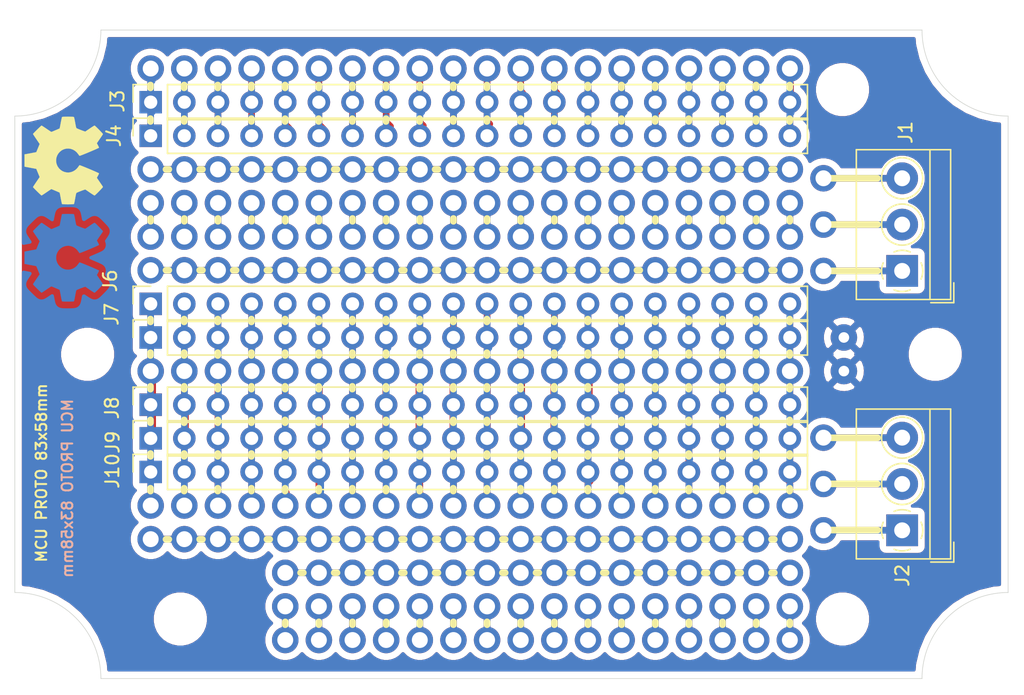
<source format=kicad_pcb>
(kicad_pcb (version 20171130) (host pcbnew 5.1.5+dfsg1-2build2)
  (title_block (title "MCU PROTO 83x58") (company Galopago))
  (layers (0 F.Cu signal) (31 B.Cu signal) (34 B.Paste user) (35 F.Paste user) (36 B.SilkS user) (37 F.SilkS user) (38 B.Mask user) (39 F.Mask user) (44 Edge.Cuts user))
  (net 0 "")
  (net 1 "Net-(J2-Pad3)")
  (net 2 "Net-(J2-Pad2)")
  (net 3 "Net-(J2-Pad1)")
  (net 4 "Net-(J1-Pad3)")
  (net 5 "Net-(J1-Pad1)")
  (net 6 "Net-(J1-Pad2)")
  (net 7 "Net-(J3-Pad8)")
  (net 8 "Net-(J3-Pad7)")
  (net 9 "Net-(J3-Pad6)")
  (net 10 "Net-(J3-Pad5)")
  (net 11 "Net-(J3-Pad4)")
  (net 12 "Net-(J3-Pad3)")
  (net 13 "Net-(J3-Pad2)")
  (net 14 "Net-(J3-Pad1)")
  (net 15 "Net-(J4-Pad8)")
  (net 16 "Net-(J4-Pad7)")
  (net 17 "Net-(J4-Pad6)")
  (net 18 "Net-(J4-Pad5)")
  (net 19 "Net-(J4-Pad4)")
  (net 20 "Net-(J4-Pad3)")
  (net 21 "Net-(J4-Pad2)")
  (net 22 "Net-(J4-Pad1)")
  (net 23 "Net-(J5-Pad8)")
  (net 24 "Net-(J5-Pad7)")
  (net 25 "Net-(J5-Pad6)")
  (net 26 "Net-(J5-Pad5)")
  (net 27 "Net-(J5-Pad4)")
  (net 28 "Net-(J5-Pad3)")
  (net 29 "Net-(J5-Pad2)")
  (net 30 "Net-(J5-Pad1)")
  (net 31 "Net-(J6-Pad8)")
  (net 32 "Net-(J6-Pad7)")
  (net 33 "Net-(J6-Pad6)")
  (net 34 "Net-(J6-Pad5)")
  (net 35 "Net-(J6-Pad4)")
  (net 36 "Net-(J6-Pad3)")
  (net 37 "Net-(J6-Pad2)")
  (net 38 "Net-(J6-Pad1)")
  (net 39 "Net-(J7-Pad1)")
  (net 40 "Net-(J3-Pad10)")
  (net 41 "Net-(J3-Pad9)")
  (net 42 "Net-(J3-Pad20)")
  (net 43 "Net-(J3-Pad19)")
  (net 44 "Net-(J3-Pad18)")
  (net 45 "Net-(J3-Pad17)")
  (net 46 "Net-(J3-Pad16)")
  (net 47 "Net-(J3-Pad15)")
  (net 48 "Net-(J3-Pad14)")
  (net 49 "Net-(J3-Pad13)")
  (net 50 "Net-(J3-Pad12)")
  (net 51 "Net-(J3-Pad11)")
  (net 52 "Net-(J4-Pad20)")
  (net 53 "Net-(J4-Pad19)")
  (net 54 "Net-(J4-Pad18)")
  (net 55 "Net-(J4-Pad17)")
  (net 56 "Net-(J4-Pad16)")
  (net 57 "Net-(J4-Pad15)")
  (net 58 "Net-(J4-Pad14)")
  (net 59 "Net-(J4-Pad13)")
  (net 60 "Net-(J4-Pad12)")
  (net 61 "Net-(J4-Pad11)")
  (net 62 "Net-(J4-Pad10)")
  (net 63 "Net-(J4-Pad9)")
  (net 64 "Net-(J5-Pad20)")
  (net 65 "Net-(J5-Pad19)")
  (net 66 "Net-(J5-Pad18)")
  (net 67 "Net-(J5-Pad17)")
  (net 68 "Net-(J5-Pad16)")
  (net 69 "Net-(J5-Pad15)")
  (net 70 "Net-(J5-Pad14)")
  (net 71 "Net-(J5-Pad13)")
  (net 72 "Net-(J5-Pad12)")
  (net 73 "Net-(J5-Pad11)")
  (net 74 "Net-(J5-Pad10)")
  (net 75 "Net-(J5-Pad9)")
  (net 76 "Net-(J6-Pad20)")
  (net 77 "Net-(J6-Pad19)")
  (net 78 "Net-(J6-Pad18)")
  (net 79 "Net-(J6-Pad17)")
  (net 80 "Net-(J6-Pad16)")
  (net 81 "Net-(J6-Pad15)")
  (net 82 "Net-(J6-Pad14)")
  (net 83 "Net-(J6-Pad13)")
  (net 84 "Net-(J6-Pad12)")
  (net 85 "Net-(J6-Pad11)")
  (net 86 "Net-(J6-Pad10)")
  (net 87 "Net-(J6-Pad9)")
  (net 88 "Net-(J7-Pad20)")
  (net 89 "Net-(J7-Pad19)")
  (net 90 "Net-(J7-Pad18)")
  (net 91 "Net-(J7-Pad17)")
  (net 92 "Net-(J7-Pad16)")
  (net 93 "Net-(J7-Pad15)")
  (net 94 "Net-(J7-Pad14)")
  (net 95 "Net-(J7-Pad13)")
  (net 96 "Net-(J7-Pad12)")
  (net 97 "Net-(J7-Pad11)")
  (net 98 "Net-(J7-Pad10)")
  (net 99 "Net-(J7-Pad9)")
  (net 100 "Net-(J7-Pad8)")
  (net 101 "Net-(J7-Pad7)")
  (net 102 "Net-(J7-Pad6)")
  (net 103 "Net-(J7-Pad5)")
  (net 104 "Net-(J7-Pad4)")
  (net 105 "Net-(J7-Pad3)")
  (net 106 "Net-(J7-Pad2)")
  (net 107 "Net-(J8-Pad1)")
  (net 108 "Net-(J8-Pad20)")
  (net 109 "Net-(J8-Pad19)")
  (net 110 "Net-(J8-Pad18)")
  (net 111 "Net-(J8-Pad17)")
  (net 112 "Net-(J8-Pad16)")
  (net 113 "Net-(J8-Pad15)")
  (net 114 "Net-(J8-Pad14)")
  (net 115 "Net-(J8-Pad13)")
  (net 116 "Net-(J8-Pad12)")
  (net 117 "Net-(J8-Pad11)")
  (net 118 "Net-(J8-Pad10)")
  (net 119 "Net-(J8-Pad9)")
  (net 120 "Net-(J8-Pad8)")
  (net 121 "Net-(J8-Pad7)")
  (net 122 "Net-(J8-Pad6)")
  (net 123 "Net-(J8-Pad5)")
  (net 124 "Net-(J8-Pad4)")
  (net 125 "Net-(J8-Pad3)")
  (net 126 "Net-(J8-Pad2)")
  (net 127 "Net-(J10-Pad1)")
  (net 128 "Net-(J9-Pad20)")
  (net 129 "Net-(J9-Pad19)")
  (net 130 "Net-(J9-Pad18)")
  (net 131 "Net-(J9-Pad17)")
  (net 132 "Net-(J9-Pad16)")
  (net 133 "Net-(J9-Pad15)")
  (net 134 "Net-(J9-Pad14)")
  (net 135 "Net-(J9-Pad13)")
  (net 136 "Net-(J9-Pad12)")
  (net 137 "Net-(J9-Pad11)")
  (net 138 "Net-(J9-Pad10)")
  (net 139 "Net-(J9-Pad9)")
  (net 140 "Net-(J9-Pad8)")
  (net 141 "Net-(J9-Pad7)")
  (net 142 "Net-(J9-Pad6)")
  (net 143 "Net-(J9-Pad5)")
  (net 144 "Net-(J9-Pad4)")
  (net 145 "Net-(J9-Pad3)")
  (net 146 "Net-(J9-Pad2)")
  (net 147 "Net-(J9-Pad1)")
  (net 148 "Net-(J10-Pad20)")
  (net 149 "Net-(J10-Pad19)")
  (net 150 "Net-(J10-Pad18)")
  (net 151 "Net-(J10-Pad17)")
  (net 152 "Net-(J10-Pad16)")
  (net 153 "Net-(J10-Pad15)")
  (net 154 "Net-(J10-Pad14)")
  (net 155 "Net-(J10-Pad13)")
  (net 156 "Net-(J10-Pad12)")
  (net 157 "Net-(J10-Pad11)")
  (net 158 "Net-(J10-Pad10)")
  (net 159 "Net-(J10-Pad9)")
  (net 160 "Net-(J10-Pad8)")
  (net 161 "Net-(J10-Pad7)")
  (net 162 "Net-(J10-Pad6)")
  (net 163 "Net-(J10-Pad5)")
  (net 164 "Net-(J10-Pad4)")
  (net 165 "Net-(J10-Pad3)")
  (net 166 "Net-(J10-Pad2)")
  (net 167 "Net-(J11-Pad1)")
  (module Connector_PinSocket_2.54mm:PinSocket_1x20_P2.54mm_Vertical (layer F.Cu) (at 110.26 107.99 90)
    (fp_text reference J4 (at 0 -2.77 90) (layer F.SilkS))
    (fp_text value Conn_01x20_Female)
    (pad 20 thru_hole oval (at 0 48.26 90) (size 1.7 1.7) (drill 1) (layers *.Cu *.Mask) (net 52 "Net-(J4-Pad20)"))
    (pad 19 thru_hole oval (at 0 45.72 90) (size 1.7 1.7) (drill 1) (layers *.Cu *.Mask) (net 53 "Net-(J4-Pad19)"))
    (pad 18 thru_hole oval (at 0 43.18 90) (size 1.7 1.7) (drill 1) (layers *.Cu *.Mask) (net 54 "Net-(J4-Pad18)"))
    (pad 17 thru_hole oval (at 0 40.64 90) (size 1.7 1.7) (drill 1) (layers *.Cu *.Mask) (net 55 "Net-(J4-Pad17)"))
    (pad 16 thru_hole oval (at 0 38.1 90) (size 1.7 1.7) (drill 1) (layers *.Cu *.Mask) (net 56 "Net-(J4-Pad16)"))
    (pad 15 thru_hole oval (at 0 35.56 90) (size 1.7 1.7) (drill 1) (layers *.Cu *.Mask) (net 57 "Net-(J4-Pad15)"))
    (pad 14 thru_hole oval (at 0 33.02 90) (size 1.7 1.7) (drill 1) (layers *.Cu *.Mask) (net 58 "Net-(J4-Pad14)"))
    (pad 13 thru_hole oval (at 0 30.48 90) (size 1.7 1.7) (drill 1) (layers *.Cu *.Mask) (net 59 "Net-(J4-Pad13)"))
    (pad 12 thru_hole oval (at 0 27.94 90) (size 1.7 1.7) (drill 1) (layers *.Cu *.Mask) (net 60 "Net-(J4-Pad12)"))
    (pad 11 thru_hole oval (at 0 25.4 90) (size 1.7 1.7) (drill 1) (layers *.Cu *.Mask) (net 61 "Net-(J4-Pad11)"))
    (pad 10 thru_hole oval (at 0 22.86 90) (size 1.7 1.7) (drill 1) (layers *.Cu *.Mask) (net 62 "Net-(J4-Pad10)"))
    (pad 9 thru_hole oval (at 0 20.32 90) (size 1.7 1.7) (drill 1) (layers *.Cu *.Mask) (net 63 "Net-(J4-Pad9)"))
    (pad 8 thru_hole oval (at 0 17.78 90) (size 1.7 1.7) (drill 1) (layers *.Cu *.Mask) (net 15 "Net-(J4-Pad8)"))
    (pad 7 thru_hole oval (at 0 15.24 90) (size 1.7 1.7) (drill 1) (layers *.Cu *.Mask) (net 16 "Net-(J4-Pad7)"))
    (pad 6 thru_hole oval (at 0 12.7 90) (size 1.7 1.7) (drill 1) (layers *.Cu *.Mask) (net 17 "Net-(J4-Pad6)"))
    (pad 5 thru_hole oval (at 0 10.16 90) (size 1.7 1.7) (drill 1) (layers *.Cu *.Mask) (net 18 "Net-(J4-Pad5)"))
    (pad 4 thru_hole oval (at 0 7.62 90) (size 1.7 1.7) (drill 1) (layers *.Cu *.Mask) (net 19 "Net-(J4-Pad4)"))
    (pad 3 thru_hole oval (at 0 5.08 90) (size 1.7 1.7) (drill 1) (layers *.Cu *.Mask) (net 20 "Net-(J4-Pad3)"))
    (pad 2 thru_hole oval (at 0 2.54 90) (size 1.7 1.7) (drill 1) (layers *.Cu *.Mask) (net 21 "Net-(J4-Pad2)"))
    (pad 1 thru_hole rect (at 0 0 90) (size 1.7 1.7) (drill 1) (layers *.Cu *.Mask) (net 22 "Net-(J4-Pad1)"))
  )
  (module Connector_Wire:SolderWirePad_1x01_Drill0.8mm (layer F.Cu) (at 158.52 125.77)
    (fp_text reference REF** hide)
    (fp_text value SolderWirePad_1x01_Drill0.8mm hide)
    (pad 1 thru_hole circle (at 0 0) (size 2 2) (drill 1.2) (layers *.Cu *.Mask))
  )
  (module Connector_Wire:SolderWirePad_1x01_Drill0.8mm (layer F.Cu) (at 155.98 125.77)
    (fp_text reference REF** hide)
    (fp_text value SolderWirePad_1x01_Drill0.8mm hide)
    (pad 1 thru_hole circle (at 0 0) (size 2 2) (drill 1.2) (layers *.Cu *.Mask))
  )
  (module Connector_Wire:SolderWirePad_1x01_Drill0.8mm (layer F.Cu) (at 153.44 125.77)
    (fp_text reference REF** hide)
    (fp_text value SolderWirePad_1x01_Drill0.8mm hide)
    (pad 1 thru_hole circle (at 0 0) (size 2 2) (drill 1.2) (layers *.Cu *.Mask))
  )
  (module Connector_Wire:SolderWirePad_1x01_Drill0.8mm (layer F.Cu) (at 150.9 125.77)
    (fp_text reference REF** hide)
    (fp_text value SolderWirePad_1x01_Drill0.8mm hide)
    (pad 1 thru_hole circle (at 0 0) (size 2 2) (drill 1.2) (layers *.Cu *.Mask))
  )
  (module Connector_Wire:SolderWirePad_1x01_Drill0.8mm (layer F.Cu) (at 148.36 125.77)
    (fp_text reference REF** hide)
    (fp_text value SolderWirePad_1x01_Drill0.8mm hide)
    (pad 1 thru_hole circle (at 0 0) (size 2 2) (drill 1.2) (layers *.Cu *.Mask))
  )
  (module Connector_Wire:SolderWirePad_1x01_Drill0.8mm (layer F.Cu) (at 145.82 125.77)
    (fp_text reference REF** hide)
    (fp_text value SolderWirePad_1x01_Drill0.8mm hide)
    (pad 1 thru_hole circle (at 0 0) (size 2 2) (drill 1.2) (layers *.Cu *.Mask))
  )
  (module Connector_Wire:SolderWirePad_1x01_Drill0.8mm (layer F.Cu) (at 143.28 125.77)
    (fp_text reference REF** hide)
    (fp_text value SolderWirePad_1x01_Drill0.8mm hide)
    (pad 1 thru_hole circle (at 0 0) (size 2 2) (drill 1.2) (layers *.Cu *.Mask))
  )
  (module Connector_Wire:SolderWirePad_1x01_Drill0.8mm (layer F.Cu) (at 140.74 125.77)
    (fp_text reference REF** hide)
    (fp_text value SolderWirePad_1x01_Drill0.8mm hide)
    (pad 1 thru_hole circle (at 0 0) (size 2 2) (drill 1.2) (layers *.Cu *.Mask))
  )
  (module Connector_Wire:SolderWirePad_1x01_Drill0.8mm (layer F.Cu) (at 138.2 125.77)
    (fp_text reference REF** hide)
    (fp_text value SolderWirePad_1x01_Drill0.8mm hide)
    (pad 1 thru_hole circle (at 0 0) (size 2 2) (drill 1.2) (layers *.Cu *.Mask))
  )
  (module Connector_Wire:SolderWirePad_1x01_Drill0.8mm (layer F.Cu) (at 135.66 125.77)
    (fp_text reference REF** hide)
    (fp_text value SolderWirePad_1x01_Drill0.8mm hide)
    (pad 1 thru_hole circle (at 0 0) (size 2 2) (drill 1.2) (layers *.Cu *.Mask))
  )
  (module Connector_Wire:SolderWirePad_1x01_Drill0.8mm (layer F.Cu) (at 133.12 125.77)
    (fp_text reference REF** hide)
    (fp_text value SolderWirePad_1x01_Drill0.8mm hide)
    (pad 1 thru_hole circle (at 0 0) (size 2 2) (drill 1.2) (layers *.Cu *.Mask))
  )
  (module Connector_Wire:SolderWirePad_1x01_Drill0.8mm (layer F.Cu) (at 130.58 125.77)
    (fp_text reference REF** hide)
    (fp_text value SolderWirePad_1x01_Drill0.8mm hide)
    (pad 1 thru_hole circle (at 0 0) (size 2 2) (drill 1.2) (layers *.Cu *.Mask))
  )
  (module Connector_Wire:SolderWirePad_1x01_Drill0.8mm (layer F.Cu) (at 128.04 125.77)
    (fp_text reference REF** hide)
    (fp_text value SolderWirePad_1x01_Drill0.8mm hide)
    (pad 1 thru_hole circle (at 0 0) (size 2 2) (drill 1.2) (layers *.Cu *.Mask))
  )
  (module Connector_Wire:SolderWirePad_1x01_Drill0.8mm (layer F.Cu) (at 125.5 125.77)
    (fp_text reference REF** hide)
    (fp_text value SolderWirePad_1x01_Drill0.8mm hide)
    (pad 1 thru_hole circle (at 0 0) (size 2 2) (drill 1.2) (layers *.Cu *.Mask))
  )
  (module Connector_Wire:SolderWirePad_1x01_Drill0.8mm (layer F.Cu) (at 122.96 125.77)
    (fp_text reference REF** hide)
    (fp_text value SolderWirePad_1x01_Drill0.8mm hide)
    (pad 1 thru_hole circle (at 0 0) (size 2 2) (drill 1.2) (layers *.Cu *.Mask))
  )
  (module Connector_Wire:SolderWirePad_1x01_Drill0.8mm (layer F.Cu) (at 120.42 125.77)
    (fp_text reference REF** hide)
    (fp_text value SolderWirePad_1x01_Drill0.8mm hide)
    (pad 1 thru_hole circle (at 0 0) (size 2 2) (drill 1.2) (layers *.Cu *.Mask))
  )
  (module Connector_Wire:SolderWirePad_1x01_Drill0.8mm (layer F.Cu) (at 117.88 125.77)
    (fp_text reference REF** hide)
    (fp_text value SolderWirePad_1x01_Drill0.8mm hide)
    (pad 1 thru_hole circle (at 0 0) (size 2 2) (drill 1.2) (layers *.Cu *.Mask))
  )
  (module Connector_Wire:SolderWirePad_1x01_Drill0.8mm (layer F.Cu) (at 115.34 125.77)
    (fp_text reference REF** hide)
    (fp_text value SolderWirePad_1x01_Drill0.8mm hide)
    (pad 1 thru_hole circle (at 0 0) (size 2 2) (drill 1.2) (layers *.Cu *.Mask))
  )
  (module Connector_Wire:SolderWirePad_1x01_Drill0.8mm (layer F.Cu) (at 112.8 125.77)
    (fp_text reference REF** hide)
    (fp_text value SolderWirePad_1x01_Drill0.8mm hide)
    (pad 1 thru_hole circle (at 0 0) (size 2 2) (drill 1.2) (layers *.Cu *.Mask))
  )
  (module Connector_Wire:SolderWirePad_1x01_Drill0.8mm (layer F.Cu) (at 110.26 125.77)
    (fp_text reference REF** hide)
    (fp_text value SolderWirePad_1x01_Drill0.8mm hide)
    (pad 1 thru_hole circle (at 0 0) (size 2 2) (drill 1.2) (layers *.Cu *.Mask))
  )
  (module MountingHole:MountingHole_3mm (layer F.Cu) (at 112.5 144.5)
    (fp_text reference H3 hide)
    (fp_text value MountingHole)
    (pad 1 np_thru_hole circle (at 0 0) (size 3 3) (drill 3) (layers *.Cu *.Mask))
  )
  (module Connector_Wire:SolderWirePad_1x01_Drill0.8mm (layer F.Cu) (at 158.52 143.55)
    (fp_text reference REF** hide)
    (fp_text value SolderWirePad_1x01_Drill0.8mm hide)
    (pad 1 thru_hole circle (at 0 0) (size 2 2) (drill 1.2) (layers *.Cu *.Mask))
  )
  (module Connector_Wire:SolderWirePad_1x01_Drill0.8mm (layer F.Cu) (at 155.98 143.55)
    (fp_text reference REF** hide)
    (fp_text value SolderWirePad_1x01_Drill0.8mm hide)
    (pad 1 thru_hole circle (at 0 0) (size 2 2) (drill 1.2) (layers *.Cu *.Mask))
  )
  (module Connector_Wire:SolderWirePad_1x01_Drill0.8mm (layer F.Cu) (at 153.44 143.55)
    (fp_text reference REF** hide)
    (fp_text value SolderWirePad_1x01_Drill0.8mm hide)
    (pad 1 thru_hole circle (at 0 0) (size 2 2) (drill 1.2) (layers *.Cu *.Mask))
  )
  (module Connector_Wire:SolderWirePad_1x01_Drill0.8mm (layer F.Cu) (at 150.9 143.55)
    (fp_text reference REF** hide)
    (fp_text value SolderWirePad_1x01_Drill0.8mm hide)
    (pad 1 thru_hole circle (at 0 0) (size 2 2) (drill 1.2) (layers *.Cu *.Mask))
  )
  (module Connector_Wire:SolderWirePad_1x01_Drill0.8mm (layer F.Cu) (at 148.36 143.55)
    (fp_text reference REF** hide)
    (fp_text value SolderWirePad_1x01_Drill0.8mm hide)
    (pad 1 thru_hole circle (at 0 0) (size 2 2) (drill 1.2) (layers *.Cu *.Mask))
  )
  (module Connector_Wire:SolderWirePad_1x01_Drill0.8mm (layer F.Cu) (at 145.82 143.55)
    (fp_text reference REF** hide)
    (fp_text value SolderWirePad_1x01_Drill0.8mm hide)
    (pad 1 thru_hole circle (at 0 0) (size 2 2) (drill 1.2) (layers *.Cu *.Mask))
  )
  (module Connector_Wire:SolderWirePad_1x01_Drill0.8mm (layer F.Cu) (at 143.28 143.55)
    (fp_text reference REF** hide)
    (fp_text value SolderWirePad_1x01_Drill0.8mm hide)
    (pad 1 thru_hole circle (at 0 0) (size 2 2) (drill 1.2) (layers *.Cu *.Mask))
  )
  (module Connector_Wire:SolderWirePad_1x01_Drill0.8mm (layer F.Cu) (at 140.74 143.55)
    (fp_text reference REF** hide)
    (fp_text value SolderWirePad_1x01_Drill0.8mm hide)
    (pad 1 thru_hole circle (at 0 0) (size 2 2) (drill 1.2) (layers *.Cu *.Mask))
  )
  (module Connector_Wire:SolderWirePad_1x01_Drill0.8mm (layer F.Cu) (at 138.2 143.55)
    (fp_text reference REF** hide)
    (fp_text value SolderWirePad_1x01_Drill0.8mm hide)
    (pad 1 thru_hole circle (at 0 0) (size 2 2) (drill 1.2) (layers *.Cu *.Mask))
  )
  (module Connector_Wire:SolderWirePad_1x01_Drill0.8mm (layer F.Cu) (at 135.66 143.55)
    (fp_text reference REF** hide)
    (fp_text value SolderWirePad_1x01_Drill0.8mm hide)
    (pad 1 thru_hole circle (at 0 0) (size 2 2) (drill 1.2) (layers *.Cu *.Mask))
  )
  (module Connector_Wire:SolderWirePad_1x01_Drill0.8mm (layer F.Cu) (at 133.12 143.55)
    (fp_text reference REF** hide)
    (fp_text value SolderWirePad_1x01_Drill0.8mm hide)
    (pad 1 thru_hole circle (at 0 0) (size 2 2) (drill 1.2) (layers *.Cu *.Mask))
  )
  (module Connector_Wire:SolderWirePad_1x01_Drill0.8mm (layer F.Cu) (at 130.58 143.55)
    (fp_text reference REF** hide)
    (fp_text value SolderWirePad_1x01_Drill0.8mm hide)
    (pad 1 thru_hole circle (at 0 0) (size 2 2) (drill 1.2) (layers *.Cu *.Mask))
  )
  (module Connector_Wire:SolderWirePad_1x01_Drill0.8mm (layer F.Cu) (at 128.04 143.55)
    (fp_text reference REF** hide)
    (fp_text value SolderWirePad_1x01_Drill0.8mm hide)
    (pad 1 thru_hole circle (at 0 0) (size 2 2) (drill 1.2) (layers *.Cu *.Mask))
  )
  (module Connector_Wire:SolderWirePad_1x01_Drill0.8mm (layer F.Cu) (at 125.5 143.55)
    (fp_text reference REF** hide)
    (fp_text value SolderWirePad_1x01_Drill0.8mm hide)
    (pad 1 thru_hole circle (at 0 0) (size 2 2) (drill 1.2) (layers *.Cu *.Mask))
  )
  (module Connector_Wire:SolderWirePad_1x01_Drill0.8mm (layer F.Cu) (at 122.96 143.55)
    (fp_text reference REF** hide)
    (fp_text value SolderWirePad_1x01_Drill0.8mm hide)
    (pad 1 thru_hole circle (at 0 0) (size 2 2) (drill 1.2) (layers *.Cu *.Mask))
  )
  (module Connector_Wire:SolderWirePad_1x01_Drill0.8mm (layer F.Cu) (at 120.42 143.55)
    (fp_text reference REF** hide)
    (fp_text value SolderWirePad_1x01_Drill0.8mm hide)
    (pad 1 thru_hole circle (at 0 0) (size 2 2) (drill 1.2) (layers *.Cu *.Mask))
  )
  (module Connector_Wire:SolderWirePad_1x01_Drill0.8mm (layer F.Cu) (at 158.52 141.01)
    (fp_text reference REF** hide)
    (fp_text value SolderWirePad_1x01_Drill0.8mm hide)
    (pad 1 thru_hole circle (at 0 0) (size 2 2) (drill 1.2) (layers *.Cu *.Mask))
  )
  (module Connector_Wire:SolderWirePad_1x01_Drill0.8mm (layer F.Cu) (at 155.98 141.01)
    (fp_text reference REF** hide)
    (fp_text value SolderWirePad_1x01_Drill0.8mm hide)
    (pad 1 thru_hole circle (at 0 0) (size 2 2) (drill 1.2) (layers *.Cu *.Mask))
  )
  (module Connector_Wire:SolderWirePad_1x01_Drill0.8mm (layer F.Cu) (at 153.44 141.01)
    (fp_text reference REF** hide)
    (fp_text value SolderWirePad_1x01_Drill0.8mm hide)
    (pad 1 thru_hole circle (at 0 0) (size 2 2) (drill 1.2) (layers *.Cu *.Mask))
  )
  (module Connector_Wire:SolderWirePad_1x01_Drill0.8mm (layer F.Cu) (at 150.9 141.01)
    (fp_text reference REF** hide)
    (fp_text value SolderWirePad_1x01_Drill0.8mm hide)
    (pad 1 thru_hole circle (at 0 0) (size 2 2) (drill 1.2) (layers *.Cu *.Mask))
  )
  (module Connector_Wire:SolderWirePad_1x01_Drill0.8mm (layer F.Cu) (at 148.36 141.01)
    (fp_text reference REF** hide)
    (fp_text value SolderWirePad_1x01_Drill0.8mm hide)
    (pad 1 thru_hole circle (at 0 0) (size 2 2) (drill 1.2) (layers *.Cu *.Mask))
  )
  (module Connector_Wire:SolderWirePad_1x01_Drill0.8mm (layer F.Cu) (at 145.82 141.01)
    (fp_text reference REF** hide)
    (fp_text value SolderWirePad_1x01_Drill0.8mm hide)
    (pad 1 thru_hole circle (at 0 0) (size 2 2) (drill 1.2) (layers *.Cu *.Mask))
  )
  (module Connector_Wire:SolderWirePad_1x01_Drill0.8mm (layer F.Cu) (at 143.28 141.01)
    (fp_text reference REF** hide)
    (fp_text value SolderWirePad_1x01_Drill0.8mm hide)
    (pad 1 thru_hole circle (at 0 0) (size 2 2) (drill 1.2) (layers *.Cu *.Mask))
  )
  (module Connector_Wire:SolderWirePad_1x01_Drill0.8mm (layer F.Cu) (at 140.74 141.01)
    (fp_text reference REF** hide)
    (fp_text value SolderWirePad_1x01_Drill0.8mm hide)
    (pad 1 thru_hole circle (at 0 0) (size 2 2) (drill 1.2) (layers *.Cu *.Mask))
  )
  (module Connector_Wire:SolderWirePad_1x01_Drill0.8mm (layer F.Cu) (at 138.2 141.01)
    (fp_text reference REF** hide)
    (fp_text value SolderWirePad_1x01_Drill0.8mm hide)
    (pad 1 thru_hole circle (at 0 0) (size 2 2) (drill 1.2) (layers *.Cu *.Mask))
  )
  (module Connector_Wire:SolderWirePad_1x01_Drill0.8mm (layer F.Cu) (at 135.66 141.01)
    (fp_text reference REF** hide)
    (fp_text value SolderWirePad_1x01_Drill0.8mm hide)
    (pad 1 thru_hole circle (at 0 0) (size 2 2) (drill 1.2) (layers *.Cu *.Mask))
  )
  (module Connector_Wire:SolderWirePad_1x01_Drill0.8mm (layer F.Cu) (at 133.12 141.01)
    (fp_text reference REF** hide)
    (fp_text value SolderWirePad_1x01_Drill0.8mm hide)
    (pad 1 thru_hole circle (at 0 0) (size 2 2) (drill 1.2) (layers *.Cu *.Mask))
  )
  (module Connector_Wire:SolderWirePad_1x01_Drill0.8mm (layer F.Cu) (at 130.58 141.01)
    (fp_text reference REF** hide)
    (fp_text value SolderWirePad_1x01_Drill0.8mm hide)
    (pad 1 thru_hole circle (at 0 0) (size 2 2) (drill 1.2) (layers *.Cu *.Mask))
  )
  (module Connector_Wire:SolderWirePad_1x01_Drill0.8mm (layer F.Cu) (at 128.04 141.01)
    (fp_text reference REF** hide)
    (fp_text value SolderWirePad_1x01_Drill0.8mm hide)
    (pad 1 thru_hole circle (at 0 0) (size 2 2) (drill 1.2) (layers *.Cu *.Mask))
  )
  (module Connector_Wire:SolderWirePad_1x01_Drill0.8mm (layer F.Cu) (at 125.5 141.01)
    (fp_text reference REF** hide)
    (fp_text value SolderWirePad_1x01_Drill0.8mm hide)
    (pad 1 thru_hole circle (at 0 0) (size 2 2) (drill 1.2) (layers *.Cu *.Mask))
  )
  (module Connector_Wire:SolderWirePad_1x01_Drill0.8mm (layer F.Cu) (at 122.96 141.01)
    (fp_text reference REF** hide)
    (fp_text value SolderWirePad_1x01_Drill0.8mm hide)
    (pad 1 thru_hole circle (at 0 0) (size 2 2) (drill 1.2) (layers *.Cu *.Mask))
  )
  (module Connector_Wire:SolderWirePad_1x01_Drill0.8mm (layer F.Cu) (at 120.42 141.01)
    (fp_text reference REF** hide)
    (fp_text value SolderWirePad_1x01_Drill0.8mm hide)
    (pad 1 thru_hole circle (at 0 0) (size 2 2) (drill 1.2) (layers *.Cu *.Mask))
  )
  (module Connector_Wire:SolderWirePad_1x01_Drill0.8mm (layer F.Cu) (at 158.52 138.47)
    (fp_text reference REF** hide)
    (fp_text value SolderWirePad_1x01_Drill0.8mm hide)
    (pad 1 thru_hole circle (at 0 0) (size 2 2) (drill 1.2) (layers *.Cu *.Mask))
  )
  (module Connector_Wire:SolderWirePad_1x01_Drill0.8mm (layer F.Cu) (at 155.98 138.47)
    (fp_text reference REF** hide)
    (fp_text value SolderWirePad_1x01_Drill0.8mm hide)
    (pad 1 thru_hole circle (at 0 0) (size 2 2) (drill 1.2) (layers *.Cu *.Mask))
  )
  (module Connector_Wire:SolderWirePad_1x01_Drill0.8mm (layer F.Cu) (at 153.44 138.47)
    (fp_text reference REF** hide)
    (fp_text value SolderWirePad_1x01_Drill0.8mm hide)
    (pad 1 thru_hole circle (at 0 0) (size 2 2) (drill 1.2) (layers *.Cu *.Mask))
  )
  (module Connector_Wire:SolderWirePad_1x01_Drill0.8mm (layer F.Cu) (at 150.9 138.47)
    (fp_text reference REF** hide)
    (fp_text value SolderWirePad_1x01_Drill0.8mm hide)
    (pad 1 thru_hole circle (at 0 0) (size 2 2) (drill 1.2) (layers *.Cu *.Mask))
  )
  (module Connector_Wire:SolderWirePad_1x01_Drill0.8mm (layer F.Cu) (at 148.36 138.47)
    (fp_text reference REF** hide)
    (fp_text value SolderWirePad_1x01_Drill0.8mm hide)
    (pad 1 thru_hole circle (at 0 0) (size 2 2) (drill 1.2) (layers *.Cu *.Mask))
  )
  (module Connector_Wire:SolderWirePad_1x01_Drill0.8mm (layer F.Cu) (at 145.82 138.47)
    (fp_text reference REF** hide)
    (fp_text value SolderWirePad_1x01_Drill0.8mm hide)
    (pad 1 thru_hole circle (at 0 0) (size 2 2) (drill 1.2) (layers *.Cu *.Mask))
  )
  (module Connector_Wire:SolderWirePad_1x01_Drill0.8mm (layer F.Cu) (at 143.28 138.47)
    (fp_text reference REF** hide)
    (fp_text value SolderWirePad_1x01_Drill0.8mm hide)
    (pad 1 thru_hole circle (at 0 0) (size 2 2) (drill 1.2) (layers *.Cu *.Mask))
  )
  (module Connector_Wire:SolderWirePad_1x01_Drill0.8mm (layer F.Cu) (at 140.74 138.47)
    (fp_text reference REF** hide)
    (fp_text value SolderWirePad_1x01_Drill0.8mm hide)
    (pad 1 thru_hole circle (at 0 0) (size 2 2) (drill 1.2) (layers *.Cu *.Mask))
  )
  (module Connector_Wire:SolderWirePad_1x01_Drill0.8mm (layer F.Cu) (at 138.2 138.47)
    (fp_text reference REF** hide)
    (fp_text value SolderWirePad_1x01_Drill0.8mm hide)
    (pad 1 thru_hole circle (at 0 0) (size 2 2) (drill 1.2) (layers *.Cu *.Mask))
  )
  (module Connector_Wire:SolderWirePad_1x01_Drill0.8mm (layer F.Cu) (at 135.66 138.47)
    (fp_text reference REF** hide)
    (fp_text value SolderWirePad_1x01_Drill0.8mm hide)
    (pad 1 thru_hole circle (at 0 0) (size 2 2) (drill 1.2) (layers *.Cu *.Mask))
  )
  (module Connector_Wire:SolderWirePad_1x01_Drill0.8mm (layer F.Cu) (at 133.12 138.47)
    (fp_text reference REF** hide)
    (fp_text value SolderWirePad_1x01_Drill0.8mm hide)
    (pad 1 thru_hole circle (at 0 0) (size 2 2) (drill 1.2) (layers *.Cu *.Mask))
  )
  (module Connector_Wire:SolderWirePad_1x01_Drill0.8mm (layer F.Cu) (at 130.58 138.47)
    (fp_text reference REF** hide)
    (fp_text value SolderWirePad_1x01_Drill0.8mm hide)
    (pad 1 thru_hole circle (at 0 0) (size 2 2) (drill 1.2) (layers *.Cu *.Mask))
  )
  (module Connector_Wire:SolderWirePad_1x01_Drill0.8mm (layer F.Cu) (at 128.04 138.47)
    (fp_text reference REF** hide)
    (fp_text value SolderWirePad_1x01_Drill0.8mm hide)
    (pad 1 thru_hole circle (at 0 0) (size 2 2) (drill 1.2) (layers *.Cu *.Mask))
  )
  (module Connector_Wire:SolderWirePad_1x01_Drill0.8mm (layer F.Cu) (at 125.5 138.47)
    (fp_text reference REF** hide)
    (fp_text value SolderWirePad_1x01_Drill0.8mm hide)
    (pad 1 thru_hole circle (at 0 0) (size 2 2) (drill 1.2) (layers *.Cu *.Mask))
  )
  (module Connector_Wire:SolderWirePad_1x01_Drill0.8mm (layer F.Cu) (at 122.96 138.47)
    (fp_text reference REF** hide)
    (fp_text value SolderWirePad_1x01_Drill0.8mm hide)
    (pad 1 thru_hole circle (at 0 0) (size 2 2) (drill 1.2) (layers *.Cu *.Mask))
  )
  (module Connector_Wire:SolderWirePad_1x01_Drill0.8mm (layer F.Cu) (at 120.42 138.47)
    (fp_text reference REF** hide)
    (fp_text value SolderWirePad_1x01_Drill0.8mm hide)
    (pad 1 thru_hole circle (at 0 0) (size 2 2) (drill 1.2) (layers *.Cu *.Mask))
  )
  (module Connector_Wire:SolderWirePad_1x01_Drill0.8mm (layer F.Cu) (at 117.88 138.47)
    (fp_text reference REF** hide)
    (fp_text value SolderWirePad_1x01_Drill0.8mm hide)
    (pad 1 thru_hole circle (at 0 0) (size 2 2) (drill 1.2) (layers *.Cu *.Mask))
  )
  (module Connector_Wire:SolderWirePad_1x01_Drill0.8mm (layer F.Cu) (at 115.34 138.47)
    (fp_text reference REF** hide)
    (fp_text value SolderWirePad_1x01_Drill0.8mm hide)
    (pad 1 thru_hole circle (at 0 0) (size 2 2) (drill 1.2) (layers *.Cu *.Mask))
  )
  (module Connector_Wire:SolderWirePad_1x01_Drill0.8mm (layer F.Cu) (at 112.8 138.47)
    (fp_text reference REF** hide)
    (fp_text value SolderWirePad_1x01_Drill0.8mm hide)
    (pad 1 thru_hole circle (at 0 0) (size 2 2) (drill 1.2) (layers *.Cu *.Mask))
  )
  (module Connector_Wire:SolderWirePad_1x01_Drill0.8mm (layer F.Cu) (at 110.26 138.47)
    (fp_text reference REF** hide)
    (fp_text value SolderWirePad_1x01_Drill0.8mm hide)
    (pad 1 thru_hole circle (at 0 0) (size 2 2) (drill 1.2) (layers *.Cu *.Mask))
  )
  (module Connector_Wire:SolderWirePad_1x01_Drill0.8mm (layer F.Cu) (at 158.52 135.93)
    (fp_text reference REF** hide)
    (fp_text value SolderWirePad_1x01_Drill0.8mm hide)
    (pad 1 thru_hole circle (at 0 0) (size 2 2) (drill 1.2) (layers *.Cu *.Mask))
  )
  (module Connector_Wire:SolderWirePad_1x01_Drill0.8mm (layer F.Cu) (at 155.98 135.93)
    (fp_text reference REF** hide)
    (fp_text value SolderWirePad_1x01_Drill0.8mm hide)
    (pad 1 thru_hole circle (at 0 0) (size 2 2) (drill 1.2) (layers *.Cu *.Mask))
  )
  (module Connector_Wire:SolderWirePad_1x01_Drill0.8mm (layer F.Cu) (at 153.44 135.93)
    (fp_text reference REF** hide)
    (fp_text value SolderWirePad_1x01_Drill0.8mm hide)
    (pad 1 thru_hole circle (at 0 0) (size 2 2) (drill 1.2) (layers *.Cu *.Mask))
  )
  (module Connector_Wire:SolderWirePad_1x01_Drill0.8mm (layer F.Cu) (at 150.9 135.93)
    (fp_text reference REF** hide)
    (fp_text value SolderWirePad_1x01_Drill0.8mm hide)
    (pad 1 thru_hole circle (at 0 0) (size 2 2) (drill 1.2) (layers *.Cu *.Mask))
  )
  (module Connector_Wire:SolderWirePad_1x01_Drill0.8mm (layer F.Cu) (at 148.36 135.93)
    (fp_text reference REF** hide)
    (fp_text value SolderWirePad_1x01_Drill0.8mm hide)
    (pad 1 thru_hole circle (at 0 0) (size 2 2) (drill 1.2) (layers *.Cu *.Mask))
  )
  (module Connector_Wire:SolderWirePad_1x01_Drill0.8mm (layer F.Cu) (at 145.82 135.93)
    (fp_text reference REF** hide)
    (fp_text value SolderWirePad_1x01_Drill0.8mm hide)
    (pad 1 thru_hole circle (at 0 0) (size 2 2) (drill 1.2) (layers *.Cu *.Mask))
  )
  (module Connector_Wire:SolderWirePad_1x01_Drill0.8mm (layer F.Cu) (at 143.28 135.93)
    (fp_text reference REF** hide)
    (fp_text value SolderWirePad_1x01_Drill0.8mm hide)
    (pad 1 thru_hole circle (at 0 0) (size 2 2) (drill 1.2) (layers *.Cu *.Mask))
  )
  (module Connector_Wire:SolderWirePad_1x01_Drill0.8mm (layer F.Cu) (at 140.74 135.93)
    (fp_text reference REF** hide)
    (fp_text value SolderWirePad_1x01_Drill0.8mm hide)
    (pad 1 thru_hole circle (at 0 0) (size 2 2) (drill 1.2) (layers *.Cu *.Mask))
  )
  (module Connector_Wire:SolderWirePad_1x01_Drill0.8mm (layer F.Cu) (at 138.2 135.93)
    (fp_text reference REF** hide)
    (fp_text value SolderWirePad_1x01_Drill0.8mm hide)
    (pad 1 thru_hole circle (at 0 0) (size 2 2) (drill 1.2) (layers *.Cu *.Mask))
  )
  (module Connector_Wire:SolderWirePad_1x01_Drill0.8mm (layer F.Cu) (at 135.66 135.93)
    (fp_text reference REF** hide)
    (fp_text value SolderWirePad_1x01_Drill0.8mm hide)
    (pad 1 thru_hole circle (at 0 0) (size 2 2) (drill 1.2) (layers *.Cu *.Mask))
  )
  (module Connector_Wire:SolderWirePad_1x01_Drill0.8mm (layer F.Cu) (at 133.12 135.93)
    (fp_text reference REF** hide)
    (fp_text value SolderWirePad_1x01_Drill0.8mm hide)
    (pad 1 thru_hole circle (at 0 0) (size 2 2) (drill 1.2) (layers *.Cu *.Mask))
  )
  (module Connector_Wire:SolderWirePad_1x01_Drill0.8mm (layer F.Cu) (at 130.58 135.93)
    (fp_text reference REF** hide)
    (fp_text value SolderWirePad_1x01_Drill0.8mm hide)
    (pad 1 thru_hole circle (at 0 0) (size 2 2) (drill 1.2) (layers *.Cu *.Mask))
  )
  (module Connector_Wire:SolderWirePad_1x01_Drill0.8mm (layer F.Cu) (at 128.04 135.93)
    (fp_text reference REF** hide)
    (fp_text value SolderWirePad_1x01_Drill0.8mm hide)
    (pad 1 thru_hole circle (at 0 0) (size 2 2) (drill 1.2) (layers *.Cu *.Mask))
  )
  (module Connector_Wire:SolderWirePad_1x01_Drill0.8mm (layer F.Cu) (at 125.5 135.93)
    (fp_text reference REF** hide)
    (fp_text value SolderWirePad_1x01_Drill0.8mm hide)
    (pad 1 thru_hole circle (at 0 0) (size 2 2) (drill 1.2) (layers *.Cu *.Mask))
  )
  (module Connector_Wire:SolderWirePad_1x01_Drill0.8mm (layer F.Cu) (at 122.96 135.93)
    (fp_text reference REF** hide)
    (fp_text value SolderWirePad_1x01_Drill0.8mm hide)
    (pad 1 thru_hole circle (at 0 0) (size 2 2) (drill 1.2) (layers *.Cu *.Mask))
  )
  (module Connector_Wire:SolderWirePad_1x01_Drill0.8mm (layer F.Cu) (at 120.42 135.93)
    (fp_text reference REF** hide)
    (fp_text value SolderWirePad_1x01_Drill0.8mm hide)
    (pad 1 thru_hole circle (at 0 0) (size 2 2) (drill 1.2) (layers *.Cu *.Mask))
  )
  (module Connector_Wire:SolderWirePad_1x01_Drill0.8mm (layer F.Cu) (at 117.88 135.93)
    (fp_text reference REF** hide)
    (fp_text value SolderWirePad_1x01_Drill0.8mm hide)
    (pad 1 thru_hole circle (at 0 0) (size 2 2) (drill 1.2) (layers *.Cu *.Mask))
  )
  (module Connector_Wire:SolderWirePad_1x01_Drill0.8mm (layer F.Cu) (at 115.34 135.93)
    (fp_text reference REF** hide)
    (fp_text value SolderWirePad_1x01_Drill0.8mm hide)
    (pad 1 thru_hole circle (at 0 0) (size 2 2) (drill 1.2) (layers *.Cu *.Mask))
  )
  (module Connector_Wire:SolderWirePad_1x01_Drill0.8mm (layer F.Cu) (at 112.8 135.93)
    (fp_text reference REF** hide)
    (fp_text value SolderWirePad_1x01_Drill0.8mm hide)
    (pad 1 thru_hole circle (at 0 0) (size 2 2) (drill 1.2) (layers *.Cu *.Mask))
  )
  (module Connector_Wire:SolderWirePad_1x01_Drill0.8mm (layer F.Cu) (at 110.26 135.93)
    (fp_text reference REF** hide)
    (fp_text value SolderWirePad_1x01_Drill0.8mm hide)
    (pad 1 thru_hole circle (at 0 0) (size 2 2) (drill 1.2) (layers *.Cu *.Mask))
  )
  (module MountingHole:MountingHole_3mm (layer F.Cu) (at 162.5 104.5)
    (fp_text reference H4 hide)
    (fp_text value MountingHole)
    (pad 1 np_thru_hole circle (at 0 0) (size 3 3) (drill 3) (layers *.Cu *.Mask))
  )
  (module Connector_Wire:SolderWirePad_1x01_Drill0.8mm (layer F.Cu) (at 158.52 118.15)
    (fp_text reference REF** hide)
    (fp_text value SolderWirePad_1x01_Drill0.8mm hide)
    (pad 1 thru_hole circle (at 0 0) (size 2 2) (drill 1.2) (layers *.Cu *.Mask))
  )
  (module Connector_Wire:SolderWirePad_1x01_Drill0.8mm (layer F.Cu) (at 155.98 118.15)
    (fp_text reference REF** hide)
    (fp_text value SolderWirePad_1x01_Drill0.8mm hide)
    (pad 1 thru_hole circle (at 0 0) (size 2 2) (drill 1.2) (layers *.Cu *.Mask))
  )
  (module Connector_Wire:SolderWirePad_1x01_Drill0.8mm (layer F.Cu) (at 153.44 118.15)
    (fp_text reference REF** hide)
    (fp_text value SolderWirePad_1x01_Drill0.8mm hide)
    (pad 1 thru_hole circle (at 0 0) (size 2 2) (drill 1.2) (layers *.Cu *.Mask))
  )
  (module Connector_Wire:SolderWirePad_1x01_Drill0.8mm (layer F.Cu) (at 150.9 118.15)
    (fp_text reference REF** hide)
    (fp_text value SolderWirePad_1x01_Drill0.8mm hide)
    (pad 1 thru_hole circle (at 0 0) (size 2 2) (drill 1.2) (layers *.Cu *.Mask))
  )
  (module Connector_Wire:SolderWirePad_1x01_Drill0.8mm (layer F.Cu) (at 148.36 118.15)
    (fp_text reference REF** hide)
    (fp_text value SolderWirePad_1x01_Drill0.8mm hide)
    (pad 1 thru_hole circle (at 0 0) (size 2 2) (drill 1.2) (layers *.Cu *.Mask))
  )
  (module Connector_Wire:SolderWirePad_1x01_Drill0.8mm (layer F.Cu) (at 145.82 118.15)
    (fp_text reference REF** hide)
    (fp_text value SolderWirePad_1x01_Drill0.8mm hide)
    (pad 1 thru_hole circle (at 0 0) (size 2 2) (drill 1.2) (layers *.Cu *.Mask))
  )
  (module Connector_Wire:SolderWirePad_1x01_Drill0.8mm (layer F.Cu) (at 143.28 118.15)
    (fp_text reference REF** hide)
    (fp_text value SolderWirePad_1x01_Drill0.8mm hide)
    (pad 1 thru_hole circle (at 0 0) (size 2 2) (drill 1.2) (layers *.Cu *.Mask))
  )
  (module Connector_Wire:SolderWirePad_1x01_Drill0.8mm (layer F.Cu) (at 140.74 118.15)
    (fp_text reference REF** hide)
    (fp_text value SolderWirePad_1x01_Drill0.8mm hide)
    (pad 1 thru_hole circle (at 0 0) (size 2 2) (drill 1.2) (layers *.Cu *.Mask))
  )
  (module Connector_Wire:SolderWirePad_1x01_Drill0.8mm (layer F.Cu) (at 138.2 118.15)
    (fp_text reference REF** hide)
    (fp_text value SolderWirePad_1x01_Drill0.8mm hide)
    (pad 1 thru_hole circle (at 0 0) (size 2 2) (drill 1.2) (layers *.Cu *.Mask))
  )
  (module Connector_Wire:SolderWirePad_1x01_Drill0.8mm (layer F.Cu) (at 135.66 118.15)
    (fp_text reference REF** hide)
    (fp_text value SolderWirePad_1x01_Drill0.8mm hide)
    (pad 1 thru_hole circle (at 0 0) (size 2 2) (drill 1.2) (layers *.Cu *.Mask))
  )
  (module Connector_Wire:SolderWirePad_1x01_Drill0.8mm (layer F.Cu) (at 133.12 118.15)
    (fp_text reference REF** hide)
    (fp_text value SolderWirePad_1x01_Drill0.8mm hide)
    (pad 1 thru_hole circle (at 0 0) (size 2 2) (drill 1.2) (layers *.Cu *.Mask))
  )
  (module Connector_Wire:SolderWirePad_1x01_Drill0.8mm (layer F.Cu) (at 130.58 118.15)
    (fp_text reference REF** hide)
    (fp_text value SolderWirePad_1x01_Drill0.8mm hide)
    (pad 1 thru_hole circle (at 0 0) (size 2 2) (drill 1.2) (layers *.Cu *.Mask))
  )
  (module Connector_Wire:SolderWirePad_1x01_Drill0.8mm (layer F.Cu) (at 128.04 118.15)
    (fp_text reference REF** hide)
    (fp_text value SolderWirePad_1x01_Drill0.8mm hide)
    (pad 1 thru_hole circle (at 0 0) (size 2 2) (drill 1.2) (layers *.Cu *.Mask))
  )
  (module Connector_Wire:SolderWirePad_1x01_Drill0.8mm (layer F.Cu) (at 125.5 118.15)
    (fp_text reference REF** hide)
    (fp_text value SolderWirePad_1x01_Drill0.8mm hide)
    (pad 1 thru_hole circle (at 0 0) (size 2 2) (drill 1.2) (layers *.Cu *.Mask))
  )
  (module Connector_Wire:SolderWirePad_1x01_Drill0.8mm (layer F.Cu) (at 122.96 118.15)
    (fp_text reference REF** hide)
    (fp_text value SolderWirePad_1x01_Drill0.8mm hide)
    (pad 1 thru_hole circle (at 0 0) (size 2 2) (drill 1.2) (layers *.Cu *.Mask))
  )
  (module Connector_Wire:SolderWirePad_1x01_Drill0.8mm (layer F.Cu) (at 120.42 118.15)
    (fp_text reference REF** hide)
    (fp_text value SolderWirePad_1x01_Drill0.8mm hide)
    (pad 1 thru_hole circle (at 0 0) (size 2 2) (drill 1.2) (layers *.Cu *.Mask))
  )
  (module Connector_Wire:SolderWirePad_1x01_Drill0.8mm (layer F.Cu) (at 117.88 118.15)
    (fp_text reference REF** hide)
    (fp_text value SolderWirePad_1x01_Drill0.8mm hide)
    (pad 1 thru_hole circle (at 0 0) (size 2 2) (drill 1.2) (layers *.Cu *.Mask))
  )
  (module Connector_Wire:SolderWirePad_1x01_Drill0.8mm (layer F.Cu) (at 115.34 118.15)
    (fp_text reference REF** hide)
    (fp_text value SolderWirePad_1x01_Drill0.8mm hide)
    (pad 1 thru_hole circle (at 0 0) (size 2 2) (drill 1.2) (layers *.Cu *.Mask))
  )
  (module Connector_Wire:SolderWirePad_1x01_Drill0.8mm (layer F.Cu) (at 112.8 118.15)
    (fp_text reference REF** hide)
    (fp_text value SolderWirePad_1x01_Drill0.8mm hide)
    (pad 1 thru_hole circle (at 0 0) (size 2 2) (drill 1.2) (layers *.Cu *.Mask))
  )
  (module Connector_Wire:SolderWirePad_1x01_Drill0.8mm (layer F.Cu) (at 110.26 118.15)
    (fp_text reference REF** hide)
    (fp_text value SolderWirePad_1x01_Drill0.8mm hide)
    (pad 1 thru_hole circle (at 0 0) (size 2 2) (drill 1.2) (layers *.Cu *.Mask))
  )
  (module Connector_Wire:SolderWirePad_1x01_Drill0.8mm (layer F.Cu) (at 158.52 115.61)
    (fp_text reference REF** hide)
    (fp_text value SolderWirePad_1x01_Drill0.8mm hide)
    (pad 1 thru_hole circle (at 0 0) (size 2 2) (drill 1.2) (layers *.Cu *.Mask))
  )
  (module Connector_Wire:SolderWirePad_1x01_Drill0.8mm (layer F.Cu) (at 155.98 115.61)
    (fp_text reference REF** hide)
    (fp_text value SolderWirePad_1x01_Drill0.8mm hide)
    (pad 1 thru_hole circle (at 0 0) (size 2 2) (drill 1.2) (layers *.Cu *.Mask))
  )
  (module Connector_Wire:SolderWirePad_1x01_Drill0.8mm (layer F.Cu) (at 153.44 115.61)
    (fp_text reference REF** hide)
    (fp_text value SolderWirePad_1x01_Drill0.8mm hide)
    (pad 1 thru_hole circle (at 0 0) (size 2 2) (drill 1.2) (layers *.Cu *.Mask))
  )
  (module Connector_Wire:SolderWirePad_1x01_Drill0.8mm (layer F.Cu) (at 150.9 115.61)
    (fp_text reference REF** hide)
    (fp_text value SolderWirePad_1x01_Drill0.8mm hide)
    (pad 1 thru_hole circle (at 0 0) (size 2 2) (drill 1.2) (layers *.Cu *.Mask))
  )
  (module Connector_Wire:SolderWirePad_1x01_Drill0.8mm (layer F.Cu) (at 148.36 115.61)
    (fp_text reference REF** hide)
    (fp_text value SolderWirePad_1x01_Drill0.8mm hide)
    (pad 1 thru_hole circle (at 0 0) (size 2 2) (drill 1.2) (layers *.Cu *.Mask))
  )
  (module Connector_Wire:SolderWirePad_1x01_Drill0.8mm (layer F.Cu) (at 145.82 115.61)
    (fp_text reference REF** hide)
    (fp_text value SolderWirePad_1x01_Drill0.8mm hide)
    (pad 1 thru_hole circle (at 0 0) (size 2 2) (drill 1.2) (layers *.Cu *.Mask))
  )
  (module Connector_Wire:SolderWirePad_1x01_Drill0.8mm (layer F.Cu) (at 143.28 115.61)
    (fp_text reference REF** hide)
    (fp_text value SolderWirePad_1x01_Drill0.8mm hide)
    (pad 1 thru_hole circle (at 0 0) (size 2 2) (drill 1.2) (layers *.Cu *.Mask))
  )
  (module Connector_Wire:SolderWirePad_1x01_Drill0.8mm (layer F.Cu) (at 140.74 115.61)
    (fp_text reference REF** hide)
    (fp_text value SolderWirePad_1x01_Drill0.8mm hide)
    (pad 1 thru_hole circle (at 0 0) (size 2 2) (drill 1.2) (layers *.Cu *.Mask))
  )
  (module Connector_Wire:SolderWirePad_1x01_Drill0.8mm (layer F.Cu) (at 138.2 115.61)
    (fp_text reference REF** hide)
    (fp_text value SolderWirePad_1x01_Drill0.8mm hide)
    (pad 1 thru_hole circle (at 0 0) (size 2 2) (drill 1.2) (layers *.Cu *.Mask))
  )
  (module Connector_Wire:SolderWirePad_1x01_Drill0.8mm (layer F.Cu) (at 135.66 115.61)
    (fp_text reference REF** hide)
    (fp_text value SolderWirePad_1x01_Drill0.8mm hide)
    (pad 1 thru_hole circle (at 0 0) (size 2 2) (drill 1.2) (layers *.Cu *.Mask))
  )
  (module Connector_Wire:SolderWirePad_1x01_Drill0.8mm (layer F.Cu) (at 133.12 115.61)
    (fp_text reference REF** hide)
    (fp_text value SolderWirePad_1x01_Drill0.8mm hide)
    (pad 1 thru_hole circle (at 0 0) (size 2 2) (drill 1.2) (layers *.Cu *.Mask))
  )
  (module Connector_Wire:SolderWirePad_1x01_Drill0.8mm (layer F.Cu) (at 130.58 115.61)
    (fp_text reference REF** hide)
    (fp_text value SolderWirePad_1x01_Drill0.8mm hide)
    (pad 1 thru_hole circle (at 0 0) (size 2 2) (drill 1.2) (layers *.Cu *.Mask))
  )
  (module Connector_Wire:SolderWirePad_1x01_Drill0.8mm (layer F.Cu) (at 128.04 115.61)
    (fp_text reference REF** hide)
    (fp_text value SolderWirePad_1x01_Drill0.8mm hide)
    (pad 1 thru_hole circle (at 0 0) (size 2 2) (drill 1.2) (layers *.Cu *.Mask))
  )
  (module Connector_Wire:SolderWirePad_1x01_Drill0.8mm (layer F.Cu) (at 125.5 115.61)
    (fp_text reference REF** hide)
    (fp_text value SolderWirePad_1x01_Drill0.8mm hide)
    (pad 1 thru_hole circle (at 0 0) (size 2 2) (drill 1.2) (layers *.Cu *.Mask))
  )
  (module Connector_Wire:SolderWirePad_1x01_Drill0.8mm (layer F.Cu) (at 122.96 115.61)
    (fp_text reference REF** hide)
    (fp_text value SolderWirePad_1x01_Drill0.8mm hide)
    (pad 1 thru_hole circle (at 0 0) (size 2 2) (drill 1.2) (layers *.Cu *.Mask))
  )
  (module Connector_Wire:SolderWirePad_1x01_Drill0.8mm (layer F.Cu) (at 120.42 115.61)
    (fp_text reference REF** hide)
    (fp_text value SolderWirePad_1x01_Drill0.8mm hide)
    (pad 1 thru_hole circle (at 0 0) (size 2 2) (drill 1.2) (layers *.Cu *.Mask))
  )
  (module Connector_Wire:SolderWirePad_1x01_Drill0.8mm (layer F.Cu) (at 117.88 115.61)
    (fp_text reference REF** hide)
    (fp_text value SolderWirePad_1x01_Drill0.8mm hide)
    (pad 1 thru_hole circle (at 0 0) (size 2 2) (drill 1.2) (layers *.Cu *.Mask))
  )
  (module Connector_Wire:SolderWirePad_1x01_Drill0.8mm (layer F.Cu) (at 115.34 115.61)
    (fp_text reference REF** hide)
    (fp_text value SolderWirePad_1x01_Drill0.8mm hide)
    (pad 1 thru_hole circle (at 0 0) (size 2 2) (drill 1.2) (layers *.Cu *.Mask))
  )
  (module Connector_Wire:SolderWirePad_1x01_Drill0.8mm (layer F.Cu) (at 112.8 115.61)
    (fp_text reference REF** hide)
    (fp_text value SolderWirePad_1x01_Drill0.8mm hide)
    (pad 1 thru_hole circle (at 0 0) (size 2 2) (drill 1.2) (layers *.Cu *.Mask))
  )
  (module Connector_Wire:SolderWirePad_1x01_Drill0.8mm (layer F.Cu) (at 110.26 115.61)
    (fp_text reference REF** hide)
    (fp_text value SolderWirePad_1x01_Drill0.8mm hide)
    (pad 1 thru_hole circle (at 0 0) (size 2 2) (drill 1.2) (layers *.Cu *.Mask))
  )
  (module Connector_Wire:SolderWirePad_1x01_Drill0.8mm (layer F.Cu) (at 158.52 113.07)
    (fp_text reference REF** hide)
    (fp_text value SolderWirePad_1x01_Drill0.8mm hide)
    (pad 1 thru_hole circle (at 0 0) (size 2 2) (drill 1.2) (layers *.Cu *.Mask))
  )
  (module Connector_Wire:SolderWirePad_1x01_Drill0.8mm (layer F.Cu) (at 155.98 113.07)
    (fp_text reference REF** hide)
    (fp_text value SolderWirePad_1x01_Drill0.8mm hide)
    (pad 1 thru_hole circle (at 0 0) (size 2 2) (drill 1.2) (layers *.Cu *.Mask))
  )
  (module Connector_Wire:SolderWirePad_1x01_Drill0.8mm (layer F.Cu) (at 153.44 113.07)
    (fp_text reference REF** hide)
    (fp_text value SolderWirePad_1x01_Drill0.8mm hide)
    (pad 1 thru_hole circle (at 0 0) (size 2 2) (drill 1.2) (layers *.Cu *.Mask))
  )
  (module Connector_Wire:SolderWirePad_1x01_Drill0.8mm (layer F.Cu) (at 150.9 113.07)
    (fp_text reference REF** hide)
    (fp_text value SolderWirePad_1x01_Drill0.8mm hide)
    (pad 1 thru_hole circle (at 0 0) (size 2 2) (drill 1.2) (layers *.Cu *.Mask))
  )
  (module Connector_Wire:SolderWirePad_1x01_Drill0.8mm (layer F.Cu) (at 148.36 113.07)
    (fp_text reference REF** hide)
    (fp_text value SolderWirePad_1x01_Drill0.8mm hide)
    (pad 1 thru_hole circle (at 0 0) (size 2 2) (drill 1.2) (layers *.Cu *.Mask))
  )
  (module Connector_Wire:SolderWirePad_1x01_Drill0.8mm (layer F.Cu) (at 145.82 113.07)
    (fp_text reference REF** hide)
    (fp_text value SolderWirePad_1x01_Drill0.8mm hide)
    (pad 1 thru_hole circle (at 0 0) (size 2 2) (drill 1.2) (layers *.Cu *.Mask))
  )
  (module Connector_Wire:SolderWirePad_1x01_Drill0.8mm (layer F.Cu) (at 143.28 113.07)
    (fp_text reference REF** hide)
    (fp_text value SolderWirePad_1x01_Drill0.8mm hide)
    (pad 1 thru_hole circle (at 0 0) (size 2 2) (drill 1.2) (layers *.Cu *.Mask))
  )
  (module Connector_Wire:SolderWirePad_1x01_Drill0.8mm (layer F.Cu) (at 140.74 113.07)
    (fp_text reference REF** hide)
    (fp_text value SolderWirePad_1x01_Drill0.8mm hide)
    (pad 1 thru_hole circle (at 0 0) (size 2 2) (drill 1.2) (layers *.Cu *.Mask))
  )
  (module Connector_Wire:SolderWirePad_1x01_Drill0.8mm (layer F.Cu) (at 138.2 113.07)
    (fp_text reference REF** hide)
    (fp_text value SolderWirePad_1x01_Drill0.8mm hide)
    (pad 1 thru_hole circle (at 0 0) (size 2 2) (drill 1.2) (layers *.Cu *.Mask))
  )
  (module Connector_Wire:SolderWirePad_1x01_Drill0.8mm (layer F.Cu) (at 135.66 113.07)
    (fp_text reference REF** hide)
    (fp_text value SolderWirePad_1x01_Drill0.8mm hide)
    (pad 1 thru_hole circle (at 0 0) (size 2 2) (drill 1.2) (layers *.Cu *.Mask))
  )
  (module Connector_Wire:SolderWirePad_1x01_Drill0.8mm (layer F.Cu) (at 133.12 113.07)
    (fp_text reference REF** hide)
    (fp_text value SolderWirePad_1x01_Drill0.8mm hide)
    (pad 1 thru_hole circle (at 0 0) (size 2 2) (drill 1.2) (layers *.Cu *.Mask))
  )
  (module Connector_Wire:SolderWirePad_1x01_Drill0.8mm (layer F.Cu) (at 130.58 113.07)
    (fp_text reference REF** hide)
    (fp_text value SolderWirePad_1x01_Drill0.8mm hide)
    (pad 1 thru_hole circle (at 0 0) (size 2 2) (drill 1.2) (layers *.Cu *.Mask))
  )
  (module Connector_Wire:SolderWirePad_1x01_Drill0.8mm (layer F.Cu) (at 128.04 113.07)
    (fp_text reference REF** hide)
    (fp_text value SolderWirePad_1x01_Drill0.8mm hide)
    (pad 1 thru_hole circle (at 0 0) (size 2 2) (drill 1.2) (layers *.Cu *.Mask))
  )
  (module Connector_Wire:SolderWirePad_1x01_Drill0.8mm (layer F.Cu) (at 125.5 113.07)
    (fp_text reference REF** hide)
    (fp_text value SolderWirePad_1x01_Drill0.8mm hide)
    (pad 1 thru_hole circle (at 0 0) (size 2 2) (drill 1.2) (layers *.Cu *.Mask))
  )
  (module Connector_Wire:SolderWirePad_1x01_Drill0.8mm (layer F.Cu) (at 122.96 113.07)
    (fp_text reference REF** hide)
    (fp_text value SolderWirePad_1x01_Drill0.8mm hide)
    (pad 1 thru_hole circle (at 0 0) (size 2 2) (drill 1.2) (layers *.Cu *.Mask))
  )
  (module Connector_Wire:SolderWirePad_1x01_Drill0.8mm (layer F.Cu) (at 120.42 113.07)
    (fp_text reference REF** hide)
    (fp_text value SolderWirePad_1x01_Drill0.8mm hide)
    (pad 1 thru_hole circle (at 0 0) (size 2 2) (drill 1.2) (layers *.Cu *.Mask))
  )
  (module Connector_Wire:SolderWirePad_1x01_Drill0.8mm (layer F.Cu) (at 117.88 113.07)
    (fp_text reference REF** hide)
    (fp_text value SolderWirePad_1x01_Drill0.8mm hide)
    (pad 1 thru_hole circle (at 0 0) (size 2 2) (drill 1.2) (layers *.Cu *.Mask))
  )
  (module Connector_Wire:SolderWirePad_1x01_Drill0.8mm (layer F.Cu) (at 115.34 113.07)
    (fp_text reference REF** hide)
    (fp_text value SolderWirePad_1x01_Drill0.8mm hide)
    (pad 1 thru_hole circle (at 0 0) (size 2 2) (drill 1.2) (layers *.Cu *.Mask))
  )
  (module Connector_Wire:SolderWirePad_1x01_Drill0.8mm (layer F.Cu) (at 112.8 113.07)
    (fp_text reference REF** hide)
    (fp_text value SolderWirePad_1x01_Drill0.8mm hide)
    (pad 1 thru_hole circle (at 0 0) (size 2 2) (drill 1.2) (layers *.Cu *.Mask))
  )
  (module Connector_Wire:SolderWirePad_1x01_Drill0.8mm (layer F.Cu) (at 110.26 113.07)
    (fp_text reference REF** hide)
    (fp_text value SolderWirePad_1x01_Drill0.8mm hide)
    (pad 1 thru_hole circle (at 0 0) (size 2 2) (drill 1.2) (layers *.Cu *.Mask))
  )
  (module Connector_Wire:SolderWirePad_1x01_Drill0.8mm (layer F.Cu) (at 158.52 110.53)
    (fp_text reference REF** hide)
    (fp_text value SolderWirePad_1x01_Drill0.8mm hide)
    (pad 1 thru_hole circle (at 0 0) (size 2 2) (drill 1.2) (layers *.Cu *.Mask))
  )
  (module Connector_Wire:SolderWirePad_1x01_Drill0.8mm (layer F.Cu) (at 155.98 110.53)
    (fp_text reference REF** hide)
    (fp_text value SolderWirePad_1x01_Drill0.8mm hide)
    (pad 1 thru_hole circle (at 0 0) (size 2 2) (drill 1.2) (layers *.Cu *.Mask))
  )
  (module Connector_Wire:SolderWirePad_1x01_Drill0.8mm (layer F.Cu) (at 153.44 110.53)
    (fp_text reference REF** hide)
    (fp_text value SolderWirePad_1x01_Drill0.8mm hide)
    (pad 1 thru_hole circle (at 0 0) (size 2 2) (drill 1.2) (layers *.Cu *.Mask))
  )
  (module Connector_Wire:SolderWirePad_1x01_Drill0.8mm (layer F.Cu) (at 150.9 110.53)
    (fp_text reference REF** hide)
    (fp_text value SolderWirePad_1x01_Drill0.8mm hide)
    (pad 1 thru_hole circle (at 0 0) (size 2 2) (drill 1.2) (layers *.Cu *.Mask))
  )
  (module Connector_Wire:SolderWirePad_1x01_Drill0.8mm (layer F.Cu) (at 148.36 110.53)
    (fp_text reference REF** hide)
    (fp_text value SolderWirePad_1x01_Drill0.8mm hide)
    (pad 1 thru_hole circle (at 0 0) (size 2 2) (drill 1.2) (layers *.Cu *.Mask))
  )
  (module Connector_Wire:SolderWirePad_1x01_Drill0.8mm (layer F.Cu) (at 145.82 110.53)
    (fp_text reference REF** hide)
    (fp_text value SolderWirePad_1x01_Drill0.8mm hide)
    (pad 1 thru_hole circle (at 0 0) (size 2 2) (drill 1.2) (layers *.Cu *.Mask))
  )
  (module Connector_Wire:SolderWirePad_1x01_Drill0.8mm (layer F.Cu) (at 143.28 110.53)
    (fp_text reference REF** hide)
    (fp_text value SolderWirePad_1x01_Drill0.8mm hide)
    (pad 1 thru_hole circle (at 0 0) (size 2 2) (drill 1.2) (layers *.Cu *.Mask))
  )
  (module Connector_Wire:SolderWirePad_1x01_Drill0.8mm (layer F.Cu) (at 140.74 110.53)
    (fp_text reference REF** hide)
    (fp_text value SolderWirePad_1x01_Drill0.8mm hide)
    (pad 1 thru_hole circle (at 0 0) (size 2 2) (drill 1.2) (layers *.Cu *.Mask))
  )
  (module Connector_Wire:SolderWirePad_1x01_Drill0.8mm (layer F.Cu) (at 138.2 110.53)
    (fp_text reference REF** hide)
    (fp_text value SolderWirePad_1x01_Drill0.8mm hide)
    (pad 1 thru_hole circle (at 0 0) (size 2 2) (drill 1.2) (layers *.Cu *.Mask))
  )
  (module Connector_Wire:SolderWirePad_1x01_Drill0.8mm (layer F.Cu) (at 135.66 110.53)
    (fp_text reference REF** hide)
    (fp_text value SolderWirePad_1x01_Drill0.8mm hide)
    (pad 1 thru_hole circle (at 0 0) (size 2 2) (drill 1.2) (layers *.Cu *.Mask))
  )
  (module Connector_Wire:SolderWirePad_1x01_Drill0.8mm (layer F.Cu) (at 133.12 110.53)
    (fp_text reference REF** hide)
    (fp_text value SolderWirePad_1x01_Drill0.8mm hide)
    (pad 1 thru_hole circle (at 0 0) (size 2 2) (drill 1.2) (layers *.Cu *.Mask))
  )
  (module Connector_Wire:SolderWirePad_1x01_Drill0.8mm (layer F.Cu) (at 130.58 110.53)
    (fp_text reference REF** hide)
    (fp_text value SolderWirePad_1x01_Drill0.8mm hide)
    (pad 1 thru_hole circle (at 0 0) (size 2 2) (drill 1.2) (layers *.Cu *.Mask))
  )
  (module Connector_Wire:SolderWirePad_1x01_Drill0.8mm (layer F.Cu) (at 128.04 110.53)
    (fp_text reference REF** hide)
    (fp_text value SolderWirePad_1x01_Drill0.8mm hide)
    (pad 1 thru_hole circle (at 0 0) (size 2 2) (drill 1.2) (layers *.Cu *.Mask))
  )
  (module Connector_Wire:SolderWirePad_1x01_Drill0.8mm (layer F.Cu) (at 125.5 110.53)
    (fp_text reference REF** hide)
    (fp_text value SolderWirePad_1x01_Drill0.8mm hide)
    (pad 1 thru_hole circle (at 0 0) (size 2 2) (drill 1.2) (layers *.Cu *.Mask))
  )
  (module Connector_Wire:SolderWirePad_1x01_Drill0.8mm (layer F.Cu) (at 122.96 110.53)
    (fp_text reference REF** hide)
    (fp_text value SolderWirePad_1x01_Drill0.8mm hide)
    (pad 1 thru_hole circle (at 0 0) (size 2 2) (drill 1.2) (layers *.Cu *.Mask))
  )
  (module Connector_Wire:SolderWirePad_1x01_Drill0.8mm (layer F.Cu) (at 120.42 110.53)
    (fp_text reference REF** hide)
    (fp_text value SolderWirePad_1x01_Drill0.8mm hide)
    (pad 1 thru_hole circle (at 0 0) (size 2 2) (drill 1.2) (layers *.Cu *.Mask))
  )
  (module Connector_Wire:SolderWirePad_1x01_Drill0.8mm (layer F.Cu) (at 117.88 110.53)
    (fp_text reference REF** hide)
    (fp_text value SolderWirePad_1x01_Drill0.8mm hide)
    (pad 1 thru_hole circle (at 0 0) (size 2 2) (drill 1.2) (layers *.Cu *.Mask))
  )
  (module Connector_Wire:SolderWirePad_1x01_Drill0.8mm (layer F.Cu) (at 115.34 110.53)
    (fp_text reference REF** hide)
    (fp_text value SolderWirePad_1x01_Drill0.8mm hide)
    (pad 1 thru_hole circle (at 0 0) (size 2 2) (drill 1.2) (layers *.Cu *.Mask))
  )
  (module Connector_Wire:SolderWirePad_1x01_Drill0.8mm (layer F.Cu) (at 112.8 110.53)
    (fp_text reference REF** hide)
    (fp_text value SolderWirePad_1x01_Drill0.8mm hide)
    (pad 1 thru_hole circle (at 0 0) (size 2 2) (drill 1.2) (layers *.Cu *.Mask))
  )
  (module Connector_Wire:SolderWirePad_1x01_Drill0.8mm (layer F.Cu) (at 110.26 110.53)
    (fp_text reference REF** hide)
    (fp_text value SolderWirePad_1x01_Drill0.8mm hide)
    (pad 1 thru_hole circle (at 0 0) (size 2 2) (drill 1.2) (layers *.Cu *.Mask))
  )
  (module Connector_Wire:SolderWirePad_1x01_Drill0.8mm (layer F.Cu) (at 110.26 102.91)
    (fp_text reference REF** hide)
    (fp_text value SolderWirePad_1x01_Drill0.8mm hide)
    (pad 1 thru_hole circle (at 0 0) (size 2 2) (drill 1.2) (layers *.Cu *.Mask))
  )
  (module Connector_Wire:SolderWirePad_1x01_Drill0.8mm (layer F.Cu) (at 112.8 102.91)
    (fp_text reference REF** hide)
    (fp_text value SolderWirePad_1x01_Drill0.8mm hide)
    (pad 1 thru_hole circle (at 0 0) (size 2 2) (drill 1.2) (layers *.Cu *.Mask))
  )
  (module Connector_Wire:SolderWirePad_1x01_Drill0.8mm (layer F.Cu) (at 115.34 102.91)
    (fp_text reference REF** hide)
    (fp_text value SolderWirePad_1x01_Drill0.8mm hide)
    (pad 1 thru_hole circle (at 0 0) (size 2 2) (drill 1.2) (layers *.Cu *.Mask))
  )
  (module Connector_Wire:SolderWirePad_1x01_Drill0.8mm (layer F.Cu) (at 117.88 102.91)
    (fp_text reference REF** hide)
    (fp_text value SolderWirePad_1x01_Drill0.8mm hide)
    (pad 1 thru_hole circle (at 0 0) (size 2 2) (drill 1.2) (layers *.Cu *.Mask))
  )
  (module Connector_Wire:SolderWirePad_1x01_Drill0.8mm (layer F.Cu) (at 120.42 102.91)
    (fp_text reference REF** hide)
    (fp_text value SolderWirePad_1x01_Drill0.8mm hide)
    (pad 1 thru_hole circle (at 0 0) (size 2 2) (drill 1.2) (layers *.Cu *.Mask))
  )
  (module Connector_Wire:SolderWirePad_1x01_Drill0.8mm (layer F.Cu) (at 122.96 102.91)
    (fp_text reference REF** hide)
    (fp_text value SolderWirePad_1x01_Drill0.8mm hide)
    (pad 1 thru_hole circle (at 0 0) (size 2 2) (drill 1.2) (layers *.Cu *.Mask))
  )
  (module Connector_Wire:SolderWirePad_1x01_Drill0.8mm (layer F.Cu) (at 122.96 146.09)
    (fp_text reference REF** hide)
    (fp_text value SolderWirePad_1x01_Drill0.8mm hide)
    (pad 1 thru_hole circle (at 0 0) (size 2 2) (drill 1.2) (layers *.Cu *.Mask))
  )
  (module Connector_Wire:SolderWirePad_1x01_Drill0.8mm (layer F.Cu) (at 120.42 146.09)
    (fp_text reference REF** hide)
    (fp_text value SolderWirePad_1x01_Drill0.8mm hide)
    (pad 1 thru_hole circle (at 0 0) (size 2 2) (drill 1.2) (layers *.Cu *.Mask))
  )
  (module Connector_Wire:SolderWirePad_1x01_Drill0.8mm (layer F.Cu) (at 158.52 146.09)
    (fp_text reference REF** hide)
    (fp_text value SolderWirePad_1x01_Drill0.8mm hide)
    (pad 1 thru_hole circle (at 0 0) (size 2 2) (drill 1.2) (layers *.Cu *.Mask))
  )
  (module Connector_Wire:SolderWirePad_1x01_Drill0.8mm (layer F.Cu) (at 155.98 146.09)
    (fp_text reference REF** hide)
    (fp_text value SolderWirePad_1x01_Drill0.8mm hide)
    (pad 1 thru_hole circle (at 0 0) (size 2 2) (drill 1.2) (layers *.Cu *.Mask))
  )
  (module Connector_Wire:SolderWirePad_1x01_Drill0.8mm (layer F.Cu) (at 138.2 146.09)
    (fp_text reference REF** hide)
    (fp_text value SolderWirePad_1x01_Drill0.8mm hide)
    (pad 1 thru_hole circle (at 0 0) (size 2 2) (drill 1.2) (layers *.Cu *.Mask))
  )
  (module Connector_Wire:SolderWirePad_1x01_Drill0.8mm (layer F.Cu) (at 145.82 146.09)
    (fp_text reference REF** hide)
    (fp_text value SolderWirePad_1x01_Drill0.8mm hide)
    (pad 1 thru_hole circle (at 0 0) (size 2 2) (drill 1.2) (layers *.Cu *.Mask))
  )
  (module Connector_Wire:SolderWirePad_1x01_Drill0.8mm (layer F.Cu) (at 140.74 146.09)
    (fp_text reference REF** hide)
    (fp_text value SolderWirePad_1x01_Drill0.8mm hide)
    (pad 1 thru_hole circle (at 0 0) (size 2 2) (drill 1.2) (layers *.Cu *.Mask))
  )
  (module Connector_Wire:SolderWirePad_1x01_Drill0.8mm (layer F.Cu) (at 135.66 146.09)
    (fp_text reference REF** hide)
    (fp_text value SolderWirePad_1x01_Drill0.8mm hide)
    (pad 1 thru_hole circle (at 0 0) (size 2 2) (drill 1.2) (layers *.Cu *.Mask))
  )
  (module Connector_Wire:SolderWirePad_1x01_Drill0.8mm (layer F.Cu) (at 133.12 146.09)
    (fp_text reference REF** hide)
    (fp_text value SolderWirePad_1x01_Drill0.8mm hide)
    (pad 1 thru_hole circle (at 0 0) (size 2 2) (drill 1.2) (layers *.Cu *.Mask))
  )
  (module Connector_Wire:SolderWirePad_1x01_Drill0.8mm (layer F.Cu) (at 130.58 146.09)
    (fp_text reference REF** hide)
    (fp_text value SolderWirePad_1x01_Drill0.8mm hide)
    (pad 1 thru_hole circle (at 0 0) (size 2 2) (drill 1.2) (layers *.Cu *.Mask))
  )
  (module Connector_Wire:SolderWirePad_1x01_Drill0.8mm (layer F.Cu) (at 128.04 146.09)
    (fp_text reference REF** hide)
    (fp_text value SolderWirePad_1x01_Drill0.8mm hide)
    (pad 1 thru_hole circle (at 0 0) (size 2 2) (drill 1.2) (layers *.Cu *.Mask))
  )
  (module Connector_Wire:SolderWirePad_1x01_Drill0.8mm (layer F.Cu) (at 125.5 146.09)
    (fp_text reference REF** hide)
    (fp_text value SolderWirePad_1x01_Drill0.8mm hide)
    (pad 1 thru_hole circle (at 0 0) (size 2 2) (drill 1.2) (layers *.Cu *.Mask))
  )
  (module Connector_Wire:SolderWirePad_1x01_Drill0.8mm (layer F.Cu) (at 143.28 146.09)
    (fp_text reference REF** hide)
    (fp_text value SolderWirePad_1x01_Drill0.8mm hide)
    (pad 1 thru_hole circle (at 0 0) (size 2 2) (drill 1.2) (layers *.Cu *.Mask))
  )
  (module Connector_Wire:SolderWirePad_1x01_Drill0.8mm (layer F.Cu) (at 148.36 146.09)
    (fp_text reference REF** hide)
    (fp_text value SolderWirePad_1x01_Drill0.8mm hide)
    (pad 1 thru_hole circle (at 0 0) (size 2 2) (drill 1.2) (layers *.Cu *.Mask))
  )
  (module Connector_Wire:SolderWirePad_1x01_Drill0.8mm (layer F.Cu) (at 153.44 146.09)
    (fp_text reference REF** hide)
    (fp_text value SolderWirePad_1x01_Drill0.8mm hide)
    (pad 1 thru_hole circle (at 0 0) (size 2 2) (drill 1.2) (layers *.Cu *.Mask))
  )
  (module Connector_Wire:SolderWirePad_1x01_Drill0.8mm (layer F.Cu) (at 150.9 146.09)
    (fp_text reference REF** hide)
    (fp_text value SolderWirePad_1x01_Drill0.8mm hide)
    (pad 1 thru_hole circle (at 0 0) (size 2 2) (drill 1.2) (layers *.Cu *.Mask))
  )
  (module Connector_PinSocket_2.54mm:PinSocket_1x20_P2.54mm_Vertical (layer F.Cu) (at 110.26 133.39 90)
    (fp_text reference J10 (at 0.0781 -2.8975 90) (layer F.SilkS))
    (fp_text value Conn_01x20_Female)
    (pad 20 thru_hole oval (at 0 48.26 90) (size 1.7 1.7) (drill 1) (layers *.Cu *.Mask) (net 148 "Net-(J10-Pad20)"))
    (pad 19 thru_hole oval (at 0 45.72 90) (size 1.7 1.7) (drill 1) (layers *.Cu *.Mask) (net 149 "Net-(J10-Pad19)"))
    (pad 18 thru_hole oval (at 0 43.18 90) (size 1.7 1.7) (drill 1) (layers *.Cu *.Mask) (net 150 "Net-(J10-Pad18)"))
    (pad 17 thru_hole oval (at 0 40.64 90) (size 1.7 1.7) (drill 1) (layers *.Cu *.Mask) (net 151 "Net-(J10-Pad17)"))
    (pad 16 thru_hole oval (at 0 38.1 90) (size 1.7 1.7) (drill 1) (layers *.Cu *.Mask) (net 152 "Net-(J10-Pad16)"))
    (pad 15 thru_hole oval (at 0 35.56 90) (size 1.7 1.7) (drill 1) (layers *.Cu *.Mask) (net 153 "Net-(J10-Pad15)"))
    (pad 14 thru_hole oval (at 0 33.02 90) (size 1.7 1.7) (drill 1) (layers *.Cu *.Mask) (net 154 "Net-(J10-Pad14)"))
    (pad 13 thru_hole oval (at 0 30.48 90) (size 1.7 1.7) (drill 1) (layers *.Cu *.Mask) (net 155 "Net-(J10-Pad13)"))
    (pad 12 thru_hole oval (at 0 27.94 90) (size 1.7 1.7) (drill 1) (layers *.Cu *.Mask) (net 156 "Net-(J10-Pad12)"))
    (pad 11 thru_hole oval (at 0 25.4 90) (size 1.7 1.7) (drill 1) (layers *.Cu *.Mask) (net 157 "Net-(J10-Pad11)"))
    (pad 10 thru_hole oval (at 0 22.86 90) (size 1.7 1.7) (drill 1) (layers *.Cu *.Mask) (net 158 "Net-(J10-Pad10)"))
    (pad 9 thru_hole oval (at 0 20.32 90) (size 1.7 1.7) (drill 1) (layers *.Cu *.Mask) (net 159 "Net-(J10-Pad9)"))
    (pad 8 thru_hole oval (at 0 17.78 90) (size 1.7 1.7) (drill 1) (layers *.Cu *.Mask) (net 160 "Net-(J10-Pad8)"))
    (pad 7 thru_hole oval (at 0 15.24 90) (size 1.7 1.7) (drill 1) (layers *.Cu *.Mask) (net 161 "Net-(J10-Pad7)"))
    (pad 6 thru_hole oval (at 0 12.7 90) (size 1.7 1.7) (drill 1) (layers *.Cu *.Mask) (net 162 "Net-(J10-Pad6)"))
    (pad 5 thru_hole oval (at 0 10.16 90) (size 1.7 1.7) (drill 1) (layers *.Cu *.Mask) (net 163 "Net-(J10-Pad5)"))
    (pad 4 thru_hole oval (at 0 7.62 90) (size 1.7 1.7) (drill 1) (layers *.Cu *.Mask) (net 164 "Net-(J10-Pad4)"))
    (pad 3 thru_hole oval (at 0 5.08 90) (size 1.7 1.7) (drill 1) (layers *.Cu *.Mask) (net 165 "Net-(J10-Pad3)"))
    (pad 2 thru_hole oval (at 0 2.54 90) (size 1.7 1.7) (drill 1) (layers *.Cu *.Mask) (net 166 "Net-(J10-Pad2)"))
    (pad 1 thru_hole rect (at 0 0 90) (size 1.7 1.7) (drill 1) (layers *.Cu *.Mask) (net 127 "Net-(J10-Pad1)"))
  )
  (module Connector_PinSocket_2.54mm:PinSocket_1x20_P2.54mm_Vertical (layer F.Cu) (at 110.26 130.85 90)
    (fp_text reference J9 (at -0.2902 -2.8721 90) (layer F.SilkS))
    (fp_text value Conn_01x20_Female)
    (pad 20 thru_hole oval (at 0 48.26 90) (size 1.7 1.7) (drill 1) (layers *.Cu *.Mask) (net 128 "Net-(J9-Pad20)"))
    (pad 19 thru_hole oval (at 0 45.72 90) (size 1.7 1.7) (drill 1) (layers *.Cu *.Mask) (net 129 "Net-(J9-Pad19)"))
    (pad 18 thru_hole oval (at 0 43.18 90) (size 1.7 1.7) (drill 1) (layers *.Cu *.Mask) (net 130 "Net-(J9-Pad18)"))
    (pad 17 thru_hole oval (at 0 40.64 90) (size 1.7 1.7) (drill 1) (layers *.Cu *.Mask) (net 131 "Net-(J9-Pad17)"))
    (pad 16 thru_hole oval (at 0 38.1 90) (size 1.7 1.7) (drill 1) (layers *.Cu *.Mask) (net 132 "Net-(J9-Pad16)"))
    (pad 15 thru_hole oval (at 0 35.56 90) (size 1.7 1.7) (drill 1) (layers *.Cu *.Mask) (net 133 "Net-(J9-Pad15)"))
    (pad 14 thru_hole oval (at 0 33.02 90) (size 1.7 1.7) (drill 1) (layers *.Cu *.Mask) (net 134 "Net-(J9-Pad14)"))
    (pad 13 thru_hole oval (at 0 30.48 90) (size 1.7 1.7) (drill 1) (layers *.Cu *.Mask) (net 135 "Net-(J9-Pad13)"))
    (pad 12 thru_hole oval (at 0 27.94 90) (size 1.7 1.7) (drill 1) (layers *.Cu *.Mask) (net 136 "Net-(J9-Pad12)"))
    (pad 11 thru_hole oval (at 0 25.4 90) (size 1.7 1.7) (drill 1) (layers *.Cu *.Mask) (net 137 "Net-(J9-Pad11)"))
    (pad 10 thru_hole oval (at 0 22.86 90) (size 1.7 1.7) (drill 1) (layers *.Cu *.Mask) (net 138 "Net-(J9-Pad10)"))
    (pad 9 thru_hole oval (at 0 20.32 90) (size 1.7 1.7) (drill 1) (layers *.Cu *.Mask) (net 139 "Net-(J9-Pad9)"))
    (pad 8 thru_hole oval (at 0 17.78 90) (size 1.7 1.7) (drill 1) (layers *.Cu *.Mask) (net 140 "Net-(J9-Pad8)"))
    (pad 7 thru_hole oval (at 0 15.24 90) (size 1.7 1.7) (drill 1) (layers *.Cu *.Mask) (net 141 "Net-(J9-Pad7)"))
    (pad 6 thru_hole oval (at 0 12.7 90) (size 1.7 1.7) (drill 1) (layers *.Cu *.Mask) (net 142 "Net-(J9-Pad6)"))
    (pad 5 thru_hole oval (at 0 10.16 90) (size 1.7 1.7) (drill 1) (layers *.Cu *.Mask) (net 143 "Net-(J9-Pad5)"))
    (pad 4 thru_hole oval (at 0 7.62 90) (size 1.7 1.7) (drill 1) (layers *.Cu *.Mask) (net 144 "Net-(J9-Pad4)"))
    (pad 3 thru_hole oval (at 0 5.08 90) (size 1.7 1.7) (drill 1) (layers *.Cu *.Mask) (net 145 "Net-(J9-Pad3)"))
    (pad 2 thru_hole oval (at 0 2.54 90) (size 1.7 1.7) (drill 1) (layers *.Cu *.Mask) (net 146 "Net-(J9-Pad2)"))
    (pad 1 thru_hole rect (at 0 0 90) (size 1.7 1.7) (drill 1) (layers *.Cu *.Mask) (net 147 "Net-(J9-Pad1)"))
  )
  (module Connector_PinSocket_2.54mm:PinSocket_1x20_P2.54mm_Vertical (layer F.Cu) (at 110.26 128.31 90)
    (fp_text reference J8 (at -0.2394 -2.9229 90) (layer F.SilkS))
    (fp_text value Conn_01x20_Female)
    (pad 20 thru_hole oval (at 0 48.26 90) (size 1.7 1.7) (drill 1) (layers *.Cu *.Mask) (net 108 "Net-(J8-Pad20)"))
    (pad 19 thru_hole oval (at 0 45.72 90) (size 1.7 1.7) (drill 1) (layers *.Cu *.Mask) (net 109 "Net-(J8-Pad19)"))
    (pad 18 thru_hole oval (at 0 43.18 90) (size 1.7 1.7) (drill 1) (layers *.Cu *.Mask) (net 110 "Net-(J8-Pad18)"))
    (pad 17 thru_hole oval (at 0 40.64 90) (size 1.7 1.7) (drill 1) (layers *.Cu *.Mask) (net 111 "Net-(J8-Pad17)"))
    (pad 16 thru_hole oval (at 0 38.1 90) (size 1.7 1.7) (drill 1) (layers *.Cu *.Mask) (net 112 "Net-(J8-Pad16)"))
    (pad 15 thru_hole oval (at 0 35.56 90) (size 1.7 1.7) (drill 1) (layers *.Cu *.Mask) (net 113 "Net-(J8-Pad15)"))
    (pad 14 thru_hole oval (at 0 33.02 90) (size 1.7 1.7) (drill 1) (layers *.Cu *.Mask) (net 114 "Net-(J8-Pad14)"))
    (pad 13 thru_hole oval (at 0 30.48 90) (size 1.7 1.7) (drill 1) (layers *.Cu *.Mask) (net 115 "Net-(J8-Pad13)"))
    (pad 12 thru_hole oval (at 0 27.94 90) (size 1.7 1.7) (drill 1) (layers *.Cu *.Mask) (net 116 "Net-(J8-Pad12)"))
    (pad 11 thru_hole oval (at 0 25.4 90) (size 1.7 1.7) (drill 1) (layers *.Cu *.Mask) (net 117 "Net-(J8-Pad11)"))
    (pad 10 thru_hole oval (at 0 22.86 90) (size 1.7 1.7) (drill 1) (layers *.Cu *.Mask) (net 118 "Net-(J8-Pad10)"))
    (pad 9 thru_hole oval (at 0 20.32 90) (size 1.7 1.7) (drill 1) (layers *.Cu *.Mask) (net 119 "Net-(J8-Pad9)"))
    (pad 8 thru_hole oval (at 0 17.78 90) (size 1.7 1.7) (drill 1) (layers *.Cu *.Mask) (net 120 "Net-(J8-Pad8)"))
    (pad 7 thru_hole oval (at 0 15.24 90) (size 1.7 1.7) (drill 1) (layers *.Cu *.Mask) (net 121 "Net-(J8-Pad7)"))
    (pad 6 thru_hole oval (at 0 12.7 90) (size 1.7 1.7) (drill 1) (layers *.Cu *.Mask) (net 122 "Net-(J8-Pad6)"))
    (pad 5 thru_hole oval (at 0 10.16 90) (size 1.7 1.7) (drill 1) (layers *.Cu *.Mask) (net 123 "Net-(J8-Pad5)"))
    (pad 4 thru_hole oval (at 0 7.62 90) (size 1.7 1.7) (drill 1) (layers *.Cu *.Mask) (net 124 "Net-(J8-Pad4)"))
    (pad 3 thru_hole oval (at 0 5.08 90) (size 1.7 1.7) (drill 1) (layers *.Cu *.Mask) (net 125 "Net-(J8-Pad3)"))
    (pad 2 thru_hole oval (at 0 2.54 90) (size 1.7 1.7) (drill 1) (layers *.Cu *.Mask) (net 126 "Net-(J8-Pad2)"))
    (pad 1 thru_hole rect (at 0 0 90) (size 1.7 1.7) (drill 1) (layers *.Cu *.Mask) (net 107 "Net-(J8-Pad1)"))
  )
  (module Connector_PinSocket_2.54mm:PinSocket_1x20_P2.54mm_Vertical (layer F.Cu) (at 110.26 120.69 90)
    (fp_text reference J6 (at 1.7418 -3.0626 90) (layer F.SilkS))
    (fp_text value Conn_01x20_Female)
    (pad 20 thru_hole oval (at 0 48.26 90) (size 1.7 1.7) (drill 1) (layers *.Cu *.Mask) (net 76 "Net-(J6-Pad20)"))
    (pad 19 thru_hole oval (at 0 45.72 90) (size 1.7 1.7) (drill 1) (layers *.Cu *.Mask) (net 77 "Net-(J6-Pad19)"))
    (pad 18 thru_hole oval (at 0 43.18 90) (size 1.7 1.7) (drill 1) (layers *.Cu *.Mask) (net 78 "Net-(J6-Pad18)"))
    (pad 17 thru_hole oval (at 0 40.64 90) (size 1.7 1.7) (drill 1) (layers *.Cu *.Mask) (net 79 "Net-(J6-Pad17)"))
    (pad 16 thru_hole oval (at 0 38.1 90) (size 1.7 1.7) (drill 1) (layers *.Cu *.Mask) (net 80 "Net-(J6-Pad16)"))
    (pad 15 thru_hole oval (at 0 35.56 90) (size 1.7 1.7) (drill 1) (layers *.Cu *.Mask) (net 81 "Net-(J6-Pad15)"))
    (pad 14 thru_hole oval (at 0 33.02 90) (size 1.7 1.7) (drill 1) (layers *.Cu *.Mask) (net 82 "Net-(J6-Pad14)"))
    (pad 13 thru_hole oval (at 0 30.48 90) (size 1.7 1.7) (drill 1) (layers *.Cu *.Mask) (net 83 "Net-(J6-Pad13)"))
    (pad 12 thru_hole oval (at 0 27.94 90) (size 1.7 1.7) (drill 1) (layers *.Cu *.Mask) (net 84 "Net-(J6-Pad12)"))
    (pad 11 thru_hole oval (at 0 25.4 90) (size 1.7 1.7) (drill 1) (layers *.Cu *.Mask) (net 85 "Net-(J6-Pad11)"))
    (pad 10 thru_hole oval (at 0 22.86 90) (size 1.7 1.7) (drill 1) (layers *.Cu *.Mask) (net 86 "Net-(J6-Pad10)"))
    (pad 9 thru_hole oval (at 0 20.32 90) (size 1.7 1.7) (drill 1) (layers *.Cu *.Mask) (net 87 "Net-(J6-Pad9)"))
    (pad 8 thru_hole oval (at 0 17.78 90) (size 1.7 1.7) (drill 1) (layers *.Cu *.Mask) (net 31 "Net-(J6-Pad8)"))
    (pad 7 thru_hole oval (at 0 15.24 90) (size 1.7 1.7) (drill 1) (layers *.Cu *.Mask) (net 32 "Net-(J6-Pad7)"))
    (pad 6 thru_hole oval (at 0 12.7 90) (size 1.7 1.7) (drill 1) (layers *.Cu *.Mask) (net 33 "Net-(J6-Pad6)"))
    (pad 5 thru_hole oval (at 0 10.16 90) (size 1.7 1.7) (drill 1) (layers *.Cu *.Mask) (net 34 "Net-(J6-Pad5)"))
    (pad 4 thru_hole oval (at 0 7.62 90) (size 1.7 1.7) (drill 1) (layers *.Cu *.Mask) (net 35 "Net-(J6-Pad4)"))
    (pad 3 thru_hole oval (at 0 5.08 90) (size 1.7 1.7) (drill 1) (layers *.Cu *.Mask) (net 36 "Net-(J6-Pad3)"))
    (pad 2 thru_hole oval (at 0 2.54 90) (size 1.7 1.7) (drill 1) (layers *.Cu *.Mask) (net 37 "Net-(J6-Pad2)"))
    (pad 1 thru_hole rect (at 0 0 90) (size 1.7 1.7) (drill 1) (layers *.Cu *.Mask) (net 38 "Net-(J6-Pad1)"))
  )
  (module Connector_PinSocket_2.54mm:PinSocket_1x20_P2.54mm_Vertical (layer F.Cu) (at 110.26 105.45 90)
    (fp_text reference J3 (at 0.0781 -2.5038 90) (layer F.SilkS))
    (fp_text value Conn_01x20_Female)
    (pad 20 thru_hole oval (at 0 48.26 90) (size 1.7 1.7) (drill 1) (layers *.Cu *.Mask) (net 42 "Net-(J3-Pad20)"))
    (pad 19 thru_hole oval (at 0 45.72 90) (size 1.7 1.7) (drill 1) (layers *.Cu *.Mask) (net 43 "Net-(J3-Pad19)"))
    (pad 18 thru_hole oval (at 0 43.18 90) (size 1.7 1.7) (drill 1) (layers *.Cu *.Mask) (net 44 "Net-(J3-Pad18)"))
    (pad 17 thru_hole oval (at 0 40.64 90) (size 1.7 1.7) (drill 1) (layers *.Cu *.Mask) (net 45 "Net-(J3-Pad17)"))
    (pad 16 thru_hole oval (at 0 38.1 90) (size 1.7 1.7) (drill 1) (layers *.Cu *.Mask) (net 46 "Net-(J3-Pad16)"))
    (pad 15 thru_hole oval (at 0 35.56 90) (size 1.7 1.7) (drill 1) (layers *.Cu *.Mask) (net 47 "Net-(J3-Pad15)"))
    (pad 14 thru_hole oval (at 0 33.02 90) (size 1.7 1.7) (drill 1) (layers *.Cu *.Mask) (net 48 "Net-(J3-Pad14)"))
    (pad 13 thru_hole oval (at 0 30.48 90) (size 1.7 1.7) (drill 1) (layers *.Cu *.Mask) (net 49 "Net-(J3-Pad13)"))
    (pad 12 thru_hole oval (at 0 27.94 90) (size 1.7 1.7) (drill 1) (layers *.Cu *.Mask) (net 50 "Net-(J3-Pad12)"))
    (pad 11 thru_hole oval (at 0 25.4 90) (size 1.7 1.7) (drill 1) (layers *.Cu *.Mask) (net 51 "Net-(J3-Pad11)"))
    (pad 10 thru_hole oval (at 0 22.86 90) (size 1.7 1.7) (drill 1) (layers *.Cu *.Mask) (net 40 "Net-(J3-Pad10)"))
    (pad 9 thru_hole oval (at 0 20.32 90) (size 1.7 1.7) (drill 1) (layers *.Cu *.Mask) (net 41 "Net-(J3-Pad9)"))
    (pad 8 thru_hole oval (at 0 17.78 90) (size 1.7 1.7) (drill 1) (layers *.Cu *.Mask) (net 7 "Net-(J3-Pad8)"))
    (pad 7 thru_hole oval (at 0 15.24 90) (size 1.7 1.7) (drill 1) (layers *.Cu *.Mask) (net 8 "Net-(J3-Pad7)"))
    (pad 6 thru_hole oval (at 0 12.7 90) (size 1.7 1.7) (drill 1) (layers *.Cu *.Mask) (net 9 "Net-(J3-Pad6)"))
    (pad 5 thru_hole oval (at 0 10.16 90) (size 1.7 1.7) (drill 1) (layers *.Cu *.Mask) (net 10 "Net-(J3-Pad5)"))
    (pad 4 thru_hole oval (at 0 7.62 90) (size 1.7 1.7) (drill 1) (layers *.Cu *.Mask) (net 11 "Net-(J3-Pad4)"))
    (pad 3 thru_hole oval (at 0 5.08 90) (size 1.7 1.7) (drill 1) (layers *.Cu *.Mask) (net 12 "Net-(J3-Pad3)"))
    (pad 2 thru_hole oval (at 0 2.54 90) (size 1.7 1.7) (drill 1) (layers *.Cu *.Mask) (net 13 "Net-(J3-Pad2)"))
    (pad 1 thru_hole rect (at 0 0 90) (size 1.7 1.7) (drill 1) (layers *.Cu *.Mask) (net 14 "Net-(J3-Pad1)"))
  )
  (module Connector_PinSocket_2.54mm:PinSocket_1x20_P2.54mm_Vertical (layer F.Cu) (at 110.26 123.23 90)
    (fp_text reference J7 (at 1.7545 -2.9483 90) (layer F.SilkS))
    (fp_text value Conn_01x20_Female)
    (pad 20 thru_hole oval (at 0 48.26 90) (size 1.7 1.7) (drill 1) (layers *.Cu *.Mask) (net 88 "Net-(J7-Pad20)"))
    (pad 19 thru_hole oval (at 0 45.72 90) (size 1.7 1.7) (drill 1) (layers *.Cu *.Mask) (net 89 "Net-(J7-Pad19)"))
    (pad 18 thru_hole oval (at 0 43.18 90) (size 1.7 1.7) (drill 1) (layers *.Cu *.Mask) (net 90 "Net-(J7-Pad18)"))
    (pad 17 thru_hole oval (at 0 40.64 90) (size 1.7 1.7) (drill 1) (layers *.Cu *.Mask) (net 91 "Net-(J7-Pad17)"))
    (pad 16 thru_hole oval (at 0 38.1 90) (size 1.7 1.7) (drill 1) (layers *.Cu *.Mask) (net 92 "Net-(J7-Pad16)"))
    (pad 15 thru_hole oval (at 0 35.56 90) (size 1.7 1.7) (drill 1) (layers *.Cu *.Mask) (net 93 "Net-(J7-Pad15)"))
    (pad 14 thru_hole oval (at 0 33.02 90) (size 1.7 1.7) (drill 1) (layers *.Cu *.Mask) (net 94 "Net-(J7-Pad14)"))
    (pad 13 thru_hole oval (at 0 30.48 90) (size 1.7 1.7) (drill 1) (layers *.Cu *.Mask) (net 95 "Net-(J7-Pad13)"))
    (pad 12 thru_hole oval (at 0 27.94 90) (size 1.7 1.7) (drill 1) (layers *.Cu *.Mask) (net 96 "Net-(J7-Pad12)"))
    (pad 11 thru_hole oval (at 0 25.4 90) (size 1.7 1.7) (drill 1) (layers *.Cu *.Mask) (net 97 "Net-(J7-Pad11)"))
    (pad 10 thru_hole oval (at 0 22.86 90) (size 1.7 1.7) (drill 1) (layers *.Cu *.Mask) (net 98 "Net-(J7-Pad10)"))
    (pad 9 thru_hole oval (at 0 20.32 90) (size 1.7 1.7) (drill 1) (layers *.Cu *.Mask) (net 99 "Net-(J7-Pad9)"))
    (pad 8 thru_hole oval (at 0 17.78 90) (size 1.7 1.7) (drill 1) (layers *.Cu *.Mask) (net 100 "Net-(J7-Pad8)"))
    (pad 7 thru_hole oval (at 0 15.24 90) (size 1.7 1.7) (drill 1) (layers *.Cu *.Mask) (net 101 "Net-(J7-Pad7)"))
    (pad 6 thru_hole oval (at 0 12.7 90) (size 1.7 1.7) (drill 1) (layers *.Cu *.Mask) (net 102 "Net-(J7-Pad6)"))
    (pad 5 thru_hole oval (at 0 10.16 90) (size 1.7 1.7) (drill 1) (layers *.Cu *.Mask) (net 103 "Net-(J7-Pad5)"))
    (pad 4 thru_hole oval (at 0 7.62 90) (size 1.7 1.7) (drill 1) (layers *.Cu *.Mask) (net 104 "Net-(J7-Pad4)"))
    (pad 3 thru_hole oval (at 0 5.08 90) (size 1.7 1.7) (drill 1) (layers *.Cu *.Mask) (net 105 "Net-(J7-Pad3)"))
    (pad 2 thru_hole oval (at 0 2.54 90) (size 1.7 1.7) (drill 1) (layers *.Cu *.Mask) (net 106 "Net-(J7-Pad2)"))
    (pad 1 thru_hole rect (at 0 0 90) (size 1.7 1.7) (drill 1) (layers *.Cu *.Mask) (net 39 "Net-(J7-Pad1)"))
  )
  (module Connector_Wire:SolderWirePad_1x01_Drill0.8mm (layer F.Cu) (at 162.6 125.77)
    (fp_text reference J12 hide)
    (fp_text value Conn_01x01_Male hide)
    (pad 1 thru_hole circle (at 0 0) (size 1.99898 1.99898) (drill 0.8001) (layers *.Cu *.Mask) (net 167 "Net-(J11-Pad1)"))
  )
  (module Connector_Wire:SolderWirePad_1x01_Drill0.8mm (layer F.Cu) (at 162.6 123.23)
    (fp_text reference J11 hide)
    (fp_text value Conn_01x01_Male hide)
    (pad 1 thru_hole circle (at 0 0) (size 1.99898 1.99898) (drill 0.8001) (layers *.Cu *.Mask) (net 167 "Net-(J11-Pad1)"))
  )
  (module Connector_Wire:SolderWirePad_1x01_Drill0.8mm (layer F.Cu) (at 145.82 102.91)
    (fp_text reference REF** hide)
    (fp_text value SolderWirePad_1x01_Drill0.8mm hide)
    (pad 1 thru_hole circle (at 0 0) (size 2 2) (drill 1.2) (layers *.Cu *.Mask))
  )
  (module Connector_Wire:SolderWirePad_1x01_Drill0.8mm (layer F.Cu) (at 158.52 102.91)
    (fp_text reference REF** hide)
    (fp_text value SolderWirePad_1x01_Drill0.8mm hide)
    (pad 1 thru_hole circle (at 0 0) (size 2 2) (drill 1.2) (layers *.Cu *.Mask))
  )
  (module Connector_Wire:SolderWirePad_1x01_Drill0.8mm (layer F.Cu) (at 155.98 102.91)
    (fp_text reference REF** hide)
    (fp_text value SolderWirePad_1x01_Drill0.8mm hide)
    (pad 1 thru_hole circle (at 0 0) (size 2 2) (drill 1.2) (layers *.Cu *.Mask))
  )
  (module Connector_Wire:SolderWirePad_1x01_Drill0.8mm (layer F.Cu) (at 153.44 102.91)
    (fp_text reference REF** hide)
    (fp_text value SolderWirePad_1x01_Drill0.8mm hide)
    (pad 1 thru_hole circle (at 0 0) (size 2 2) (drill 1.2) (layers *.Cu *.Mask))
  )
  (module Connector_Wire:SolderWirePad_1x01_Drill0.8mm (layer F.Cu) (at 150.9 102.91)
    (fp_text reference REF** hide)
    (fp_text value SolderWirePad_1x01_Drill0.8mm hide)
    (pad 1 thru_hole circle (at 0 0) (size 2 2) (drill 1.2) (layers *.Cu *.Mask))
  )
  (module Connector_Wire:SolderWirePad_1x01_Drill0.8mm (layer F.Cu) (at 148.36 102.91)
    (fp_text reference REF** hide)
    (fp_text value SolderWirePad_1x01_Drill0.8mm hide)
    (pad 1 thru_hole circle (at 0 0) (size 2 2) (drill 1.2) (layers *.Cu *.Mask))
  )
  (module TerminalBlock_4Ucon:TerminalBlock_4Ucon_1x03_P3.50mm_Horizontal (layer F.Cu) (at 167 118.2 90)
    (fp_text reference J1 (at 10.4659 0.259 90) (layer F.SilkS))
    (fp_text value Screw_Terminal_01x03)
    (pad 3 thru_hole circle (at 7 0 90) (size 2.4 2.4) (drill 1.2) (layers *.Cu *.Mask) (net 4 "Net-(J1-Pad3)"))
    (pad 2 thru_hole circle (at 3.5 0 90) (size 2.4 2.4) (drill 1.2) (layers *.Cu *.Mask) (net 6 "Net-(J1-Pad2)"))
    (pad 1 thru_hole rect (at 0 0 90) (size 2.4 2.4) (drill 1.2) (layers *.Cu *.Mask) (net 5 "Net-(J1-Pad1)"))
  )
  (module Connector_Wire:SolderWirePad_1x01_Drill0.8mm (layer F.Cu) (at 161.06 114.7)
    (fp_text reference REF** hide)
    (fp_text value SolderWirePad_1x01_Drill0.8mm hide)
    (pad 1 thru_hole circle (at 0 0) (size 2 2) (drill 1.2) (layers *.Cu *.Mask))
  )
  (module Connector_Wire:SolderWirePad_1x01_Drill0.8mm (layer F.Cu) (at 161.06 137.8)
    (fp_text reference REF** hide)
    (fp_text value SolderWirePad_1x01_Drill0.8mm hide)
    (pad 1 thru_hole circle (at 0 0) (size 2 2) (drill 1.2) (layers *.Cu *.Mask))
  )
  (module Connector_Wire:SolderWirePad_1x01_Drill0.8mm (layer F.Cu) (at 161.06 134.3)
    (fp_text reference REF** hide)
    (fp_text value SolderWirePad_1x01_Drill0.8mm hide)
    (pad 1 thru_hole circle (at 0 0) (size 2 2) (drill 1.2) (layers *.Cu *.Mask))
  )
  (module Connector_Wire:SolderWirePad_1x01_Drill0.8mm (layer F.Cu) (at 161.06 130.8)
    (fp_text reference REF** hide)
    (fp_text value SolderWirePad_1x01_Drill0.8mm hide)
    (pad 1 thru_hole circle (at 0 0) (size 2 2) (drill 1.2) (layers *.Cu *.Mask))
  )
  (module Connector_Wire:SolderWirePad_1x01_Drill0.8mm (layer F.Cu) (at 161.06 118.2)
    (fp_text reference REF** hide)
    (fp_text value SolderWirePad_1x01_Drill0.8mm hide)
    (pad 1 thru_hole circle (at 0 0) (size 2 2) (drill 1.2) (layers *.Cu *.Mask))
  )
  (module Connector_Wire:SolderWirePad_1x01_Drill0.8mm (layer F.Cu) (at 161.06 111.2)
    (fp_text reference REF** hide)
    (fp_text value SolderWirePad_1x01_Drill0.8mm hide)
    (pad 1 thru_hole circle (at 0 0) (size 2 2) (drill 1.2) (layers *.Cu *.Mask))
  )
  (module Connector_Wire:SolderWirePad_1x01_Drill0.8mm (layer F.Cu) (at 143.28 102.91)
    (fp_text reference REF** hide)
    (fp_text value SolderWirePad_1x01_Drill0.8mm hide)
    (pad 1 thru_hole circle (at 0 0) (size 2 2) (drill 1.2) (layers *.Cu *.Mask))
  )
  (module Connector_Wire:SolderWirePad_1x01_Drill0.8mm (layer F.Cu) (at 140.74 102.91)
    (fp_text reference REF** hide)
    (fp_text value SolderWirePad_1x01_Drill0.8mm hide)
    (pad 1 thru_hole circle (at 0 0) (size 2 2) (drill 1.2) (layers *.Cu *.Mask))
  )
  (module Connector_Wire:SolderWirePad_1x01_Drill0.8mm (layer F.Cu) (at 138.2 102.91)
    (fp_text reference REF** hide)
    (fp_text value SolderWirePad_1x01_Drill0.8mm hide)
    (pad 1 thru_hole circle (at 0 0) (size 2 2) (drill 1.2) (layers *.Cu *.Mask))
  )
  (module Connector_Wire:SolderWirePad_1x01_Drill0.8mm (layer F.Cu) (at 135.66 102.91)
    (fp_text reference REF** hide)
    (fp_text value SolderWirePad_1x01_Drill0.8mm hide)
    (pad 1 thru_hole circle (at 0 0) (size 2 2) (drill 1.2) (layers *.Cu *.Mask))
  )
  (module Connector_Wire:SolderWirePad_1x01_Drill0.8mm (layer F.Cu) (at 133.12 102.91)
    (fp_text reference REF** hide)
    (fp_text value SolderWirePad_1x01_Drill0.8mm hide)
    (pad 1 thru_hole circle (at 0 0) (size 2 2) (drill 1.2) (layers *.Cu *.Mask))
  )
  (module Connector_Wire:SolderWirePad_1x01_Drill0.8mm (layer F.Cu) (at 130.58 102.91)
    (fp_text reference REF** hide)
    (fp_text value SolderWirePad_1x01_Drill0.8mm hide)
    (pad 1 thru_hole circle (at 0 0) (size 2 2) (drill 1.2) (layers *.Cu *.Mask))
  )
  (module Connector_Wire:SolderWirePad_1x01_Drill0.8mm (layer F.Cu) (at 128.04 102.91)
    (fp_text reference REF** hide)
    (fp_text value SolderWirePad_1x01_Drill0.8mm hide)
    (pad 1 thru_hole circle (at 0 0) (size 2 2) (drill 1.2) (layers *.Cu *.Mask))
  )
  (module Connector_Wire:SolderWirePad_1x01_Drill0.8mm (layer F.Cu) (at 125.5 102.91)
    (fp_text reference REF** hide)
    (fp_text value SolderWirePad_1x01_Drill0.8mm hide)
    (pad 1 thru_hole circle (at 0 0) (size 2 2) (drill 1.2) (layers *.Cu *.Mask))
  )
  (module TerminalBlock_4Ucon:TerminalBlock_4Ucon_1x03_P3.50mm_Horizontal (layer F.Cu) (at 167 137.8 90)
    (fp_text reference J2 (at -3.4036 0.0177 90) (layer F.SilkS))
    (fp_text value Screw_Terminal_01x03)
    (pad 3 thru_hole circle (at 7 0 90) (size 2.4 2.4) (drill 1.2) (layers *.Cu *.Mask) (net 1 "Net-(J2-Pad3)"))
    (pad 2 thru_hole circle (at 3.5 0 90) (size 2.4 2.4) (drill 1.2) (layers *.Cu *.Mask) (net 2 "Net-(J2-Pad2)"))
    (pad 1 thru_hole rect (at 0 0 90) (size 2.4 2.4) (drill 1.2) (layers *.Cu *.Mask) (net 3 "Net-(J2-Pad1)"))
  )
  (module MountingHole:MountingHole_3mm (layer F.Cu) (at 162.5 144.5)
    (fp_text reference H6 hide)
    (fp_text value MountingHole)
    (pad 1 np_thru_hole circle (at 0 0) (size 3 3) (drill 3) (layers *.Cu *.Mask))
  )
  (module Symbol:OSHW-Symbol_6.7x6mm_SilkScreen (layer F.Cu) (at 103.7082 109.8677 90)
    (fp_text reference REF** hide)
    (fp_text value OSHW-Symbol_6.7x6mm_SilkScreen hide)
  )
  (module Symbol:OSHW-Symbol_6.7x6mm_Copper (layer B.Cu) (at 103.7082 117.1956 270)
    (fp_text reference REF** hide)
    (fp_text value OSHW-Symbol_6.7x6mm_Copper hide)
    (fp_poly (pts (xy 0.555814 2.531069) (xy 0.639635 2.086445) (xy 0.94892 1.958947) (xy 1.258206 1.831449) (xy 1.629246 2.083754) (xy 1.733157 2.154004) (xy 1.827087 2.216728) (xy 1.906652 2.269062) (xy 1.96747 2.308143) (xy 2.005157 2.331107) (xy 2.015421 2.336058) (xy 2.03391 2.323324) (xy 2.07342 2.288118) (xy 2.129522 2.234938) (xy 2.197787 2.168282) (xy 2.273786 2.092646) (xy 2.353092 2.012528) (xy 2.431275 1.932426) (xy 2.503907 1.856836) (xy 2.566559 1.790255) (xy 2.614803 1.737182) (xy 2.64421 1.702113) (xy 2.651241 1.690377) (xy 2.641123 1.66874) (xy 2.612759 1.621338) (xy 2.569129 1.552807) (xy 2.513218 1.467785) (xy 2.448006 1.370907) (xy 2.410219 1.31565) (xy 2.341343 1.214752) (xy 2.28014 1.123701) (xy 2.229578 1.04703) (xy 2.192628 0.989272) (xy 2.172258 0.954957) (xy 2.169197 0.947746) (xy 2.176136 0.927252) (xy 2.195051 0.879487) (xy 2.223087 0.811168) (xy 2.257391 0.729011) (xy 2.295109 0.63973) (xy 2.333387 0.550042) (xy 2.36937 0.466662) (xy 2.400206 0.396306) (xy 2.423039 0.34569) (xy 2.435017 0.321529) (xy 2.435724 0.320578) (xy 2.454531 0.315964) (xy 2.504618 0.305672) (xy 2.580793 0.290713) (xy 2.677865 0.272099) (xy 2.790643 0.250841) (xy 2.856442 0.238582) (xy 2.97695 0.215638) (xy 3.085797 0.193805) (xy 3.177476 0.174278) (xy 3.246481 0.158252) (xy 3.287304 0.146921) (xy 3.295511 0.143326) (xy 3.303548 0.118994) (xy 3.310033 0.064041) (xy 3.31497 -0.015108) (xy 3.318364 -0.112026) (xy 3.320218 -0.220287) (xy 3.320538 -0.333465) (xy 3.319327 -0.445135) (xy 3.31659 -0.548868) (xy 3.312331 -0.638241) (xy 3.306555 -0.706826) (xy 3.299267 -0.748197) (xy 3.294895 -0.75681) (xy 3.268764 -0.767133) (xy 3.213393 -0.781892) (xy 3.136107 -0.799352) (xy 3.04423 -0.81778) (xy 3.012158 -0.823741) (xy 2.857524 -0.852066) (xy 2.735375 -0.874876) (xy 2.641673 -0.89308) (xy 2.572384 -0.907583) (xy 2.523471 -0.919292) (xy 2.490897 -0.929115) (xy 2.470628 -0.937956) (xy 2.458626 -0.946724) (xy 2.456947 -0.948457) (xy 2.440184 -0.976371) (xy 2.414614 -1.030695) (xy 2.382788 -1.104777) (xy 2.34726 -1.191965) (xy 2.310583 -1.285608) (xy 2.275311 -1.379052) (xy 2.243996 -1.465647) (xy 2.219193 -1.53874) (xy 2.203454 -1.591678) (xy 2.199332 -1.617811) (xy 2.199676 -1.618726) (xy 2.213641 -1.640086) (xy 2.245322 -1.687084) (xy 2.291391 -1.754827) (xy 2.348518 -1.838423) (xy 2.413373 -1.932982) (xy 2.431843 -1.959854) (xy 2.497699 -2.057275) (xy 2.55565 -2.146163) (xy 2.602538 -2.221412) (xy 2.635207 -2.27792) (xy 2.6505 -2.310581) (xy 2.651241 -2.314593) (xy 2.638392 -2.335684) (xy 2.602888 -2.377464) (xy 2.549293 -2.435445) (xy 2.482171 -2.505135) (xy 2.406087 -2.582045) (xy 2.325604 -2.661683) (xy 2.245287 -2.739561) (xy 2.169699 -2.811186) (xy 2.103405 -2.87207) (xy 2.050969 -2.917721) (xy 2.016955 -2.94365) (xy 2.007545 -2.947883) (xy 1.985643 -2.937912) (xy 1.9408 -2.91102) (xy 1.880321 -2.871736) (xy 1.833789 -2.840117) (xy 1.749475 -2.782098) (xy 1.649626 -2.713784) (xy 1.549473 -2.645579) (xy 1.495627 -2.609075) (xy 1.313371 -2.4858) (xy 1.160381 -2.56852) (xy 1.090682 -2.604759) (xy 1.031414 -2.632926) (xy 0.991311 -2.648991) (xy 0.981103 -2.651226) (xy 0.968829 -2.634722) (xy 0.944613 -2.588082) (xy 0.910263 -2.515609) (xy 0.867588 -2.421606) (xy 0.818394 -2.310374) (xy 0.76449 -2.186215) (xy 0.707684 -2.053432) (xy 0.649782 -1.916327) (xy 0.592593 -1.779202) (xy 0.537924 -1.646358) (xy 0.487584 -1.522098) (xy 0.44338 -1.410725) (xy 0.407119 -1.316539) (xy 0.380609 -1.243844) (xy 0.365658 -1.196941) (xy 0.363254 -1.180833) (xy 0.382311 -1.160286) (xy 0.424036 -1.126933) (xy 0.479706 -1.087702) (xy 0.484378 -1.084599) (xy 0.628264 -0.969423) (xy 0.744283 -0.835053) (xy 0.83143 -0.685784) (xy 0.888699 -0.525913) (xy 0.915086 -0.359737) (xy 0.909585 -0.191552) (xy 0.87119 -0.025655) (xy 0.798895 0.133658) (xy 0.777626 0.168513) (xy 0.666996 0.309263) (xy 0.536302 0.422286) (xy 0.390064 0.506997) (xy 0.232808 0.562806) (xy 0.069057 0.589126) (xy -0.096667 0.58537) (xy -0.259838 0.55095) (xy -0.415935 0.485277) (xy -0.560433 0.387765) (xy -0.605131 0.348187) (xy -0.718888 0.224297) (xy -0.801782 0.093876) (xy -0.858644 -0.052315) (xy -0.890313 -0.197088) (xy -0.898131 -0.35986) (xy -0.872062 -0.52344) (xy -0.814755 -0.682298) (xy -0.728856 -0.830906) (xy -0.617014 -0.963735) (xy -0.481877 -1.075256) (xy -0.464117 -1.087011) (xy -0.40785 -1.125508) (xy -0.365077 -1.158863) (xy -0.344628 -1.18016) (xy -0.344331 -1.180833) (xy -0.348721 -1.203871) (xy -0.366124 -1.256157) (xy -0.394732 -1.33339) (xy -0.432735 -1.431268) (xy -0.478326 -1.545491) (xy -0.529697 -1.671758) (xy -0.585038 -1.805767) (xy -0.642542 -1.943218) (xy -0.700399 -2.079808) (xy -0.756802 -2.211237) (xy -0.809942 -2.333205) (xy -0.85801 -2.441409) (xy -0.899199 -2.531549) (xy -0.931699 -2.599323) (xy -0.953703 -2.64043) (xy -0.962564 -2.651226) (xy -0.98964 -2.642819) (xy -1.040303 -2.620272) (xy -1.105817 -2.587613) (xy -1.141841 -2.56852) (xy -1.294832 -2.4858) (xy -1.477088 -2.609075) (xy -1.570125 -2.672228) (xy -1.671985 -2.741727) (xy -1.767438 -2.807165) (xy -1.81525 -2.840117) (xy -1.882495 -2.885273) (xy -1.939436 -2.921057) (xy -1.978646 -2.942938) (xy -1.991381 -2.947563) (xy -2.009917 -2.935085) (xy -2.050941 -2.900252) (xy -2.110475 -2.846678) (xy -2.184542 -2.777983) (xy -2.269165 -2.697781) (xy -2.322685 -2.646286) (xy -2.416319 -2.554286) (xy -2.497241 -2.471999) (xy -2.562177 -2.402945) (xy -2.607858 -2.350644) (xy -2.631011 -2.318616) (xy -2.633232 -2.312116) (xy -2.622924 -2.287394) (xy -2.594439 -2.237405) (xy -2.550937 -2.167212) (xy -2.495577 -2.081875) (xy -2.43152 -1.986456) (xy -2.413303 -1.959854) (xy -2.346927 -1.863167) (xy -2.287378 -1.776117) (xy -2.237984 -1.703595) (xy -2.202075 -1.650493) (xy -2.182981 -1.621703) (xy -2.181136 -1.618726) (xy -2.183895 -1.595782) (xy -2.198538 -1.545336) (xy -2.222513 -1.474041) (xy -2.253266 -1.388547) (xy -2.288244 -1.295507) (xy -2.324893 -1.201574) (xy -2.360661 -1.113399) (xy -2.392994 -1.037634) (xy -2.419338 -0.980931) (xy -2.437142 -0.949943) (xy -2.438407 -0.948457) (xy -2.449294 -0.939601) (xy -2.467682 -0.930843) (xy -2.497606 -0.921277) (xy -2.543103 -0.909996) (xy -2.608209 -0.896093) (xy -2.696961 -0.878663) (xy -2.813393 -0.856798) (xy -2.961542 -0.829591) (xy -2.993618 -0.823741) (xy -3.088686 -0.805374) (xy -3.171565 -0.787405) (xy -3.23493 -0.771569) (xy -3.271458 -0.7596) (xy -3.276356 -0.75681) (xy -3.284427 -0.732072) (xy -3.290987 -0.67679) (xy -3.296033 -0.597389) (xy -3.299559 -0.500296) (xy -3.301561 -0.391938) (xy -3.302036 -0.27874) (xy -3.300977 -0.167128) (xy -3.298382 -0.063529) (xy -3.294246 0.025632) (xy -3.288563 0.093928) (xy -3.281331 0.134934) (xy -3.276971 0.143326) (xy -3.252698 0.151792) (xy -3.197426 0.165565) (xy -3.116662 0.18345) (xy -3.015912 0.204252) (xy -2.900683 0.226777) (xy -2.837902 0.238582) (xy -2.718787 0.260849) (xy -2.612565 0.281021) (xy -2.524427 0.298085) (xy -2.459566 0.311031) (xy -2.423174 0.318845) (xy -2.417184 0.320578) (xy -2.407061 0.34011) (xy -2.385662 0.387157) (xy -2.355839 0.454997) (xy -2.320445 0.536909) (xy -2.282332 0.626172) (xy -2.244353 0.716065) (xy -2.20936 0.799865) (xy -2.180206 0.870853) (xy -2.159743 0.922306) (xy -2.150823 0.947503) (xy -2.150657 0.948604) (xy -2.160769 0.968481) (xy -2.189117 1.014223) (xy -2.232723 1.081283) (xy -2.288606 1.165116) (xy -2.353787 1.261174) (xy -2.391679 1.31635) (xy -2.460725 1.417519) (xy -2.52205 1.50937) (xy -2.572663 1.587256) (xy -2.609571 1.646531) (xy -2.629782 1.682549) (xy -2.632701 1.690623) (xy -2.620153 1.709416) (xy -2.585463 1.749543) (xy -2.533063 1.806507) (xy -2.467384 1.875815) (xy -2.392856 1.952969) (xy -2.313913 2.033475) (xy -2.234983 2.112837) (xy -2.1605 2.18656) (xy -2.094894 2.250148) (xy -2.042596 2.299106) (xy -2.008039 2.328939) (xy -1.996478 2.336058) (xy -1.977654 2.326047) (xy -1.932631 2.297922) (xy -1.865787 2.254546) (xy -1.781499 2.198782) (xy -1.684144 2.133494) (xy -1.610707 2.083754) (xy -1.239667 1.831449) (xy -0.621095 2.086445) (xy -0.537275 2.531069) (xy -0.453454 2.975693) (xy 0.471994 2.975693) (xy 0.555814 2.531069)) (layer B.Cu) (width 0.01))
  )
  (module MountingHole:MountingHole_3mm (layer F.Cu) (at 105.5 124.5)
    (fp_text reference H2 hide)
    (fp_text value MountingHole)
    (pad 1 np_thru_hole circle (at 0 0) (size 3 3) (drill 3) (layers *.Cu *.Mask))
  )
  (module MountingHole:MountingHole_3mm (layer F.Cu) (at 169.5 124.5)
    (fp_text reference H5 hide)
    (fp_text value MountingHole)
    (pad 1 np_thru_hole circle (at 0 0) (size 3 3) (drill 3) (layers *.Cu *.Mask))
  )
  (gr_line (start 158.5054 131.9974) (end 158.5054 132.2133) (layer F.SilkS) (width 0.5))
  (gr_line (start 155.9654 131.9974) (end 155.9654 132.2133) (layer F.SilkS) (width 0.5))
  (gr_line (start 153.4254 131.9974) (end 153.4254 132.2133) (layer F.SilkS) (width 0.5))
  (gr_line (start 150.8854 131.9974) (end 150.8854 132.2133) (layer F.SilkS) (width 0.5))
  (gr_line (start 148.3454 131.9974) (end 148.3454 132.2133) (layer F.SilkS) (width 0.5))
  (gr_line (start 145.8054 131.9974) (end 145.8054 132.2133) (layer F.SilkS) (width 0.5))
  (gr_line (start 143.2654 131.9974) (end 143.2654 132.2133) (layer F.SilkS) (width 0.5))
  (gr_line (start 140.7254 131.9974) (end 140.7254 132.2133) (layer F.SilkS) (width 0.5))
  (gr_line (start 138.1854 131.9974) (end 138.1854 132.2133) (layer F.SilkS) (width 0.5))
  (gr_line (start 135.6454 131.9974) (end 135.6454 132.2133) (layer F.SilkS) (width 0.5))
  (gr_line (start 133.1054 131.9974) (end 133.1054 132.2133) (layer F.SilkS) (width 0.5))
  (gr_line (start 130.5654 131.9974) (end 130.5654 132.2133) (layer F.SilkS) (width 0.5))
  (gr_line (start 128.0254 131.9974) (end 128.0254 132.2133) (layer F.SilkS) (width 0.5))
  (gr_line (start 125.4854 131.9974) (end 125.4854 132.2133) (layer F.SilkS) (width 0.5))
  (gr_line (start 122.9454 131.9974) (end 122.9454 132.2133) (layer F.SilkS) (width 0.5))
  (gr_line (start 120.4054 131.9974) (end 120.4054 132.2133) (layer F.SilkS) (width 0.5))
  (gr_line (start 117.8654 131.9974) (end 117.8654 132.2133) (layer F.SilkS) (width 0.5))
  (gr_line (start 115.3254 131.9974) (end 115.3254 132.2133) (layer F.SilkS) (width 0.5))
  (gr_line (start 112.7854 131.9974) (end 112.7854 132.2133) (layer F.SilkS) (width 0.5))
  (gr_line (start 110.2454 131.9974) (end 110.2454 132.2133) (layer F.SilkS) (width 0.5))
  (gr_line (start 158.5054 129.4574) (end 158.5054 129.6733) (layer F.SilkS) (width 0.5))
  (gr_line (start 155.9654 129.4574) (end 155.9654 129.6733) (layer F.SilkS) (width 0.5))
  (gr_line (start 153.4254 129.4574) (end 153.4254 129.6733) (layer F.SilkS) (width 0.5))
  (gr_line (start 150.8854 129.4574) (end 150.8854 129.6733) (layer F.SilkS) (width 0.5))
  (gr_line (start 148.3454 129.4574) (end 148.3454 129.6733) (layer F.SilkS) (width 0.5))
  (gr_line (start 145.8054 129.4574) (end 145.8054 129.6733) (layer F.SilkS) (width 0.5))
  (gr_line (start 143.2654 129.4574) (end 143.2654 129.6733) (layer F.SilkS) (width 0.5))
  (gr_line (start 140.7254 129.4574) (end 140.7254 129.6733) (layer F.SilkS) (width 0.5))
  (gr_line (start 138.1854 129.4574) (end 138.1854 129.6733) (layer F.SilkS) (width 0.5))
  (gr_line (start 135.6454 129.4574) (end 135.6454 129.6733) (layer F.SilkS) (width 0.5))
  (gr_line (start 133.1054 129.4574) (end 133.1054 129.6733) (layer F.SilkS) (width 0.5))
  (gr_line (start 130.5654 129.4574) (end 130.5654 129.6733) (layer F.SilkS) (width 0.5))
  (gr_line (start 128.0254 129.4574) (end 128.0254 129.6733) (layer F.SilkS) (width 0.5))
  (gr_line (start 125.4854 129.4574) (end 125.4854 129.6733) (layer F.SilkS) (width 0.5))
  (gr_line (start 122.9454 129.4574) (end 122.9454 129.6733) (layer F.SilkS) (width 0.5))
  (gr_line (start 120.4054 129.4574) (end 120.4054 129.6733) (layer F.SilkS) (width 0.5))
  (gr_line (start 117.8654 129.4574) (end 117.8654 129.6733) (layer F.SilkS) (width 0.5))
  (gr_line (start 115.3254 129.4574) (end 115.3254 129.6733) (layer F.SilkS) (width 0.5))
  (gr_line (start 112.7854 129.4574) (end 112.7854 129.6733) (layer F.SilkS) (width 0.5))
  (gr_line (start 110.2454 129.4574) (end 110.2454 129.6733) (layer F.SilkS) (width 0.5))
  (gr_line (start 158.5054 126.9174) (end 158.5054 127.1333) (layer F.SilkS) (width 0.5))
  (gr_line (start 155.9654 126.9174) (end 155.9654 127.1333) (layer F.SilkS) (width 0.5))
  (gr_line (start 153.4254 126.9174) (end 153.4254 127.1333) (layer F.SilkS) (width 0.5))
  (gr_line (start 150.8854 126.9174) (end 150.8854 127.1333) (layer F.SilkS) (width 0.5))
  (gr_line (start 148.3454 126.9174) (end 148.3454 127.1333) (layer F.SilkS) (width 0.5))
  (gr_line (start 145.8054 126.9174) (end 145.8054 127.1333) (layer F.SilkS) (width 0.5))
  (gr_line (start 143.2654 126.9174) (end 143.2654 127.1333) (layer F.SilkS) (width 0.5))
  (gr_line (start 140.7254 126.9174) (end 140.7254 127.1333) (layer F.SilkS) (width 0.5))
  (gr_line (start 138.1854 126.9174) (end 138.1854 127.1333) (layer F.SilkS) (width 0.5))
  (gr_line (start 135.6454 126.9174) (end 135.6454 127.1333) (layer F.SilkS) (width 0.5))
  (gr_line (start 133.1054 126.9174) (end 133.1054 127.1333) (layer F.SilkS) (width 0.5))
  (gr_line (start 130.5654 126.9174) (end 130.5654 127.1333) (layer F.SilkS) (width 0.5))
  (gr_line (start 128.0254 126.9174) (end 128.0254 127.1333) (layer F.SilkS) (width 0.5))
  (gr_line (start 125.4854 126.9174) (end 125.4854 127.1333) (layer F.SilkS) (width 0.5))
  (gr_line (start 122.9454 126.9174) (end 122.9454 127.1333) (layer F.SilkS) (width 0.5))
  (gr_line (start 120.4054 126.9174) (end 120.4054 127.1333) (layer F.SilkS) (width 0.5))
  (gr_line (start 117.8654 126.9174) (end 117.8654 127.1333) (layer F.SilkS) (width 0.5))
  (gr_line (start 115.3254 126.9174) (end 115.3254 127.1333) (layer F.SilkS) (width 0.5))
  (gr_line (start 112.7854 126.9174) (end 112.7854 127.1333) (layer F.SilkS) (width 0.5))
  (gr_line (start 110.2454 126.9174) (end 110.2454 127.1333) (layer F.SilkS) (width 0.5))
  (gr_line (start 158.5054 124.3774) (end 158.5054 124.5933) (layer F.SilkS) (width 0.5))
  (gr_line (start 155.9654 124.3774) (end 155.9654 124.5933) (layer F.SilkS) (width 0.5))
  (gr_line (start 153.4254 124.3774) (end 153.4254 124.5933) (layer F.SilkS) (width 0.5))
  (gr_line (start 150.8854 124.3774) (end 150.8854 124.5933) (layer F.SilkS) (width 0.5))
  (gr_line (start 148.3454 124.3774) (end 148.3454 124.5933) (layer F.SilkS) (width 0.5))
  (gr_line (start 145.8054 124.3774) (end 145.8054 124.5933) (layer F.SilkS) (width 0.5))
  (gr_line (start 143.2654 124.3774) (end 143.2654 124.5933) (layer F.SilkS) (width 0.5))
  (gr_line (start 140.7254 124.3774) (end 140.7254 124.5933) (layer F.SilkS) (width 0.5))
  (gr_line (start 138.1854 124.3774) (end 138.1854 124.5933) (layer F.SilkS) (width 0.5))
  (gr_line (start 135.6454 124.3774) (end 135.6454 124.5933) (layer F.SilkS) (width 0.5))
  (gr_line (start 133.1054 124.3774) (end 133.1054 124.5933) (layer F.SilkS) (width 0.5))
  (gr_line (start 130.5654 124.3774) (end 130.5654 124.5933) (layer F.SilkS) (width 0.5))
  (gr_line (start 128.0254 124.3774) (end 128.0254 124.5933) (layer F.SilkS) (width 0.5))
  (gr_line (start 125.4854 124.3774) (end 125.4854 124.5933) (layer F.SilkS) (width 0.5))
  (gr_line (start 122.9454 124.3774) (end 122.9454 124.5933) (layer F.SilkS) (width 0.5))
  (gr_line (start 120.4054 124.3774) (end 120.4054 124.5933) (layer F.SilkS) (width 0.5))
  (gr_line (start 117.8654 124.3774) (end 117.8654 124.5933) (layer F.SilkS) (width 0.5))
  (gr_line (start 115.3254 124.3774) (end 115.3254 124.5933) (layer F.SilkS) (width 0.5))
  (gr_line (start 112.7854 124.3774) (end 112.7854 124.5933) (layer F.SilkS) (width 0.5))
  (gr_line (start 110.2454 124.3774) (end 110.2454 124.5933) (layer F.SilkS) (width 0.5))
  (gr_line (start 158.5054 121.8374) (end 158.5054 122.0533) (layer F.SilkS) (width 0.5))
  (gr_line (start 155.9654 121.8374) (end 155.9654 122.0533) (layer F.SilkS) (width 0.5))
  (gr_line (start 153.4254 121.8374) (end 153.4254 122.0533) (layer F.SilkS) (width 0.5))
  (gr_line (start 150.8854 121.8374) (end 150.8854 122.0533) (layer F.SilkS) (width 0.5))
  (gr_line (start 148.3454 121.8374) (end 148.3454 122.0533) (layer F.SilkS) (width 0.5))
  (gr_line (start 145.8054 121.8374) (end 145.8054 122.0533) (layer F.SilkS) (width 0.5))
  (gr_line (start 143.2654 121.8374) (end 143.2654 122.0533) (layer F.SilkS) (width 0.5))
  (gr_line (start 140.7254 121.8374) (end 140.7254 122.0533) (layer F.SilkS) (width 0.5))
  (gr_line (start 138.1854 121.8374) (end 138.1854 122.0533) (layer F.SilkS) (width 0.5))
  (gr_line (start 135.6454 121.8374) (end 135.6454 122.0533) (layer F.SilkS) (width 0.5))
  (gr_line (start 133.1054 121.8374) (end 133.1054 122.0533) (layer F.SilkS) (width 0.5))
  (gr_line (start 130.5654 121.8374) (end 130.5654 122.0533) (layer F.SilkS) (width 0.5))
  (gr_line (start 128.0254 121.8374) (end 128.0254 122.0533) (layer F.SilkS) (width 0.5))
  (gr_line (start 125.4854 121.8374) (end 125.4854 122.0533) (layer F.SilkS) (width 0.5))
  (gr_line (start 122.9454 121.8374) (end 122.9454 122.0533) (layer F.SilkS) (width 0.5))
  (gr_line (start 120.4054 121.8374) (end 120.4054 122.0533) (layer F.SilkS) (width 0.5))
  (gr_line (start 117.8654 121.8374) (end 117.8654 122.0533) (layer F.SilkS) (width 0.5))
  (gr_line (start 115.3254 121.8374) (end 115.3254 122.0533) (layer F.SilkS) (width 0.5))
  (gr_line (start 112.7854 121.8374) (end 112.7854 122.0533) (layer F.SilkS) (width 0.5))
  (gr_line (start 110.2454 121.8374) (end 110.2454 122.0533) (layer F.SilkS) (width 0.5))
  (gr_line (start 157.3497 110.5281) (end 157.1338 110.5281) (layer F.SilkS) (width 0.5))
  (gr_line (start 154.8097 110.5281) (end 154.5938 110.5281) (layer F.SilkS) (width 0.5))
  (gr_line (start 152.2697 110.5281) (end 152.0538 110.5281) (layer F.SilkS) (width 0.5))
  (gr_line (start 149.7297 110.5281) (end 149.5138 110.5281) (layer F.SilkS) (width 0.5))
  (gr_line (start 147.1897 110.5281) (end 146.9738 110.5281) (layer F.SilkS) (width 0.5))
  (gr_line (start 144.6497 110.5281) (end 144.4338 110.5281) (layer F.SilkS) (width 0.5))
  (gr_line (start 142.1097 110.5281) (end 141.8938 110.5281) (layer F.SilkS) (width 0.5))
  (gr_line (start 139.5697 110.5281) (end 139.3538 110.5281) (layer F.SilkS) (width 0.5))
  (gr_line (start 137.0297 110.5281) (end 136.8138 110.5281) (layer F.SilkS) (width 0.5))
  (gr_line (start 134.4897 110.5281) (end 134.2738 110.5281) (layer F.SilkS) (width 0.5))
  (gr_line (start 131.9497 110.5281) (end 131.7338 110.5281) (layer F.SilkS) (width 0.5))
  (gr_line (start 129.4097 110.5281) (end 129.1938 110.5281) (layer F.SilkS) (width 0.5))
  (gr_line (start 126.8697 110.5281) (end 126.6538 110.5281) (layer F.SilkS) (width 0.5))
  (gr_line (start 124.3297 110.5281) (end 124.1138 110.5281) (layer F.SilkS) (width 0.5))
  (gr_line (start 121.7897 110.5281) (end 121.5738 110.5281) (layer F.SilkS) (width 0.5))
  (gr_line (start 119.2497 110.5281) (end 119.0338 110.5281) (layer F.SilkS) (width 0.5))
  (gr_line (start 116.7097 110.5281) (end 116.4938 110.5281) (layer F.SilkS) (width 0.5))
  (gr_line (start 114.1697 110.5281) (end 113.9538 110.5281) (layer F.SilkS) (width 0.5))
  (gr_line (start 111.6297 110.5281) (end 111.4138 110.5281) (layer F.SilkS) (width 0.5))
  (gr_line (start 157.3497 118.1481) (end 157.1338 118.1481) (layer F.SilkS) (width 0.5))
  (gr_line (start 154.8097 118.1481) (end 154.5938 118.1481) (layer F.SilkS) (width 0.5))
  (gr_line (start 152.2697 118.1481) (end 152.0538 118.1481) (layer F.SilkS) (width 0.5))
  (gr_line (start 149.7297 118.1481) (end 149.5138 118.1481) (layer F.SilkS) (width 0.5))
  (gr_line (start 147.1897 118.1481) (end 146.9738 118.1481) (layer F.SilkS) (width 0.5))
  (gr_line (start 144.6497 118.1481) (end 144.4338 118.1481) (layer F.SilkS) (width 0.5))
  (gr_line (start 142.1097 118.1481) (end 141.8938 118.1481) (layer F.SilkS) (width 0.5))
  (gr_line (start 139.5697 118.1481) (end 139.3538 118.1481) (layer F.SilkS) (width 0.5))
  (gr_line (start 137.0297 118.1481) (end 136.8138 118.1481) (layer F.SilkS) (width 0.5))
  (gr_line (start 134.4897 118.1481) (end 134.2738 118.1481) (layer F.SilkS) (width 0.5))
  (gr_line (start 131.9497 118.1481) (end 131.7338 118.1481) (layer F.SilkS) (width 0.5))
  (gr_line (start 129.4097 118.1481) (end 129.1938 118.1481) (layer F.SilkS) (width 0.5))
  (gr_line (start 126.8697 118.1481) (end 126.6538 118.1481) (layer F.SilkS) (width 0.5))
  (gr_line (start 124.3297 118.1481) (end 124.1138 118.1481) (layer F.SilkS) (width 0.5))
  (gr_line (start 121.7897 118.1481) (end 121.5738 118.1481) (layer F.SilkS) (width 0.5))
  (gr_line (start 119.2497 118.1481) (end 119.0338 118.1481) (layer F.SilkS) (width 0.5))
  (gr_line (start 116.7097 118.1481) (end 116.4938 118.1481) (layer F.SilkS) (width 0.5))
  (gr_line (start 114.1697 118.1481) (end 113.9538 118.1481) (layer F.SilkS) (width 0.5))
  (gr_line (start 111.6297 118.1481) (end 111.4138 118.1481) (layer F.SilkS) (width 0.5))
  (gr_line (start 157.3497 138.4808) (end 157.1338 138.4808) (layer F.SilkS) (width 0.5))
  (gr_line (start 154.8097 138.4808) (end 154.5938 138.4808) (layer F.SilkS) (width 0.5))
  (gr_line (start 152.2697 138.4808) (end 152.0538 138.4808) (layer F.SilkS) (width 0.5))
  (gr_line (start 149.7297 138.4808) (end 149.5138 138.4808) (layer F.SilkS) (width 0.5))
  (gr_line (start 147.1897 138.4808) (end 146.9738 138.4808) (layer F.SilkS) (width 0.5))
  (gr_line (start 144.6497 138.4808) (end 144.4338 138.4808) (layer F.SilkS) (width 0.5))
  (gr_line (start 142.1097 138.4808) (end 141.8938 138.4808) (layer F.SilkS) (width 0.5))
  (gr_line (start 139.5697 138.4808) (end 139.3538 138.4808) (layer F.SilkS) (width 0.5))
  (gr_line (start 137.0297 138.4808) (end 136.8138 138.4808) (layer F.SilkS) (width 0.5))
  (gr_line (start 134.4897 138.4808) (end 134.2738 138.4808) (layer F.SilkS) (width 0.5))
  (gr_line (start 131.9497 138.4808) (end 131.7338 138.4808) (layer F.SilkS) (width 0.5))
  (gr_line (start 129.4097 138.4808) (end 129.1938 138.4808) (layer F.SilkS) (width 0.5))
  (gr_line (start 126.8697 138.4808) (end 126.6538 138.4808) (layer F.SilkS) (width 0.5))
  (gr_line (start 124.3297 138.4808) (end 124.1138 138.4808) (layer F.SilkS) (width 0.5))
  (gr_line (start 121.7897 138.4808) (end 121.5738 138.4808) (layer F.SilkS) (width 0.5))
  (gr_line (start 119.2497 138.4808) (end 119.0338 138.4808) (layer F.SilkS) (width 0.5))
  (gr_line (start 116.7097 138.4808) (end 116.4938 138.4808) (layer F.SilkS) (width 0.5))
  (gr_line (start 114.1697 138.4808) (end 113.9538 138.4808) (layer F.SilkS) (width 0.5))
  (gr_line (start 111.6297 138.4808) (end 111.4138 138.4808) (layer F.SilkS) (width 0.5))
  (gr_line (start 157.3497 141.0081) (end 157.1338 141.0081) (layer F.SilkS) (width 0.5))
  (gr_line (start 154.8097 141.0081) (end 154.5938 141.0081) (layer F.SilkS) (width 0.5))
  (gr_line (start 152.2697 141.0081) (end 152.0538 141.0081) (layer F.SilkS) (width 0.5))
  (gr_line (start 149.7297 141.0081) (end 149.5138 141.0081) (layer F.SilkS) (width 0.5))
  (gr_line (start 147.1897 141.0081) (end 146.9738 141.0081) (layer F.SilkS) (width 0.5))
  (gr_line (start 144.6497 141.0081) (end 144.4338 141.0081) (layer F.SilkS) (width 0.5))
  (gr_line (start 142.1097 141.0081) (end 141.8938 141.0081) (layer F.SilkS) (width 0.5))
  (gr_line (start 139.5697 141.0081) (end 139.3538 141.0081) (layer F.SilkS) (width 0.5))
  (gr_line (start 137.0297 141.0081) (end 136.8138 141.0081) (layer F.SilkS) (width 0.5))
  (gr_line (start 134.4897 141.0081) (end 134.2738 141.0081) (layer F.SilkS) (width 0.5))
  (gr_line (start 131.9497 141.0081) (end 131.7338 141.0081) (layer F.SilkS) (width 0.5))
  (gr_line (start 129.4097 141.0081) (end 129.1938 141.0081) (layer F.SilkS) (width 0.5))
  (gr_line (start 126.8697 141.0081) (end 126.6538 141.0081) (layer F.SilkS) (width 0.5))
  (gr_line (start 124.3297 141.0081) (end 124.1138 141.0081) (layer F.SilkS) (width 0.5))
  (gr_line (start 121.7897 141.0081) (end 121.5738 141.0081) (layer F.SilkS) (width 0.5))
  (gr_line (start 158.5181 144.7165) (end 158.5181 144.9324) (layer F.SilkS) (width 0.5))
  (gr_line (start 155.9781 144.7165) (end 155.9781 144.9324) (layer F.SilkS) (width 0.5))
  (gr_line (start 153.4381 144.7165) (end 153.4381 144.9324) (layer F.SilkS) (width 0.5))
  (gr_line (start 150.8981 144.7165) (end 150.8981 144.9324) (layer F.SilkS) (width 0.5))
  (gr_line (start 148.3581 144.7165) (end 148.3581 144.9324) (layer F.SilkS) (width 0.5))
  (gr_line (start 145.8181 144.7165) (end 145.8181 144.9324) (layer F.SilkS) (width 0.5))
  (gr_line (start 143.2781 144.7165) (end 143.2781 144.9324) (layer F.SilkS) (width 0.5))
  (gr_line (start 140.7381 144.7165) (end 140.7381 144.9324) (layer F.SilkS) (width 0.5))
  (gr_line (start 138.1981 144.7165) (end 138.1981 144.9324) (layer F.SilkS) (width 0.5))
  (gr_line (start 135.6581 144.7165) (end 135.6581 144.9324) (layer F.SilkS) (width 0.5))
  (gr_line (start 133.1181 144.7165) (end 133.1181 144.9324) (layer F.SilkS) (width 0.5))
  (gr_line (start 130.5781 144.7165) (end 130.5781 144.9324) (layer F.SilkS) (width 0.5))
  (gr_line (start 128.0381 144.7165) (end 128.0381 144.9324) (layer F.SilkS) (width 0.5))
  (gr_line (start 125.4981 144.7165) (end 125.4981 144.9324) (layer F.SilkS) (width 0.5))
  (gr_line (start 122.9581 144.7165) (end 122.9581 144.9324) (layer F.SilkS) (width 0.5))
  (gr_line (start 120.4181 144.7165) (end 120.4181 144.9324) (layer F.SilkS) (width 0.5))
  (gr_line (start 158.5054 134.62) (end 158.5054 134.8359) (layer F.SilkS) (width 0.5))
  (gr_line (start 155.9654 134.62) (end 155.9654 134.8359) (layer F.SilkS) (width 0.5))
  (gr_line (start 153.4254 134.62) (end 153.4254 134.8359) (layer F.SilkS) (width 0.5))
  (gr_line (start 150.8854 134.62) (end 150.8854 134.8359) (layer F.SilkS) (width 0.5))
  (gr_line (start 148.3454 134.62) (end 148.3454 134.8359) (layer F.SilkS) (width 0.5))
  (gr_line (start 145.8054 134.62) (end 145.8054 134.8359) (layer F.SilkS) (width 0.5))
  (gr_line (start 143.2654 134.62) (end 143.2654 134.8359) (layer F.SilkS) (width 0.5))
  (gr_line (start 140.7254 134.62) (end 140.7254 134.8359) (layer F.SilkS) (width 0.5))
  (gr_line (start 138.1854 134.62) (end 138.1854 134.8359) (layer F.SilkS) (width 0.5))
  (gr_line (start 135.6454 134.62) (end 135.6454 134.8359) (layer F.SilkS) (width 0.5))
  (gr_line (start 133.1054 134.62) (end 133.1054 134.8359) (layer F.SilkS) (width 0.5))
  (gr_line (start 130.5654 134.62) (end 130.5654 134.8359) (layer F.SilkS) (width 0.5))
  (gr_line (start 128.0254 134.62) (end 128.0254 134.8359) (layer F.SilkS) (width 0.5))
  (gr_line (start 125.4854 134.62) (end 125.4854 134.8359) (layer F.SilkS) (width 0.5))
  (gr_line (start 122.9454 134.62) (end 122.9454 134.8359) (layer F.SilkS) (width 0.5))
  (gr_line (start 120.4054 134.62) (end 120.4054 134.8359) (layer F.SilkS) (width 0.5))
  (gr_line (start 117.8654 134.62) (end 117.8654 134.8359) (layer F.SilkS) (width 0.5))
  (gr_line (start 115.3254 134.62) (end 115.3254 134.8359) (layer F.SilkS) (width 0.5))
  (gr_line (start 112.7854 134.62) (end 112.7854 134.8359) (layer F.SilkS) (width 0.5))
  (gr_line (start 110.2454 134.62) (end 110.2454 134.8359) (layer F.SilkS) (width 0.5))
  (gr_line (start 158.5181 114.2365) (end 158.5181 114.4524) (layer F.SilkS) (width 0.5))
  (gr_line (start 155.9781 114.2365) (end 155.9781 114.4524) (layer F.SilkS) (width 0.5))
  (gr_line (start 153.4381 114.2365) (end 153.4381 114.4524) (layer F.SilkS) (width 0.5))
  (gr_line (start 150.8981 114.2365) (end 150.8981 114.4524) (layer F.SilkS) (width 0.5))
  (gr_line (start 148.3581 114.2365) (end 148.3581 114.4524) (layer F.SilkS) (width 0.5))
  (gr_line (start 145.8181 114.2365) (end 145.8181 114.4524) (layer F.SilkS) (width 0.5))
  (gr_line (start 143.2781 114.2365) (end 143.2781 114.4524) (layer F.SilkS) (width 0.5))
  (gr_line (start 140.7381 114.2365) (end 140.7381 114.4524) (layer F.SilkS) (width 0.5))
  (gr_line (start 138.1981 114.2365) (end 138.1981 114.4524) (layer F.SilkS) (width 0.5))
  (gr_line (start 135.6581 114.2365) (end 135.6581 114.4524) (layer F.SilkS) (width 0.5))
  (gr_line (start 133.1181 114.2365) (end 133.1181 114.4524) (layer F.SilkS) (width 0.5))
  (gr_line (start 130.5781 114.2365) (end 130.5781 114.4524) (layer F.SilkS) (width 0.5))
  (gr_line (start 128.0381 114.2365) (end 128.0381 114.4524) (layer F.SilkS) (width 0.5))
  (gr_line (start 125.4981 114.2365) (end 125.4981 114.4524) (layer F.SilkS) (width 0.5))
  (gr_line (start 122.9581 114.2365) (end 122.9581 114.4524) (layer F.SilkS) (width 0.5))
  (gr_line (start 120.4181 114.2365) (end 120.4181 114.4524) (layer F.SilkS) (width 0.5))
  (gr_line (start 117.8781 114.2365) (end 117.8781 114.4524) (layer F.SilkS) (width 0.5))
  (gr_line (start 115.3381 114.2365) (end 115.3381 114.4524) (layer F.SilkS) (width 0.5))
  (gr_line (start 112.7981 114.2365) (end 112.7981 114.4524) (layer F.SilkS) (width 0.5))
  (gr_line (start 110.2581 114.2365) (end 110.2581 114.4524) (layer F.SilkS) (width 0.5))
  (gr_line (start 158.5054 106.6927) (end 158.5054 106.9086) (layer F.SilkS) (width 0.5))
  (gr_line (start 155.9654 106.6927) (end 155.9654 106.9086) (layer F.SilkS) (width 0.5))
  (gr_line (start 153.4254 106.6927) (end 153.4254 106.9086) (layer F.SilkS) (width 0.5))
  (gr_line (start 150.8854 106.6927) (end 150.8854 106.9086) (layer F.SilkS) (width 0.5))
  (gr_line (start 148.3454 106.6927) (end 148.3454 106.9086) (layer F.SilkS) (width 0.5))
  (gr_line (start 145.8054 106.6927) (end 145.8054 106.9086) (layer F.SilkS) (width 0.5))
  (gr_line (start 143.2654 106.6927) (end 143.2654 106.9086) (layer F.SilkS) (width 0.5))
  (gr_line (start 140.7254 106.6927) (end 140.7254 106.9086) (layer F.SilkS) (width 0.5))
  (gr_line (start 138.1854 106.6927) (end 138.1854 106.9086) (layer F.SilkS) (width 0.5))
  (gr_line (start 135.6454 106.6927) (end 135.6454 106.9086) (layer F.SilkS) (width 0.5))
  (gr_line (start 133.1054 106.6927) (end 133.1054 106.9086) (layer F.SilkS) (width 0.5))
  (gr_line (start 130.5654 106.6927) (end 130.5654 106.9086) (layer F.SilkS) (width 0.5))
  (gr_line (start 128.0254 106.6927) (end 128.0254 106.9086) (layer F.SilkS) (width 0.5))
  (gr_line (start 125.4854 106.6927) (end 125.4854 106.9086) (layer F.SilkS) (width 0.5))
  (gr_line (start 122.9454 106.6927) (end 122.9454 106.9086) (layer F.SilkS) (width 0.5))
  (gr_line (start 120.4054 106.6927) (end 120.4054 106.9086) (layer F.SilkS) (width 0.5))
  (gr_line (start 117.8654 106.6927) (end 117.8654 106.9086) (layer F.SilkS) (width 0.5))
  (gr_line (start 115.3254 106.6927) (end 115.3254 106.9086) (layer F.SilkS) (width 0.5))
  (gr_line (start 112.7854 106.6927) (end 112.7854 106.9086) (layer F.SilkS) (width 0.5))
  (gr_line (start 110.2454 106.6927) (end 110.2454 106.9086) (layer F.SilkS) (width 0.5))
  (gr_line (start 158.5054 104.1527) (end 158.5054 104.3686) (layer F.SilkS) (width 0.5))
  (gr_line (start 155.9654 104.1527) (end 155.9654 104.3686) (layer F.SilkS) (width 0.5))
  (gr_line (start 153.4254 104.1527) (end 153.4254 104.3686) (layer F.SilkS) (width 0.5))
  (gr_line (start 150.8854 104.1527) (end 150.8854 104.3686) (layer F.SilkS) (width 0.5))
  (gr_line (start 148.3454 104.1527) (end 148.3454 104.3686) (layer F.SilkS) (width 0.5))
  (gr_line (start 145.8054 104.1527) (end 145.8054 104.3686) (layer F.SilkS) (width 0.5))
  (gr_line (start 143.2654 104.1527) (end 143.2654 104.3686) (layer F.SilkS) (width 0.5))
  (gr_line (start 140.7254 104.1527) (end 140.7254 104.3686) (layer F.SilkS) (width 0.5))
  (gr_line (start 138.1854 104.1527) (end 138.1854 104.3686) (layer F.SilkS) (width 0.5))
  (gr_line (start 135.6454 104.1527) (end 135.6454 104.3686) (layer F.SilkS) (width 0.5))
  (gr_line (start 133.1054 104.1527) (end 133.1054 104.3686) (layer F.SilkS) (width 0.5))
  (gr_line (start 130.5654 104.1527) (end 130.5654 104.3686) (layer F.SilkS) (width 0.5))
  (gr_line (start 128.0254 104.1527) (end 128.0254 104.3686) (layer F.SilkS) (width 0.5))
  (gr_line (start 125.4854 104.1527) (end 125.4854 104.3686) (layer F.SilkS) (width 0.5))
  (gr_line (start 122.9454 104.1527) (end 122.9454 104.3686) (layer F.SilkS) (width 0.5))
  (gr_line (start 120.4054 104.1527) (end 120.4054 104.3686) (layer F.SilkS) (width 0.5))
  (gr_line (start 117.8654 104.1527) (end 117.8654 104.3686) (layer F.SilkS) (width 0.5))
  (gr_line (start 115.3254 104.1527) (end 115.3254 104.3686) (layer F.SilkS) (width 0.5))
  (gr_line (start 112.7854 104.1527) (end 112.7854 104.3686) (layer F.SilkS) (width 0.5))
  (gr_line (start 110.2454 104.1527) (end 110.2454 104.3686) (layer F.SilkS) (width 0.5))
  (gr_text "MCU PROTO 83x58mm" (at 103.9749 134.6327 90) (layer B.SilkS) (effects (font (size 0.8 0.8)) (justify mirror)))
  (gr_text "MCU PROTO 83x58mm\n\n" (at 102.6541 133.4643 90) (layer F.SilkS) (effects (font (size 0.8 0.8))))
  (gr_line (start 165.1508 137.7823) (end 161.5313 137.7823) (layer F.SilkS) (width 0.5))
  (gr_line (start 165.1254 134.2898) (end 161.5059 134.2898) (layer F.SilkS) (width 0.5))
  (gr_line (start 165.1508 130.81) (end 161.5313 130.81) (layer F.SilkS) (width 0.5))
  (gr_line (start 165.1508 118.1989) (end 161.5313 118.1989) (layer F.SilkS) (width 0.5))
  (gr_line (start 165.1508 114.6937) (end 161.5313 114.6937) (layer F.SilkS) (width 0.5))
  (gr_line (start 165.1381 111.2012) (end 161.5186 111.2012) (layer F.SilkS) (width 0.5))
  (gr_arc (start 175 149) (end 175 142.5) (angle -90) (layer Edge.Cuts) (width 0.05))
  (gr_arc (start 175 100) (end 175 106.5) (angle 90) (layer Edge.Cuts) (width 0.05))
  (gr_arc (start 100 149) (end 106.5 149) (angle -90) (layer Edge.Cuts) (width 0.05))
  (gr_arc (start 100 100) (end 106.5 100) (angle 90) (layer Edge.Cuts) (width 0.05))
  (gr_line (start 175 106.5) (end 175 142.5) (layer Edge.Cuts) (width 0.05))
  (gr_line (start 100 106.5) (end 100 142.5) (layer Edge.Cuts) (width 0.05))
  (gr_line (start 106.5 149) (end 168.5 149) (layer Edge.Cuts) (width 0.05))
  (gr_line (start 106.5 100) (end 168.5 100) (layer Edge.Cuts) (width 0.05))
  (segment (start 158.52 103.0078) (end 158.8229 102.7049) (width 0.5) (layer F.Cu) (net 0))
  (segment (start 155.98 103.5285) (end 156.0924 103.4161) (width 0.5) (layer F.Cu) (net 0))
  (segment (start 153.44 103.5412) (end 153.8826 103.0986) (width 0.5) (layer F.Cu) (net 0))
  (segment (start 128.04 103.4307) (end 127.7841 103.1748) (width 0.5) (layer F.Cu) (net 0))
  (segment (start 125.5 103.3799) (end 125.3838 103.2637) (width 0.5) (layer F.Cu) (net 0))
  (segment (start 145.82 102.91) (end 145.82 104.3794) (width 0.5) (layer F.Cu) (net 0))
  (segment (start 145.82 104.3794) (end 145.82 107.99) (width 0.5) (layer F.Cu) (net 0))
  (segment (start 153.44 107.99) (end 153.44 106.4241) (width 0.5) (layer F.Cu) (net 0))
  (segment (start 155.98 102.91) (end 155.98 104.4937) (width 0.5) (layer F.Cu) (net 0))
  (segment (start 155.98 104.4937) (end 155.98 107.99) (width 0.5) (layer F.Cu) (net 0))
  (segment (start 115.34 107.99) (end 115.34 106.3898) (width 0.5) (layer B.Cu) (net 0))
  (segment (start 117.88 107.99) (end 117.88 106.5384) (width 0.5) (layer B.Cu) (net 0))
  (segment (start 125.5 107.99) (end 125.5 106.4749) (width 0.5) (layer B.Cu) (net 0))
  (segment (start 128.04 107.99) (end 128.04 106.5803) (width 0.5) (layer B.Cu) (net 0))
  (segment (start 140.74 107.99) (end 140.74 106.4495) (width 0.5) (layer B.Cu) (net 59))
  (segment (start 143.28 107.99) (end 143.28 106.3644) (width 0.5) (layer B.Cu) (net 58))
  (segment (start 155.98 107.99) (end 155.98 106.3898) (width 0.5) (layer B.Cu) (net 0))
  (segment (start 130.5273 135.8773) (end 130.58 135.93) (width 0.5) (layer B.Cu) (net 0))
  (segment (start 130.5273 134.366) (end 130.5273 135.8773) (width 0.5) (layer B.Cu) (net 0))
  (segment (start 140.74 135.93) (end 140.74 134.3514) (width 0.5) (layer B.Cu) (net 0))
  (segment (start 143.28 135.93) (end 143.28 134.3171) (width 0.5) (layer B.Cu) (net 0))
  (segment (start 158.52 135.93) (end 158.52 134.3387) (width 0.5) (layer B.Cu) (net 0))
  (segment (start 140.74 135.93) (end 140.74 134.3044) (width 0.5) (layer F.Cu) (net 0))
  (segment (start 110.26 138.47) (end 112.8 138.47) (width 0.5) (layer B.Cu) (net 0))
  (segment (start 112.8 138.47) (end 115.34 138.47) (width 0.5) (layer B.Cu) (net 0))
  (segment (start 115.34 138.47) (end 117.88 138.47) (width 0.5) (layer B.Cu) (net 0))
  (segment (start 117.88 138.47) (end 120.42 138.47) (width 0.5) (layer B.Cu) (net 0))
  (segment (start 120.42 138.47) (end 122.96 138.47) (width 0.5) (layer B.Cu) (net 0))
  (segment (start 122.96 138.47) (end 125.5 138.47) (width 0.5) (layer B.Cu) (net 0))
  (segment (start 125.5 138.47) (end 128.04 138.47) (width 0.5) (layer B.Cu) (net 0))
  (segment (start 128.04 138.47) (end 130.58 138.47) (width 0.5) (layer B.Cu) (net 0))
  (segment (start 130.58 138.47) (end 133.12 138.47) (width 0.5) (layer B.Cu) (net 0))
  (segment (start 133.12 138.47) (end 135.66 138.47) (width 0.5) (layer B.Cu) (net 0))
  (segment (start 135.66 138.47) (end 138.2 138.47) (width 0.5) (layer B.Cu) (net 0))
  (segment (start 138.2 138.47) (end 140.74 138.47) (width 0.5) (layer B.Cu) (net 0))
  (segment (start 140.74 138.47) (end 143.28 138.47) (width 0.5) (layer B.Cu) (net 0))
  (segment (start 143.28 138.47) (end 145.82 138.47) (width 0.5) (layer B.Cu) (net 0))
  (segment (start 145.82 138.47) (end 148.36 138.47) (width 0.5) (layer B.Cu) (net 0))
  (segment (start 148.36 138.47) (end 150.9 138.47) (width 0.5) (layer B.Cu) (net 0))
  (segment (start 150.9 138.47) (end 153.44 138.47) (width 0.5) (layer B.Cu) (net 0))
  (segment (start 153.44 138.47) (end 155.98 138.47) (width 0.5) (layer B.Cu) (net 0))
  (segment (start 155.98 138.47) (end 158.52 138.47) (width 0.5) (layer B.Cu) (net 0))
  (segment (start 158.52 141.01) (end 155.98 141.01) (width 0.5) (layer B.Cu) (net 0))
  (segment (start 155.98 141.01) (end 153.44 141.01) (width 0.5) (layer B.Cu) (net 0))
  (segment (start 153.44 141.01) (end 150.9 141.01) (width 0.5) (layer B.Cu) (net 0))
  (segment (start 150.9 141.01) (end 148.36 141.01) (width 0.5) (layer B.Cu) (net 0))
  (segment (start 148.36 141.01) (end 145.82 141.01) (width 0.5) (layer B.Cu) (net 0))
  (segment (start 145.82 141.01) (end 143.28 141.01) (width 0.5) (layer B.Cu) (net 0))
  (segment (start 143.28 141.01) (end 140.74 141.01) (width 0.5) (layer B.Cu) (net 0))
  (segment (start 140.74 141.01) (end 138.2 141.01) (width 0.5) (layer B.Cu) (net 0))
  (segment (start 138.2 141.01) (end 135.66 141.01) (width 0.5) (layer B.Cu) (net 0))
  (segment (start 135.66 141.01) (end 133.12 141.01) (width 0.5) (layer B.Cu) (net 0))
  (segment (start 120.42 141.01) (end 122.96 141.01) (width 0.5) (layer B.Cu) (net 0))
  (segment (start 122.96 141.01) (end 125.5 141.01) (width 0.5) (layer B.Cu) (net 0))
  (segment (start 125.5 141.01) (end 128.04 141.01) (width 0.5) (layer B.Cu) (net 0))
  (segment (start 128.04 141.01) (end 130.58 141.01) (width 0.5) (layer B.Cu) (net 0))
  (segment (start 130.58 141.01) (end 133.12 141.01) (width 0.5) (layer B.Cu) (net 0))
  (segment (start 110.26 138.47) (end 112.8 138.47) (width 0.5) (layer F.Cu) (net 0))
  (segment (start 112.8 138.47) (end 115.34 138.47) (width 0.5) (layer F.Cu) (net 0))
  (segment (start 115.34 138.47) (end 117.88 138.47) (width 0.5) (layer F.Cu) (net 0))
  (segment (start 117.88 138.47) (end 120.42 138.47) (width 0.5) (layer F.Cu) (net 0))
  (segment (start 120.42 138.47) (end 122.96 138.47) (width 0.5) (layer F.Cu) (net 0))
  (segment (start 122.96 138.47) (end 125.5 138.47) (width 0.5) (layer F.Cu) (net 0))
  (segment (start 125.5 138.47) (end 128.04 138.47) (width 0.5) (layer F.Cu) (net 0))
  (segment (start 120.42 141.01) (end 122.96 141.01) (width 0.5) (layer F.Cu) (net 0))
  (segment (start 122.96 141.01) (end 125.5 141.01) (width 0.5) (layer F.Cu) (net 0))
  (segment (start 125.5 141.01) (end 128.04 141.01) (width 0.5) (layer F.Cu) (net 0))
  (segment (start 128.04 138.47) (end 130.58 138.47) (width 0.5) (layer F.Cu) (net 0))
  (segment (start 128.04 141.01) (end 130.58 141.01) (width 0.5) (layer F.Cu) (net 0))
  (segment (start 130.58 141.01) (end 133.12 141.01) (width 0.5) (layer F.Cu) (net 0))
  (segment (start 130.58 138.47) (end 132.104 138.47) (width 0.5) (layer F.Cu) (net 0))
  (segment (start 133.12 138.47) (end 135.66 138.47) (width 0.5) (layer F.Cu) (net 0))
  (segment (start 133.12 141.01) (end 135.66 141.01) (width 0.5) (layer F.Cu) (net 0))
  (segment (start 135.66 138.47) (end 138.2 138.47) (width 0.5) (layer F.Cu) (net 0))
  (segment (start 135.66 141.01) (end 138.2 141.01) (width 0.5) (layer F.Cu) (net 0))
  (segment (start 138.2 141.01) (end 140.74 141.01) (width 0.5) (layer F.Cu) (net 0))
  (segment (start 138.2 138.47) (end 140.74 138.47) (width 0.5) (layer F.Cu) (net 0))
  (segment (start 140.74 138.47) (end 143.28 138.47) (width 0.5) (layer F.Cu) (net 0))
  (segment (start 140.74 141.01) (end 143.28 141.01) (width 0.5) (layer F.Cu) (net 0))
  (segment (start 143.28 138.47) (end 145.82 138.47) (width 0.5) (layer F.Cu) (net 0))
  (segment (start 143.28 141.01) (end 145.82 141.01) (width 0.5) (layer F.Cu) (net 0))
  (segment (start 145.82 138.47) (end 148.36 138.47) (width 0.5) (layer F.Cu) (net 0))
  (segment (start 145.82 141.01) (end 148.36 141.01) (width 0.5) (layer F.Cu) (net 0))
  (segment (start 148.36 138.47) (end 150.9 138.47) (width 0.5) (layer F.Cu) (net 0))
  (segment (start 148.36 141.01) (end 150.9 141.01) (width 0.5) (layer F.Cu) (net 0))
  (segment (start 150.9 141.01) (end 153.44 141.01) (width 0.5) (layer F.Cu) (net 0))
  (segment (start 150.9 138.47) (end 153.44 138.47) (width 0.5) (layer F.Cu) (net 0))
  (segment (start 153.44 138.47) (end 155.98 138.47) (width 0.5) (layer F.Cu) (net 0))
  (segment (start 155.98 138.47) (end 158.52 138.47) (width 0.5) (layer F.Cu) (net 0))
  (segment (start 153.44 141.01) (end 155.98 141.01) (width 0.5) (layer F.Cu) (net 0))
  (segment (start 155.98 141.01) (end 158.52 141.01) (width 0.5) (layer F.Cu) (net 0))
  (segment (start 120.42 143.55) (end 120.42 146.09) (width 0.5) (layer B.Cu) (net 0))
  (segment (start 122.96 143.55) (end 122.96 146.09) (width 0.5) (layer B.Cu) (net 0))
  (segment (start 125.5 143.55) (end 125.5 146.09) (width 0.5) (layer B.Cu) (net 0))
  (segment (start 128.04 143.55) (end 128.04 146.09) (width 0.5) (layer B.Cu) (net 0))
  (segment (start 130.58 143.55) (end 130.58 146.09) (width 0.5) (layer B.Cu) (net 0))
  (segment (start 133.12 143.55) (end 133.12 146.09) (width 0.5) (layer B.Cu) (net 0))
  (segment (start 135.66 143.55) (end 135.66 146.09) (width 0.5) (layer B.Cu) (net 0))
  (segment (start 138.2 143.55) (end 138.2 146.09) (width 0.5) (layer B.Cu) (net 0))
  (segment (start 140.74 143.55) (end 140.74 146.09) (width 0.5) (layer B.Cu) (net 0))
  (segment (start 143.28 143.55) (end 143.28 146.09) (width 0.5) (layer B.Cu) (net 0))
  (segment (start 145.82 143.55) (end 145.82 146.09) (width 0.5) (layer B.Cu) (net 0))
  (segment (start 148.36 143.55) (end 148.36 146.09) (width 0.5) (layer B.Cu) (net 0))
  (segment (start 150.9 143.55) (end 150.9 146.09) (width 0.5) (layer B.Cu) (net 0))
  (segment (start 153.44 143.55) (end 153.44 146.09) (width 0.5) (layer B.Cu) (net 0))
  (segment (start 155.98 143.55) (end 155.98 146.09) (width 0.5) (layer B.Cu) (net 0))
  (segment (start 158.52 143.55) (end 158.52 146.09) (width 0.5) (layer B.Cu) (net 0))
  (segment (start 158.52 143.55) (end 158.52 146.09) (width 0.5) (layer F.Cu) (net 0))
  (segment (start 155.98 143.55) (end 155.98 146.09) (width 0.5) (layer F.Cu) (net 0))
  (segment (start 153.44 143.55) (end 153.44 146.09) (width 0.5) (layer F.Cu) (net 0))
  (segment (start 150.9 143.55) (end 150.9 146.09) (width 0.5) (layer F.Cu) (net 0))
  (segment (start 148.36 143.55) (end 148.36 146.09) (width 0.5) (layer F.Cu) (net 0))
  (segment (start 145.82 143.55) (end 145.82 146.09) (width 0.5) (layer F.Cu) (net 0))
  (segment (start 143.28 143.55) (end 143.28 146.09) (width 0.5) (layer F.Cu) (net 0))
  (segment (start 140.74 143.55) (end 140.74 146.09) (width 0.5) (layer F.Cu) (net 0))
  (segment (start 138.2 143.55) (end 138.2 146.09) (width 0.5) (layer F.Cu) (net 0))
  (segment (start 135.66 143.55) (end 135.66 146.09) (width 0.5) (layer F.Cu) (net 0))
  (segment (start 133.12 143.55) (end 133.12 146.09) (width 0.5) (layer F.Cu) (net 0))
  (segment (start 130.58 143.55) (end 130.58 146.09) (width 0.5) (layer F.Cu) (net 0))
  (segment (start 128.04 143.55) (end 128.04 146.09) (width 0.5) (layer F.Cu) (net 0))
  (segment (start 125.5 143.55) (end 125.5 146.09) (width 0.5) (layer F.Cu) (net 0))
  (segment (start 122.96 143.55) (end 122.96 146.09) (width 0.5) (layer F.Cu) (net 0))
  (segment (start 120.42 143.55) (end 120.42 146.09) (width 0.5) (layer F.Cu) (net 0))
  (segment (start 110.26 110.53) (end 112.8 110.53) (width 0.5) (layer B.Cu) (net 0))
  (segment (start 112.8 110.53) (end 115.34 110.53) (width 0.5) (layer B.Cu) (net 0))
  (segment (start 115.34 110.53) (end 117.88 110.53) (width 0.5) (layer B.Cu) (net 0))
  (segment (start 117.88 110.53) (end 120.42 110.53) (width 0.5) (layer B.Cu) (net 0))
  (segment (start 120.42 110.53) (end 122.96 110.53) (width 0.5) (layer B.Cu) (net 0))
  (segment (start 122.96 110.53) (end 125.5 110.53) (width 0.5) (layer B.Cu) (net 0))
  (segment (start 125.5 110.53) (end 128.04 110.53) (width 0.5) (layer B.Cu) (net 0))
  (segment (start 128.04 110.53) (end 130.58 110.53) (width 0.5) (layer B.Cu) (net 0))
  (segment (start 130.58 110.53) (end 133.12 110.53) (width 0.5) (layer B.Cu) (net 0))
  (segment (start 133.12 110.53) (end 135.66 110.53) (width 0.5) (layer B.Cu) (net 0))
  (segment (start 135.66 110.53) (end 138.2 110.53) (width 0.5) (layer B.Cu) (net 0))
  (segment (start 138.2 110.53) (end 140.74 110.53) (width 0.5) (layer B.Cu) (net 0))
  (segment (start 140.74 110.53) (end 143.28 110.53) (width 0.5) (layer B.Cu) (net 0))
  (segment (start 143.28 110.53) (end 145.82 110.53) (width 0.5) (layer B.Cu) (net 0))
  (segment (start 145.82 110.53) (end 148.36 110.53) (width 0.5) (layer B.Cu) (net 0))
  (segment (start 148.36 110.53) (end 150.9 110.53) (width 0.5) (layer B.Cu) (net 0))
  (segment (start 150.9 110.53) (end 153.44 110.53) (width 0.5) (layer B.Cu) (net 0))
  (segment (start 153.44 110.53) (end 155.98 110.53) (width 0.5) (layer B.Cu) (net 0))
  (segment (start 155.98 110.53) (end 158.52 110.53) (width 0.5) (layer B.Cu) (net 0))
  (segment (start 158.52 110.53) (end 155.98 110.53) (width 0.5) (layer F.Cu) (net 0))
  (segment (start 155.98 110.53) (end 153.44 110.53) (width 0.5) (layer F.Cu) (net 0))
  (segment (start 153.44 110.53) (end 150.9 110.53) (width 0.5) (layer F.Cu) (net 0))
  (segment (start 150.9 110.53) (end 148.36 110.53) (width 0.5) (layer F.Cu) (net 0))
  (segment (start 145.82 110.53) (end 148.36 110.53) (width 0.5) (layer F.Cu) (net 0))
  (segment (start 143.28 110.53) (end 145.82 110.53) (width 0.5) (layer F.Cu) (net 0))
  (segment (start 140.74 110.53) (end 143.28 110.53) (width 0.5) (layer F.Cu) (net 0))
  (segment (start 138.2 110.53) (end 140.74 110.53) (width 0.5) (layer F.Cu) (net 0))
  (segment (start 135.66 110.53) (end 138.2 110.53) (width 0.5) (layer F.Cu) (net 0))
  (segment (start 133.12 110.53) (end 135.66 110.53) (width 0.5) (layer F.Cu) (net 0))
  (segment (start 130.58 110.53) (end 133.12 110.53) (width 0.5) (layer F.Cu) (net 0))
  (segment (start 128.04 110.53) (end 130.58 110.53) (width 0.5) (layer F.Cu) (net 0))
  (segment (start 125.5 110.53) (end 128.04 110.53) (width 0.5) (layer F.Cu) (net 0))
  (segment (start 122.96 110.53) (end 125.5 110.53) (width 0.5) (layer F.Cu) (net 0))
  (segment (start 120.42 110.53) (end 122.96 110.53) (width 0.5) (layer F.Cu) (net 0))
  (segment (start 117.88 110.53) (end 120.42 110.53) (width 0.5) (layer F.Cu) (net 0))
  (segment (start 115.34 110.53) (end 117.88 110.53) (width 0.5) (layer F.Cu) (net 0))
  (segment (start 112.8 110.53) (end 115.34 110.53) (width 0.5) (layer F.Cu) (net 0))
  (segment (start 110.26 110.53) (end 112.8 110.53) (width 0.5) (layer F.Cu) (net 0))
  (segment (start 110.26 118.15) (end 112.8 118.15) (width 0.5) (layer B.Cu) (net 0))
  (segment (start 112.8 118.15) (end 115.34 118.15) (width 0.5) (layer B.Cu) (net 0))
  (segment (start 115.34 118.15) (end 117.88 118.15) (width 0.5) (layer B.Cu) (net 0))
  (segment (start 117.88 118.15) (end 120.42 118.15) (width 0.5) (layer B.Cu) (net 0))
  (segment (start 120.42 118.15) (end 122.96 118.15) (width 0.5) (layer B.Cu) (net 0))
  (segment (start 122.96 118.15) (end 125.5 118.15) (width 0.5) (layer B.Cu) (net 0))
  (segment (start 125.5 118.15) (end 128.04 118.15) (width 0.5) (layer B.Cu) (net 0))
  (segment (start 128.04 118.15) (end 130.58 118.15) (width 0.5) (layer B.Cu) (net 0))
  (segment (start 130.58 118.15) (end 133.12 118.15) (width 0.5) (layer B.Cu) (net 0))
  (segment (start 133.12 118.15) (end 135.66 118.15) (width 0.5) (layer B.Cu) (net 0))
  (segment (start 135.66 118.15) (end 138.2 118.15) (width 0.5) (layer B.Cu) (net 0))
  (segment (start 138.2 118.15) (end 140.74 118.15) (width 0.5) (layer B.Cu) (net 0))
  (segment (start 140.74 118.15) (end 143.28 118.15) (width 0.5) (layer B.Cu) (net 0))
  (segment (start 143.28 118.15) (end 145.82 118.15) (width 0.5) (layer B.Cu) (net 0))
  (segment (start 145.82 118.15) (end 148.36 118.15) (width 0.5) (layer B.Cu) (net 0))
  (segment (start 148.36 118.15) (end 150.9 118.15) (width 0.5) (layer B.Cu) (net 0))
  (segment (start 150.9 118.15) (end 153.44 118.15) (width 0.5) (layer B.Cu) (net 0))
  (segment (start 153.44 118.15) (end 155.98 118.15) (width 0.5) (layer B.Cu) (net 0))
  (segment (start 155.98 118.15) (end 158.52 118.15) (width 0.5) (layer B.Cu) (net 0))
  (segment (start 158.52 118.15) (end 155.98 118.15) (width 0.5) (layer F.Cu) (net 0))
  (segment (start 155.98 118.15) (end 153.44 118.15) (width 0.5) (layer F.Cu) (net 0))
  (segment (start 153.44 118.15) (end 150.9 118.15) (width 0.5) (layer F.Cu) (net 0))
  (segment (start 150.9 118.15) (end 148.36 118.15) (width 0.5) (layer F.Cu) (net 0))
  (segment (start 148.36 118.15) (end 145.82 118.15) (width 0.5) (layer F.Cu) (net 0))
  (segment (start 145.82 118.15) (end 143.28 118.15) (width 0.5) (layer F.Cu) (net 0))
  (segment (start 143.28 118.15) (end 140.74 118.15) (width 0.5) (layer F.Cu) (net 0))
  (segment (start 140.74 118.15) (end 138.2 118.15) (width 0.5) (layer F.Cu) (net 0))
  (segment (start 138.2 118.15) (end 135.66 118.15) (width 0.5) (layer F.Cu) (net 0))
  (segment (start 135.66 118.15) (end 133.12 118.15) (width 0.5) (layer F.Cu) (net 0))
  (segment (start 133.12 118.15) (end 130.58 118.15) (width 0.5) (layer F.Cu) (net 0))
  (segment (start 128.04 118.15) (end 130.58 118.15) (width 0.5) (layer F.Cu) (net 0))
  (segment (start 128.04 118.15) (end 125.5 118.15) (width 0.5) (layer F.Cu) (net 0))
  (segment (start 125.5 118.15) (end 122.96 118.15) (width 0.5) (layer F.Cu) (net 0))
  (segment (start 122.96 118.15) (end 120.42 118.15) (width 0.5) (layer F.Cu) (net 0))
  (segment (start 120.42 118.15) (end 117.88 118.15) (width 0.5) (layer F.Cu) (net 0))
  (segment (start 117.88 118.15) (end 115.34 118.15) (width 0.5) (layer F.Cu) (net 0))
  (segment (start 115.34 118.15) (end 112.8 118.15) (width 0.5) (layer F.Cu) (net 0))
  (segment (start 112.8 118.15) (end 110.26 118.15) (width 0.5) (layer F.Cu) (net 0))
  (segment (start 110.26 115.61) (end 110.26 113.07) (width 0.5) (layer B.Cu) (net 0))
  (segment (start 112.8 115.61) (end 112.8 113.07) (width 0.5) (layer B.Cu) (net 0))
  (segment (start 115.34 115.61) (end 115.34 113.07) (width 0.5) (layer B.Cu) (net 0))
  (segment (start 117.88 115.61) (end 117.88 113.07) (width 0.5) (layer B.Cu) (net 0))
  (segment (start 120.42 115.61) (end 120.42 113.07) (width 0.5) (layer B.Cu) (net 0))
  (segment (start 122.96 115.61) (end 122.96 113.07) (width 0.5) (layer B.Cu) (net 0))
  (segment (start 125.5 115.61) (end 125.5 113.07) (width 0.5) (layer B.Cu) (net 0))
  (segment (start 128.04 115.61) (end 128.04 113.07) (width 0.5) (layer B.Cu) (net 0))
  (segment (start 130.58 115.61) (end 130.58 113.07) (width 0.5) (layer B.Cu) (net 0))
  (segment (start 133.12 115.61) (end 133.12 113.07) (width 0.5) (layer B.Cu) (net 0))
  (segment (start 135.66 115.61) (end 135.66 113.07) (width 0.5) (layer B.Cu) (net 0))
  (segment (start 138.2 115.61) (end 138.2 113.07) (width 0.5) (layer B.Cu) (net 0))
  (segment (start 140.74 115.61) (end 140.74 113.07) (width 0.5) (layer B.Cu) (net 0))
  (segment (start 143.28 115.61) (end 143.28 113.07) (width 0.5) (layer B.Cu) (net 0))
  (segment (start 145.82 115.61) (end 145.82 113.07) (width 0.5) (layer B.Cu) (net 0))
  (segment (start 148.36 115.61) (end 148.36 113.07) (width 0.5) (layer B.Cu) (net 0))
  (segment (start 150.9 115.61) (end 150.9 113.07) (width 0.5) (layer B.Cu) (net 0))
  (segment (start 153.44 115.61) (end 153.44 113.07) (width 0.5) (layer B.Cu) (net 0))
  (segment (start 155.98 115.61) (end 155.98 113.07) (width 0.5) (layer B.Cu) (net 0))
  (segment (start 158.52 115.61) (end 158.52 113.07) (width 0.5) (layer B.Cu) (net 0))
  (segment (start 158.52 115.61) (end 158.52 113.07) (width 0.5) (layer F.Cu) (net 0))
  (segment (start 155.98 115.61) (end 155.98 113.07) (width 0.5) (layer F.Cu) (net 0))
  (segment (start 153.44 115.61) (end 153.44 113.07) (width 0.5) (layer F.Cu) (net 0))
  (segment (start 150.9 115.61) (end 150.9 113.07) (width 0.5) (layer F.Cu) (net 0))
  (segment (start 148.36 115.61) (end 148.36 113.07) (width 0.5) (layer F.Cu) (net 0))
  (segment (start 145.82 115.61) (end 145.82 113.07) (width 0.5) (layer F.Cu) (net 0))
  (segment (start 143.28 115.61) (end 143.28 113.07) (width 0.5) (layer F.Cu) (net 0))
  (segment (start 140.74 115.61) (end 140.74 113.07) (width 0.5) (layer F.Cu) (net 0))
  (segment (start 138.2 115.61) (end 138.2 113.07) (width 0.5) (layer F.Cu) (net 0))
  (segment (start 135.66 115.61) (end 135.66 113.07) (width 0.5) (layer F.Cu) (net 0))
  (segment (start 133.12 115.61) (end 133.12 113.07) (width 0.5) (layer F.Cu) (net 0))
  (segment (start 130.58 115.61) (end 130.58 113.07) (width 0.5) (layer F.Cu) (net 0))
  (segment (start 128.04 115.61) (end 128.04 113.07) (width 0.5) (layer F.Cu) (net 0))
  (segment (start 125.5 115.61) (end 125.5 113.07) (width 0.5) (layer F.Cu) (net 0))
  (segment (start 122.96 115.61) (end 122.96 113.07) (width 0.5) (layer F.Cu) (net 0))
  (segment (start 120.42 115.61) (end 120.42 113.07) (width 0.5) (layer F.Cu) (net 0))
  (segment (start 117.88 115.61) (end 117.88 113.07) (width 0.5) (layer F.Cu) (net 0))
  (segment (start 115.34 115.61) (end 115.34 113.07) (width 0.5) (layer F.Cu) (net 0))
  (segment (start 112.8 115.61) (end 112.8 113.07) (width 0.5) (layer F.Cu) (net 0))
  (segment (start 110.26 115.61) (end 110.26 113.07) (width 0.5) (layer F.Cu) (net 0))
  (segment (start 120.42 125.77) (end 120.42 127.3156) (width 0.5) (layer B.Cu) (net 0))
  (segment (start 145.82 125.77) (end 145.82 127.3448) (width 0.5) (layer B.Cu) (net 0))
  (segment (start 166.9896 130.8) (end 166.9923 130.7973) (width 0.5) (layer B.Cu) (net 1))
  (segment (start 166.9261 130.8) (end 167.0431 130.683) (width 0.5) (layer F.Cu) (net 1))
  (segment (start 167.0458 130.8) (end 167.0812 130.8354) (width 0.5) (layer B.Cu) (net 1))
  (segment (start 166.5451 130.8) (end 166.6367 130.7084) (width 0.5) (layer F.Cu) (net 1))
  (segment (start 167.1039 130.8) (end 167.1701 130.7338) (width 0.5) (layer F.Cu) (net 1))
  (segment (start 167.0585 130.8) (end 167.0812 130.8227) (width 0.5) (layer B.Cu) (net 1))
  (segment (start 166.1514 130.8) (end 166.5224 130.429) (width 0.5) (layer B.Cu) (net 1))
  (segment (start 166.6594 130.8) (end 166.7891 130.6703) (width 0.5) (layer F.Cu) (net 1))
  (segment (start 165.8647 130.8) (end 165.8747 130.81) (width 0.5) (layer F.Cu) (net 1))
  (segment (start 161.06 130.8) (end 165.8647 130.8) (width 0.5) (layer F.Cu) (net 1))
  (segment (start 165.9482 130.8) (end 165.9636 130.7846) (width 0.5) (layer B.Cu) (net 1))
  (segment (start 161.06 130.8) (end 165.9482 130.8) (width 0.5) (layer B.Cu) (net 1))
  (segment (start 166.9059 134.3) (end 166.9415 134.2644) (width 0.5) (layer B.Cu) (net 2))
  (segment (start 166.8247 134.3) (end 166.8907 134.366) (width 0.5) (layer F.Cu) (net 2))
  (segment (start 166.7916 134.3) (end 166.9034 134.1882) (width 0.5) (layer F.Cu) (net 2))
  (segment (start 166.9313 134.3) (end 167.0431 134.1882) (width 0.5) (layer B.Cu) (net 2))
  (segment (start 167.2869 134.3) (end 167.4368 134.1501) (width 0.5) (layer B.Cu) (net 2))
  (segment (start 166.6138 134.3) (end 166.9796 133.9342) (width 0.5) (layer F.Cu) (net 2))
  (segment (start 165.923 134.3) (end 166.0144 134.3914) (width 0.5) (layer F.Cu) (net 2))
  (segment (start 161.06 134.3) (end 165.923 134.3) (width 0.5) (layer F.Cu) (net 2))
  (segment (start 165.9992 134.3) (end 166.0017 134.3025) (width 0.5) (layer B.Cu) (net 2))
  (segment (start 161.06 134.3) (end 165.9992 134.3) (width 0.5) (layer B.Cu) (net 2))
  (segment (start 166.9238 137.8) (end 166.9923 137.7315) (width 0.5) (layer B.Cu) (net 3))
  (segment (start 166.6698 137.8) (end 166.7383 137.7315) (width 0.5) (layer F.Cu) (net 3))
  (segment (start 166.9365 137.8) (end 167.0431 137.6934) (width 0.5) (layer F.Cu) (net 3))
  (segment (start 166.9719 137.8) (end 167.0431 137.8712) (width 0.5) (layer B.Cu) (net 3))
  (segment (start 166.6571 137.8) (end 166.8907 137.5664) (width 0.5) (layer B.Cu) (net 3))
  (segment (start 166.6571 137.8) (end 166.8907 137.5664) (width 0.5) (layer F.Cu) (net 3))
  (segment (start 165.8951 137.8) (end 165.9128 137.7823) (width 0.5) (layer F.Cu) (net 3))
  (segment (start 161.06 137.8) (end 165.8951 137.8) (width 0.5) (layer F.Cu) (net 3))
  (segment (start 166.0856 137.8) (end 166.0906 137.795) (width 0.5) (layer B.Cu) (net 3))
  (segment (start 161.06 137.8) (end 166.0856 137.8) (width 0.5) (layer B.Cu) (net 3))
  (segment (start 166.8157 111.2) (end 166.8526 111.1631) (width 0.5) (layer B.Cu) (net 4))
  (segment (start 166.7498 111.2) (end 166.9288 111.379) (width 0.5) (layer F.Cu) (net 4))
  (segment (start 166.9276 111.2) (end 166.9669 111.2393) (width 0.5) (layer F.Cu) (net 4))
  (segment (start 166.8411 111.2) (end 166.9288 111.1123) (width 0.5) (layer B.Cu) (net 4))
  (segment (start 166.9149 111.2) (end 166.9542 111.2393) (width 0.5) (layer B.Cu) (net 4))
  (segment (start 167.0189 111.2) (end 167.1574 111.0615) (width 0.5) (layer F.Cu) (net 4))
  (segment (start 166.0767 111.2) (end 166.0779 111.2012) (width 0.5) (layer F.Cu) (net 4))
  (segment (start 161.06 111.2) (end 166.0767 111.2) (width 0.5) (layer F.Cu) (net 4))
  (segment (start 166.0005 111.2) (end 166.0017 111.2012) (width 0.5) (layer B.Cu) (net 4))
  (segment (start 161.06 111.2) (end 166.0005 111.2) (width 0.5) (layer B.Cu) (net 4))
  (segment (start 167.1563 118.2) (end 167.1574 118.1989) (width 0.5) (layer B.Cu) (net 5))
  (segment (start 166.9426 118.2) (end 167.0812 118.3386) (width 0.5) (layer F.Cu) (net 5))
  (segment (start 166.6505 118.2) (end 166.7891 118.3386) (width 0.5) (layer F.Cu) (net 5))
  (segment (start 166.9277 118.2) (end 166.9669 118.1608) (width 0.5) (layer B.Cu) (net 5))
  (segment (start 166.4197 118.2) (end 166.6367 117.983) (width 0.5) (layer B.Cu) (net 5))
  (segment (start 167.1944 118.2) (end 167.2463 118.1481) (width 0.5) (layer F.Cu) (net 5))
  (segment (start 165.9266 118.2) (end 165.9382 118.2116) (width 0.5) (layer F.Cu) (net 5))
  (segment (start 161.06 118.2) (end 165.9266 118.2) (width 0.5) (layer F.Cu) (net 5))
  (segment (start 166.0006 118.2) (end 166.0398 118.1608) (width 0.5) (layer B.Cu) (net 5))
  (segment (start 161.06 118.2) (end 166.0006 118.2) (width 0.5) (layer B.Cu) (net 5))
  (segment (start 166.389 114.7) (end 166.5478 114.8588) (width 0.5) (layer B.Cu) (net 6))
  (segment (start 166.8717 114.7) (end 166.9288 114.6429) (width 0.5) (layer F.Cu) (net 6))
  (segment (start 167.0368 114.7) (end 167.132 114.6048) (width 0.5) (layer F.Cu) (net 6))
  (segment (start 167.1003 114.7) (end 167.1066 114.6937) (width 0.5) (layer B.Cu) (net 6))
  (segment (start 167.0113 114.7) (end 167.0177 114.7064) (width 0.5) (layer B.Cu) (net 6))
  (segment (start 166.8081 114.7) (end 166.8907 114.7826) (width 0.5) (layer F.Cu) (net 6))
  (segment (start 165.9699 114.7) (end 166.0398 114.7699) (width 0.5) (layer F.Cu) (net 6))
  (segment (start 161.06 114.7) (end 165.9699 114.7) (width 0.5) (layer F.Cu) (net 6))
  (segment (start 165.8683 114.7) (end 165.8747 114.7064) (width 0.5) (layer B.Cu) (net 6))
  (segment (start 161.06 114.7) (end 165.8683 114.7) (width 0.5) (layer B.Cu) (net 6))
  (segment (start 128.04 104.7731) (end 127.8857 104.9274) (width 0.5) (layer F.Cu) (net 7))
  (segment (start 128.04 102.91) (end 128.04 104.7731) (width 0.5) (layer F.Cu) (net 7))
  (segment (start 128.04 106.9486) (end 128.3683 107.2769) (width 0.5) (layer F.Cu) (net 7))
  (segment (start 128.04 105.45) (end 128.04 106.9486) (width 0.5) (layer F.Cu) (net 7))
  (segment (start 128.04 105.45) (end 128.04 104.1127) (width 0.5) (layer B.Cu) (net 7))
  (segment (start 125.5 105.069) (end 125.714 105.283) (width 0.5) (layer F.Cu) (net 8))
  (segment (start 125.5 102.91) (end 125.5 105.069) (width 0.5) (layer F.Cu) (net 8))
  (segment (start 125.5 107.2496) (end 125.4727 107.2769) (width 0.5) (layer F.Cu) (net 8))
  (segment (start 125.5 105.45) (end 125.5 107.2496) (width 0.5) (layer F.Cu) (net 8))
  (segment (start 125.5 105.45) (end 125.5 104.0492) (width 0.5) (layer B.Cu) (net 8))
  (segment (start 122.96 104.7642) (end 123.2375 105.0417) (width 0.5) (layer F.Cu) (net 9))
  (segment (start 122.96 102.91) (end 122.96 104.7642) (width 0.5) (layer F.Cu) (net 9))
  (segment (start 122.96 107.1264) (end 123.301 107.4674) (width 0.5) (layer F.Cu) (net 9))
  (segment (start 122.96 105.45) (end 122.96 107.1264) (width 0.5) (layer F.Cu) (net 9))
  (segment (start 122.96 106.339) (end 122.7549 106.1339) (width 0.5) (layer B.Cu) (net 9))
  (segment (start 122.96 107.99) (end 122.96 106.339) (width 0.5) (layer B.Cu) (net 9))
  (segment (start 122.96 105.45) (end 122.96 104.1254) (width 0.5) (layer B.Cu) (net 9))
  (segment (start 120.42 105.878) (end 120.4054 105.8926) (width 0.5) (layer F.Cu) (net 10))
  (segment (start 120.42 102.91) (end 120.42 105.878) (width 0.5) (layer F.Cu) (net 10))
  (segment (start 120.42 107.1264) (end 120.6975 107.4039) (width 0.5) (layer F.Cu) (net 10))
  (segment (start 120.42 105.45) (end 120.42 107.1264) (width 0.5) (layer F.Cu) (net 10))
  (segment (start 120.42 103.7571) (end 120.4562 103.7209) (width 0.5) (layer B.Cu) (net 10))
  (segment (start 120.42 105.45) (end 120.42 103.7571) (width 0.5) (layer B.Cu) (net 10))
  (segment (start 120.42 106.2336) (end 120.4562 106.1974) (width 0.5) (layer B.Cu) (net 10))
  (segment (start 120.42 107.99) (end 120.42 106.2336) (width 0.5) (layer B.Cu) (net 10))
  (segment (start 117.88 105.4462) (end 117.8019 105.5243) (width 0.5) (layer F.Cu) (net 11))
  (segment (start 117.88 102.91) (end 117.88 105.4462) (width 0.5) (layer F.Cu) (net 11))
  (segment (start 117.88 107.3258) (end 117.6876 107.5182) (width 0.5) (layer F.Cu) (net 11))
  (segment (start 117.88 105.45) (end 117.88 107.3258) (width 0.5) (layer F.Cu) (net 11))
  (segment (start 117.88 105.45) (end 117.88 104.0746) (width 0.5) (layer B.Cu) (net 11))
  (segment (start 115.34 105.2976) (end 115.6302 105.5878) (width 0.5) (layer F.Cu) (net 12))
  (segment (start 115.34 102.91) (end 115.34 105.2976) (width 0.5) (layer F.Cu) (net 12))
  (segment (start 115.34 107.7868) (end 115.5032 107.95) (width 0.5) (layer F.Cu) (net 12))
  (segment (start 115.34 105.45) (end 115.34 107.7868) (width 0.5) (layer F.Cu) (net 12))
  (segment (start 115.34 103.8841) (end 115.5667 103.6574) (width 0.5) (layer B.Cu) (net 12))
  (segment (start 115.34 105.45) (end 115.34 103.8841) (width 0.5) (layer B.Cu) (net 12))
  (segment (start 112.8 105.2811) (end 112.7981 105.283) (width 0.5) (layer F.Cu) (net 13))
  (segment (start 112.8 102.91) (end 112.8 105.2811) (width 0.5) (layer F.Cu) (net 13))
  (segment (start 112.8 107.4693) (end 112.9759 107.6452) (width 0.5) (layer F.Cu) (net 13))
  (segment (start 112.8 105.45) (end 112.8 107.4693) (width 0.5) (layer F.Cu) (net 13))
  (segment (start 112.8 103.4815) (end 112.7981 103.4796) (width 0.5) (layer B.Cu) (net 13))
  (segment (start 112.8 105.45) (end 112.8 103.4815) (width 0.5) (layer B.Cu) (net 13))
  (segment (start 112.8 106.1358) (end 112.7981 106.1339) (width 0.5) (layer B.Cu) (net 13))
  (segment (start 112.8 107.99) (end 112.8 106.1358) (width 0.5) (layer B.Cu) (net 13))
  (segment (start 110.26 105.1706) (end 110.3724 105.283) (width 0.5) (layer F.Cu) (net 14))
  (segment (start 110.26 102.91) (end 110.26 105.1706) (width 0.5) (layer F.Cu) (net 14))
  (segment (start 110.26 107.4566) (end 110.5629 107.7595) (width 0.5) (layer F.Cu) (net 14))
  (segment (start 110.26 105.45) (end 110.26 107.4566) (width 0.5) (layer F.Cu) (net 14))
  (segment (start 110.26 103.9476) (end 110.3724 103.8352) (width 0.5) (layer B.Cu) (net 14))
  (segment (start 110.26 105.45) (end 110.26 103.9476) (width 0.5) (layer B.Cu) (net 14))
  (segment (start 110.26 106.3098) (end 110.4359 106.1339) (width 0.5) (layer B.Cu) (net 14))
  (segment (start 110.26 107.99) (end 110.26 106.3098) (width 0.5) (layer B.Cu) (net 14))
  (segment (start 125.5 120.69) (end 125.5 122.2991) (width 0.5) (layer B.Cu) (net 16))
  (segment (start 120.42 120.69) (end 120.42 122.4426) (width 0.5) (layer B.Cu) (net 18))
  (segment (start 128.04 123.15) (end 128.0508 123.1392) (width 0.5) (layer F.Cu) (net 23))
  (segment (start 128.04 125.77) (end 128.04 123.15) (width 0.5) (layer F.Cu) (net 23))
  (segment (start 128.04 123.23) (end 128.04 120.7027) (width 0.5) (layer F.Cu) (net 23))
  (segment (start 128.04 124.1533) (end 128.1778 124.0155) (width 0.5) (layer B.Cu) (net 23))
  (segment (start 128.04 125.77) (end 128.04 124.1533) (width 0.5) (layer B.Cu) (net 23))
  (segment (start 128.04 123.23) (end 128.04 121.3974) (width 0.5) (layer B.Cu) (net 23))
  (segment (start 125.5 123.3189) (end 125.46 123.2789) (width 0.5) (layer F.Cu) (net 24))
  (segment (start 125.5 125.77) (end 125.5 123.3189) (width 0.5) (layer F.Cu) (net 24))
  (segment (start 125.5 123.23) (end 125.5 120.8551) (width 0.5) (layer F.Cu) (net 24))
  (segment (start 125.5 124.8645) (end 125.4854 124.8791) (width 0.5) (layer B.Cu) (net 24))
  (segment (start 125.5 123.23) (end 125.5 124.8645) (width 0.5) (layer B.Cu) (net 24))
  (segment (start 122.96 123.2808) (end 122.9073 123.2281) (width 0.5) (layer F.Cu) (net 25))
  (segment (start 122.96 125.77) (end 122.96 123.2808) (width 0.5) (layer F.Cu) (net 25))
  (segment (start 122.96 123.23) (end 122.96 120.6392) (width 0.5) (layer F.Cu) (net 25))
  (segment (start 122.96 123.9247) (end 122.9962 123.8885) (width 0.5) (layer B.Cu) (net 25))
  (segment (start 122.96 125.77) (end 122.96 123.9247) (width 0.5) (layer B.Cu) (net 25))
  (segment (start 122.96 123.23) (end 122.96 121.3631) (width 0.5) (layer B.Cu) (net 25))
  (segment (start 120.42 123.15) (end 120.5451 123.0249) (width 0.5) (layer F.Cu) (net 26))
  (segment (start 120.42 125.77) (end 120.42 123.15) (width 0.5) (layer F.Cu) (net 26))
  (segment (start 120.42 123.23) (end 120.42 121.372) (width 0.5) (layer F.Cu) (net 26))
  (segment (start 120.42 123.23) (end 120.42 124.7286) (width 0.5) (layer B.Cu) (net 26))
  (segment (start 117.88 123.6072) (end 118.0432 123.444) (width 0.5) (layer F.Cu) (net 27))
  (segment (start 117.88 125.77) (end 117.88 123.6072) (width 0.5) (layer F.Cu) (net 27))
  (segment (start 117.88 123.23) (end 117.88 121.3593) (width 0.5) (layer F.Cu) (net 27))
  (segment (start 117.88 124.0644) (end 117.9289 124.0155) (width 0.5) (layer B.Cu) (net 27))
  (segment (start 117.88 125.77) (end 117.88 124.0644) (width 0.5) (layer B.Cu) (net 27))
  (segment (start 117.88 123.23) (end 117.88 121.6679) (width 0.5) (layer B.Cu) (net 27))
  (segment (start 115.34 123.5564) (end 115.5667 123.3297) (width 0.5) (layer F.Cu) (net 28))
  (segment (start 115.34 125.77) (end 115.34 123.5564) (width 0.5) (layer F.Cu) (net 28))
  (segment (start 115.34 123.23) (end 115.34 120.9186) (width 0.5) (layer F.Cu) (net 28))
  (segment (start 115.34 124.0517) (end 115.6302 123.7615) (width 0.5) (layer B.Cu) (net 28))
  (segment (start 115.34 125.77) (end 115.34 124.0517) (width 0.5) (layer B.Cu) (net 28))
  (segment (start 115.34 123.23) (end 115.34 121.2234) (width 0.5) (layer B.Cu) (net 28))
  (segment (start 112.8 123.5094) (end 112.7854 123.4948) (width 0.5) (layer F.Cu) (net 29))
  (segment (start 112.8 125.77) (end 112.8 123.5094) (width 0.5) (layer F.Cu) (net 29))
  (segment (start 112.8 123.23) (end 112.8 120.9656) (width 0.5) (layer F.Cu) (net 29))
  (segment (start 112.8 123.4421) (end 112.8108 123.4313) (width 0.5) (layer B.Cu) (net 29))
  (segment (start 112.8 125.77) (end 112.8 123.4421) (width 0.5) (layer B.Cu) (net 29))
  (segment (start 112.8 123.23) (end 112.8 120.7497) (width 0.5) (layer B.Cu) (net 29))
  (segment (start 110.26 123.6199) (end 110.6645 123.2154) (width 0.5) (layer F.Cu) (net 30))
  (segment (start 110.26 125.77) (end 110.26 123.6199) (width 0.5) (layer F.Cu) (net 30))
  (segment (start 110.26 123.23) (end 110.26 121.0672) (width 0.5) (layer F.Cu) (net 30))
  (segment (start 110.26 123.1157) (end 110.1819 123.0376) (width 0.5) (layer B.Cu) (net 30))
  (segment (start 110.26 125.77) (end 110.26 123.1157) (width 0.5) (layer B.Cu) (net 30))
  (segment (start 110.26 123.23) (end 110.26 120.6265) (width 0.5) (layer B.Cu) (net 30))
  (segment (start 128.04 126.7733) (end 127.9746 126.7079) (width 0.5) (layer B.Cu) (net 31))
  (segment (start 128.04 128.31) (end 128.04 126.7733) (width 0.5) (layer B.Cu) (net 31))
  (segment (start 125.5 127.5861) (end 125.5489 127.635) (width 0.5) (layer B.Cu) (net 32))
  (segment (start 125.5 125.77) (end 125.5 127.5861) (width 0.5) (layer B.Cu) (net 32))
  (segment (start 125.5 128.31) (end 125.5 130.0118) (width 0.5) (layer B.Cu) (net 32))
  (segment (start 122.96 126.8076) (end 123.1232 126.6444) (width 0.5) (layer B.Cu) (net 33))
  (segment (start 122.96 128.31) (end 122.96 126.8076) (width 0.5) (layer B.Cu) (net 33))
  (segment (start 120.42 126.1599) (end 120.4562 126.1237) (width 0.5) (layer F.Cu) (net 34))
  (segment (start 120.42 128.31) (end 120.42 126.1599) (width 0.5) (layer F.Cu) (net 34))
  (segment (start 120.42 128.31) (end 120.42 129.9229) (width 0.5) (layer B.Cu) (net 34))
  (segment (start 117.88 126.7225) (end 117.8654 126.7079) (width 0.5) (layer B.Cu) (net 35))
  (segment (start 117.88 128.31) (end 117.88 126.7225) (width 0.5) (layer B.Cu) (net 35))
  (segment (start 115.34 126.5155) (end 115.6556 126.1999) (width 0.5) (layer F.Cu) (net 36))
  (segment (start 115.34 128.31) (end 115.34 126.5155) (width 0.5) (layer F.Cu) (net 36))
  (segment (start 112.8 126.0875) (end 112.76 126.0475) (width 0.5) (layer F.Cu) (net 37))
  (segment (start 112.8 128.31) (end 112.8 126.0875) (width 0.5) (layer F.Cu) (net 37))
  (segment (start 133.12 104.6461) (end 133.08 104.6861) (width 0.5) (layer F.Cu) (net 40))
  (segment (start 133.12 102.91) (end 133.12 104.6461) (width 0.5) (layer F.Cu) (net 40))
  (segment (start 133.12 107.3169) (end 133.3213 107.5182) (width 0.5) (layer F.Cu) (net 40))
  (segment (start 133.12 105.45) (end 133.12 107.3169) (width 0.5) (layer F.Cu) (net 40))
  (segment (start 133.12 106.2717) (end 133.3213 106.0704) (width 0.5) (layer B.Cu) (net 40))
  (segment (start 133.12 107.99) (end 133.12 106.2717) (width 0.5) (layer B.Cu) (net 40))
  (segment (start 133.12 104.0365) (end 133.3213 103.8352) (width 0.5) (layer B.Cu) (net 40))
  (segment (start 133.12 105.45) (end 133.12 104.0365) (width 0.5) (layer B.Cu) (net 40))
  (segment (start 130.58 104.6461) (end 130.54 104.6861) (width 0.5) (layer F.Cu) (net 41))
  (segment (start 130.58 102.91) (end 130.58 104.6461) (width 0.5) (layer F.Cu) (net 41))
  (segment (start 130.58 106.9613) (end 130.8448 107.2261) (width 0.5) (layer F.Cu) (net 41))
  (segment (start 130.58 105.45) (end 130.58 106.9613) (width 0.5) (layer F.Cu) (net 41))
  (segment (start 130.58 106.3479) (end 130.7305 106.1974) (width 0.5) (layer B.Cu) (net 41))
  (segment (start 130.58 107.99) (end 130.58 106.3479) (width 0.5) (layer B.Cu) (net 41))
  (segment (start 130.58 105.45) (end 130.58 104.227) (width 0.5) (layer B.Cu) (net 41))
  (segment (start 158.5689 104.0257) (end 158.5689 105.0417) (width 0.5) (layer F.Cu) (net 42))
  (segment (start 158.52 106.1828) (end 158.5689 106.1339) (width 0.5) (layer F.Cu) (net 42))
  (segment (start 158.52 107.99) (end 158.52 106.1828) (width 0.5) (layer F.Cu) (net 42))
  (segment (start 158.52 106.3479) (end 158.6197 106.2482) (width 0.5) (layer B.Cu) (net 42))
  (segment (start 158.52 107.99) (end 158.52 106.3479) (width 0.5) (layer B.Cu) (net 42))
  (segment (start 158.52 103.7698) (end 158.5689 103.7209) (width 0.5) (layer B.Cu) (net 42))
  (segment (start 158.52 105.45) (end 158.52 103.7698) (width 0.5) (layer B.Cu) (net 42))
  (segment (start 155.98 104.0746) (end 156.3337 103.7209) (width 0.5) (layer B.Cu) (net 43))
  (segment (start 155.98 105.45) (end 155.98 104.0746) (width 0.5) (layer B.Cu) (net 43))
  (segment (start 153.44 104.7858) (end 153.4254 104.8004) (width 0.5) (layer F.Cu) (net 44))
  (segment (start 153.44 102.91) (end 153.44 104.7858) (width 0.5) (layer F.Cu) (net 44))
  (segment (start 153.44 106.1485) (end 153.4254 106.1339) (width 0.5) (layer B.Cu) (net 44))
  (segment (start 153.44 107.99) (end 153.44 106.1485) (width 0.5) (layer B.Cu) (net 44))
  (segment (start 153.44 104.0111) (end 153.6667 103.7844) (width 0.5) (layer B.Cu) (net 44))
  (segment (start 153.44 105.45) (end 153.44 104.0111) (width 0.5) (layer B.Cu) (net 44))
  (segment (start 150.9 104.9763) (end 150.7711 105.1052) (width 0.5) (layer F.Cu) (net 45))
  (segment (start 150.9 102.91) (end 150.9 104.9763) (width 0.5) (layer F.Cu) (net 45))
  (segment (start 150.9 106.1828) (end 150.9489 106.1339) (width 0.5) (layer F.Cu) (net 45))
  (segment (start 150.9 107.99) (end 150.9 106.1828) (width 0.5) (layer F.Cu) (net 45))
  (segment (start 150.9 106.2463) (end 151.0124 106.1339) (width 0.5) (layer B.Cu) (net 45))
  (segment (start 150.9 107.99) (end 150.9 106.2463) (width 0.5) (layer B.Cu) (net 45))
  (segment (start 150.9 103.8968) (end 151.0124 103.7844) (width 0.5) (layer B.Cu) (net 45))
  (segment (start 150.9 105.45) (end 150.9 103.8968) (width 0.5) (layer B.Cu) (net 45))
  (segment (start 148.36 104.9801) (end 148.4851 105.1052) (width 0.5) (layer F.Cu) (net 46))
  (segment (start 148.36 102.91) (end 148.36 104.9801) (width 0.5) (layer F.Cu) (net 46))
  (segment (start 148.36 106.3225) (end 148.4851 106.1974) (width 0.5) (layer F.Cu) (net 46))
  (segment (start 148.36 107.99) (end 148.36 106.3225) (width 0.5) (layer F.Cu) (net 46))
  (segment (start 148.36 106.2628) (end 148.2946 106.1974) (width 0.5) (layer B.Cu) (net 46))
  (segment (start 148.36 107.99) (end 148.36 106.2628) (width 0.5) (layer B.Cu) (net 46))
  (segment (start 148.36 103.8968) (end 148.5359 103.7209) (width 0.5) (layer B.Cu) (net 46))
  (segment (start 148.36 105.45) (end 148.36 103.8968) (width 0.5) (layer B.Cu) (net 46))
  (segment (start 145.82 106.386) (end 146.0086 106.1974) (width 0.5) (layer B.Cu) (net 47))
  (segment (start 145.82 107.99) (end 145.82 106.386) (width 0.5) (layer B.Cu) (net 47))
  (segment (start 145.82 104.0238) (end 146.0594 103.7844) (width 0.5) (layer B.Cu) (net 47))
  (segment (start 145.82 105.45) (end 145.82 104.0238) (width 0.5) (layer B.Cu) (net 47))
  (segment (start 143.28 104.6245) (end 143.3416 104.6861) (width 0.5) (layer F.Cu) (net 48))
  (segment (start 143.28 102.91) (end 143.28 104.6245) (width 0.5) (layer F.Cu) (net 48))
  (segment (start 143.28 105.45) (end 143.28 106.974) (width 0.5) (layer F.Cu) (net 48))
  (segment (start 143.28 103.9095) (end 143.4686 103.7209) (width 0.5) (layer B.Cu) (net 48))
  (segment (start 143.28 105.45) (end 143.28 103.9095) (width 0.5) (layer B.Cu) (net 48))
  (segment (start 140.74 104.561) (end 140.9286 104.7496) (width 0.5) (layer F.Cu) (net 49))
  (segment (start 140.74 102.91) (end 140.74 104.561) (width 0.5) (layer F.Cu) (net 49))
  (segment (start 140.74 105.45) (end 140.74 106.7835) (width 0.5) (layer F.Cu) (net 49))
  (segment (start 140.74 105.45) (end 140.74 104.0784) (width 0.5) (layer B.Cu) (net 49))
  (segment (start 138.2 104.6118) (end 138.3378 104.7496) (width 0.5) (layer F.Cu) (net 50))
  (segment (start 138.2 102.91) (end 138.2 104.6118) (width 0.5) (layer F.Cu) (net 50))
  (segment (start 138.2 105.45) (end 138.2 106.72) (width 0.5) (layer F.Cu) (net 50))
  (segment (start 138.2 106.3517) (end 138.0965 106.2482) (width 0.5) (layer B.Cu) (net 50))
  (segment (start 138.2 107.99) (end 138.2 106.3517) (width 0.5) (layer B.Cu) (net 50))
  (segment (start 138.2 105.45) (end 138.2 104.1508) (width 0.5) (layer B.Cu) (net 50))
  (segment (start 135.66 105.2087) (end 135.6835 105.2322) (width 0.5) (layer F.Cu) (net 51))
  (segment (start 135.66 102.91) (end 135.66 105.2087) (width 0.5) (layer F.Cu) (net 51))
  (segment (start 135.66 106.8978) (end 135.8613 107.0991) (width 0.5) (layer F.Cu) (net 51))
  (segment (start 135.66 105.45) (end 135.66 106.8978) (width 0.5) (layer F.Cu) (net 51))
  (segment (start 135.66 105.9669) (end 135.7978 105.8291) (width 0.5) (layer B.Cu) (net 51))
  (segment (start 135.66 107.99) (end 135.66 105.9669) (width 0.5) (layer B.Cu) (net 51))
  (segment (start 135.66 105.45) (end 135.66 104.1) (width 0.5) (layer B.Cu) (net 51))
  (segment (start 155.98 120.69) (end 155.98 122.5531) (width 0.5) (layer B.Cu) (net 53))
  (segment (start 150.9 120.69) (end 150.9 122.3156) (width 0.5) (layer B.Cu) (net 55))
  (segment (start 145.82 120.69) (end 145.82 122.3537) (width 0.5) (layer B.Cu) (net 57))
  (segment (start 138.2 120.69) (end 138.2 122.4007) (width 0.5) (layer B.Cu) (net 60))
  (segment (start 133.12 120.69) (end 133.12 122.2229) (width 0.5) (layer B.Cu) (net 62))
  (segment (start 158.52 123.3189) (end 158.5181 123.317) (width 0.5) (layer F.Cu) (net 64))
  (segment (start 158.52 125.77) (end 158.52 123.3189) (width 0.5) (layer F.Cu) (net 64))
  (segment (start 158.52 123.23) (end 158.52 120.7154) (width 0.5) (layer F.Cu) (net 64))
  (segment (start 158.52 123.9031) (end 158.5054 123.8885) (width 0.5) (layer B.Cu) (net 64))
  (segment (start 158.52 125.77) (end 158.52 123.9031) (width 0.5) (layer B.Cu) (net 64))
  (segment (start 158.52 123.23) (end 158.52 121.4139) (width 0.5) (layer B.Cu) (net 64))
  (segment (start 155.98 123.1919) (end 155.9654 123.1773) (width 0.5) (layer F.Cu) (net 65))
  (segment (start 155.98 125.77) (end 155.98 123.1919) (width 0.5) (layer F.Cu) (net 65))
  (segment (start 155.98 123.23) (end 155.98 120.6392) (width 0.5) (layer F.Cu) (net 65))
  (segment (start 155.98 124.9153) (end 155.8257 125.0696) (width 0.5) (layer B.Cu) (net 65))
  (segment (start 155.98 123.23) (end 155.98 124.9153) (width 0.5) (layer B.Cu) (net 65))
  (segment (start 153.44 123.4294) (end 153.5016 123.3678) (width 0.5) (layer F.Cu) (net 66))
  (segment (start 153.44 125.77) (end 153.44 123.4294) (width 0.5) (layer F.Cu) (net 66))
  (segment (start 153.44 123.23) (end 153.44 120.6989) (width 0.5) (layer F.Cu) (net 66))
  (segment (start 153.44 124.039) (end 153.654 123.825) (width 0.5) (layer B.Cu) (net 66))
  (segment (start 153.44 125.77) (end 153.44 124.039) (width 0.5) (layer B.Cu) (net 66))
  (segment (start 153.44 123.23) (end 153.44 121.5371) (width 0.5) (layer B.Cu) (net 66))
  (segment (start 150.9 123.277) (end 150.9489 123.2281) (width 0.5) (layer F.Cu) (net 67))
  (segment (start 150.9 125.77) (end 150.9 123.277) (width 0.5) (layer F.Cu) (net 67))
  (segment (start 150.9 123.23) (end 150.9 120.6354) (width 0.5) (layer F.Cu) (net 67))
  (segment (start 150.9 125.0677) (end 150.8981 125.0696) (width 0.5) (layer B.Cu) (net 67))
  (segment (start 150.9 123.23) (end 150.9 125.0677) (width 0.5) (layer B.Cu) (net 67))
  (segment (start 148.36 123.2135) (end 148.3962 123.1773) (width 0.5) (layer F.Cu) (net 68))
  (segment (start 148.36 125.77) (end 148.36 123.2135) (width 0.5) (layer F.Cu) (net 68))
  (segment (start 148.36 123.23) (end 148.36 120.7624) (width 0.5) (layer F.Cu) (net 68))
  (segment (start 148.36 123.9882) (end 148.3962 123.952) (width 0.5) (layer B.Cu) (net 68))
  (segment (start 148.36 125.77) (end 148.36 123.9882) (width 0.5) (layer B.Cu) (net 68))
  (segment (start 148.36 123.23) (end 148.36 121.2869) (width 0.5) (layer B.Cu) (net 68))
  (segment (start 145.82 123.3824) (end 145.6657 123.2281) (width 0.5) (layer F.Cu) (net 69))
  (segment (start 145.82 125.77) (end 145.82 123.3824) (width 0.5) (layer F.Cu) (net 69))
  (segment (start 145.82 123.23) (end 145.82 120.6989) (width 0.5) (layer F.Cu) (net 69))
  (segment (start 145.82 124.8556) (end 145.8435 124.8791) (width 0.5) (layer B.Cu) (net 69))
  (segment (start 145.82 123.23) (end 145.82 124.8556) (width 0.5) (layer B.Cu) (net 69))
  (segment (start 143.28 123.3062) (end 143.2527 123.2789) (width 0.5) (layer F.Cu) (net 70))
  (segment (start 143.28 125.77) (end 143.28 123.3062) (width 0.5) (layer F.Cu) (net 70))
  (segment (start 143.28 123.23) (end 143.28 120.7027) (width 0.5) (layer F.Cu) (net 70))
  (segment (start 143.28 123.8269) (end 143.2781 123.825) (width 0.5) (layer B.Cu) (net 70))
  (segment (start 143.28 125.77) (end 143.28 123.8269) (width 0.5) (layer B.Cu) (net 70))
  (segment (start 143.28 123.23) (end 143.28 121.2577) (width 0.5) (layer B.Cu) (net 70))
  (segment (start 140.74 123.3697) (end 140.6492 123.2789) (width 0.5) (layer F.Cu) (net 71))
  (segment (start 140.74 125.77) (end 140.74 123.3697) (width 0.5) (layer F.Cu) (net 71))
  (segment (start 140.74 123.23) (end 140.74 120.7154) (width 0.5) (layer F.Cu) (net 71))
  (segment (start 140.74 124.1914) (end 141.1064 123.825) (width 0.5) (layer B.Cu) (net 71))
  (segment (start 140.74 125.77) (end 140.74 124.1914) (width 0.5) (layer B.Cu) (net 71))
  (segment (start 140.74 123.23) (end 140.74 121.7022) (width 0.5) (layer B.Cu) (net 71))
  (segment (start 138.2 123.1538) (end 138.1854 123.1392) (width 0.5) (layer F.Cu) (net 72))
  (segment (start 138.2 125.77) (end 138.2 123.1538) (width 0.5) (layer F.Cu) (net 72))
  (segment (start 138.2 123.23) (end 138.2 120.7408) (width 0.5) (layer F.Cu) (net 72))
  (segment (start 138.2 123.23) (end 138.2 124.5889) (width 0.5) (layer B.Cu) (net 72))
  (segment (start 135.66 123.2008) (end 135.7216 123.1392) (width 0.5) (layer F.Cu) (net 73))
  (segment (start 135.66 125.77) (end 135.66 123.2008) (width 0.5) (layer F.Cu) (net 73))
  (segment (start 135.66 123.23) (end 135.66 120.6481) (width 0.5) (layer F.Cu) (net 73))
  (segment (start 135.66 124.1533) (end 135.7978 124.0155) (width 0.5) (layer B.Cu) (net 73))
  (segment (start 135.66 125.77) (end 135.66 124.1533) (width 0.5) (layer B.Cu) (net 73))
  (segment (start 135.66 123.23) (end 135.66 121.7276) (width 0.5) (layer B.Cu) (net 73))
  (segment (start 133.12 123.1411) (end 133.1181 123.1392) (width 0.5) (layer F.Cu) (net 74))
  (segment (start 133.12 125.77) (end 133.12 123.1411) (width 0.5) (layer F.Cu) (net 74))
  (segment (start 133.12 123.23) (end 133.12 120.7535) (width 0.5) (layer F.Cu) (net 74))
  (segment (start 133.12 123.23) (end 133.12 124.627) (width 0.5) (layer B.Cu) (net 74))
  (segment (start 130.58 123.2935) (end 130.5654 123.2789) (width 0.5) (layer F.Cu) (net 75))
  (segment (start 130.58 125.77) (end 130.58 123.2935) (width 0.5) (layer F.Cu) (net 75))
  (segment (start 130.58 123.23) (end 130.58 120.69) (width 0.5) (layer F.Cu) (net 75))
  (segment (start 130.58 123.9882) (end 130.8067 123.7615) (width 0.5) (layer B.Cu) (net 75))
  (segment (start 130.58 125.77) (end 130.58 123.9882) (width 0.5) (layer B.Cu) (net 75))
  (segment (start 130.58 123.23) (end 130.58 121.5498) (width 0.5) (layer B.Cu) (net 75))
  (segment (start 158.52 125.7319) (end 158.5181 125.73) (width 0.5) (layer F.Cu) (net 76))
  (segment (start 158.52 128.31) (end 158.52 125.7319) (width 0.5) (layer F.Cu) (net 76))
  (segment (start 158.52 128.31) (end 158.52 126.7987) (width 0.5) (layer B.Cu) (net 76))
  (segment (start 155.98 125.9224) (end 155.9273 125.8697) (width 0.5) (layer F.Cu) (net 77))
  (segment (start 155.98 128.31) (end 155.98 125.9224) (width 0.5) (layer F.Cu) (net 77))
  (segment (start 155.98 127.4591) (end 156.0162 127.4953) (width 0.5) (layer B.Cu) (net 77))
  (segment (start 155.98 125.77) (end 155.98 127.4591) (width 0.5) (layer B.Cu) (net 77))
  (segment (start 155.98 128.31) (end 155.98 129.961) (width 0.5) (layer B.Cu) (net 77))
  (segment (start 153.44 125.8932) (end 153.5016 125.8316) (width 0.5) (layer F.Cu) (net 78))
  (segment (start 153.44 128.31) (end 153.44 125.8932) (width 0.5) (layer F.Cu) (net 78))
  (segment (start 153.44 126.6679) (end 153.5905 126.5174) (width 0.5) (layer B.Cu) (net 78))
  (segment (start 153.44 128.31) (end 153.44 126.6679) (width 0.5) (layer B.Cu) (net 78))
  (segment (start 150.9 125.77) (end 150.86 125.73) (width 0.5) (layer F.Cu) (net 79))
  (segment (start 150.9 128.31) (end 150.9 125.77) (width 0.5) (layer F.Cu) (net 79))
  (segment (start 150.9 127.4934) (end 150.8981 127.4953) (width 0.5) (layer B.Cu) (net 79))
  (segment (start 150.9 125.77) (end 150.9 127.4934) (width 0.5) (layer B.Cu) (net 79))
  (segment (start 150.9 128.31) (end 150.9 130.1261) (width 0.5) (layer B.Cu) (net 79))
  (segment (start 148.36 125.7281) (end 148.3962 125.6919) (width 0.5) (layer F.Cu) (net 80))
  (segment (start 148.36 128.31) (end 148.36 125.7281) (width 0.5) (layer F.Cu) (net 80))
  (segment (start 148.36 126.6933) (end 148.5359 126.5174) (width 0.5) (layer B.Cu) (net 80))
  (segment (start 148.36 128.31) (end 148.36 126.6933) (width 0.5) (layer B.Cu) (net 80))
  (segment (start 145.82 125.8043) (end 145.8943 125.73) (width 0.5) (layer F.Cu) (net 81))
  (segment (start 145.82 128.31) (end 145.82 125.8043) (width 0.5) (layer F.Cu) (net 81))
  (segment (start 145.82 128.31) (end 145.82 129.9737) (width 0.5) (layer B.Cu) (net 81))
  (segment (start 143.28 126.579) (end 143.3416 126.5174) (width 0.5) (layer B.Cu) (net 82))
  (segment (start 143.28 128.31) (end 143.28 126.579) (width 0.5) (layer B.Cu) (net 82))
  (segment (start 140.74 126.7441) (end 140.7762 126.7079) (width 0.5) (layer B.Cu) (net 83))
  (segment (start 140.74 128.31) (end 140.74 126.7441) (width 0.5) (layer B.Cu) (net 83))
  (segment (start 138.2 127.4083) (end 138.287 127.4953) (width 0.5) (layer B.Cu) (net 84))
  (segment (start 138.2 125.77) (end 138.2 127.4083) (width 0.5) (layer B.Cu) (net 84))
  (segment (start 138.2 128.31) (end 138.2 129.9737) (width 0.5) (layer B.Cu) (net 84))
  (segment (start 135.66 126.5828) (end 135.6581 126.5809) (width 0.5) (layer B.Cu) (net 85))
  (segment (start 135.66 128.31) (end 135.66 126.5828) (width 0.5) (layer B.Cu) (net 85))
  (segment (start 133.12 127.7347) (end 133.0292 127.8255) (width 0.5) (layer B.Cu) (net 86))
  (segment (start 133.12 125.77) (end 133.12 127.7347) (width 0.5) (layer B.Cu) (net 86))
  (segment (start 133.12 128.31) (end 133.12 130.1388) (width 0.5) (layer B.Cu) (net 86))
  (segment (start 130.58 126.7949) (end 130.667 126.7079) (width 0.5) (layer B.Cu) (net 87))
  (segment (start 130.58 128.31) (end 130.58 126.7949) (width 0.5) (layer B.Cu) (net 87))
  (segment (start 158.52 130.85) (end 158.52 128.3443) (width 0.5) (layer F.Cu) (net 88))
  (segment (start 158.52 130.85) (end 158.52 129.2079) (width 0.5) (layer B.Cu) (net 88))
  (segment (start 155.98 130.85) (end 155.98 128.1919) (width 0.5) (layer F.Cu) (net 89))
  (segment (start 155.98 130.85) (end 155.98 132.5899) (width 0.5) (layer B.Cu) (net 89))
  (segment (start 153.44 130.85) (end 153.44 128.357) (width 0.5) (layer F.Cu) (net 90))
  (segment (start 153.44 130.85) (end 153.44 129.1571) (width 0.5) (layer B.Cu) (net 90))
  (segment (start 150.9 130.85) (end 150.9 128.3062) (width 0.5) (layer F.Cu) (net 91))
  (segment (start 150.9 130.85) (end 150.9 132.374) (width 0.5) (layer B.Cu) (net 91))
  (segment (start 150.9 132.374) (end 150.9616 132.4356) (width 0.5) (layer B.Cu) (net 91))
  (segment (start 148.36 130.85) (end 148.36 128.23) (width 0.5) (layer F.Cu) (net 92))
  (segment (start 148.36 130.85) (end 148.36 129.3006) (width 0.5) (layer B.Cu) (net 92))
  (segment (start 145.82 130.85) (end 145.82 128.2681) (width 0.5) (layer F.Cu) (net 93))
  (segment (start 145.82 130.85) (end 145.82 132.5391) (width 0.5) (layer B.Cu) (net 93))
  (segment (start 143.28 130.85) (end 143.28 128.3951) (width 0.5) (layer F.Cu) (net 94))
  (segment (start 143.3797 128.2954) (end 143.3797 125.73) (width 0.5) (layer F.Cu) (net 94))
  (segment (start 143.28 128.3951) (end 143.3797 128.2954) (width 0.5) (layer F.Cu) (net 94))
  (segment (start 143.28 130.85) (end 143.28 128.945) (width 0.5) (layer B.Cu) (net 94))
  (segment (start 140.74 130.85) (end 140.74 129.0339) (width 0.5) (layer B.Cu) (net 95))
  (segment (start 138.2 130.85) (end 138.2 132.5391) (width 0.5) (layer B.Cu) (net 96))
  (segment (start 135.66 130.85) (end 135.66 128.9539) (width 0.5) (layer B.Cu) (net 97))
  (segment (start 133.12 130.85) (end 133.12 132.548) (width 0.5) (layer B.Cu) (net 98))
  (segment (start 130.58 130.85) (end 130.58 128.9666) (width 0.5) (layer B.Cu) (net 99))
  (segment (start 128.04 130.85) (end 128.04 129.0174) (width 0.5) (layer B.Cu) (net 100))
  (segment (start 125.5 130.85) (end 125.5 132.5137) (width 0.5) (layer B.Cu) (net 101))
  (segment (start 122.96 130.85) (end 122.96 129.0466) (width 0.5) (layer B.Cu) (net 102))
  (segment (start 120.42 130.85) (end 120.42 128.691) (width 0.5) (layer F.Cu) (net 103))
  (segment (start 120.42 130.85) (end 120.42 132.5518) (width 0.5) (layer B.Cu) (net 103))
  (segment (start 117.88 130.85) (end 117.88 128.7888) (width 0.5) (layer F.Cu) (net 104))
  (segment (start 117.8781 128.7869) (end 117.8781 125.73) (width 0.5) (layer F.Cu) (net 104))
  (segment (start 117.88 128.7888) (end 117.8781 128.7869) (width 0.5) (layer F.Cu) (net 104))
  (segment (start 117.88 130.85) (end 117.88 128.8942) (width 0.5) (layer B.Cu) (net 104))
  (segment (start 115.34 130.85) (end 115.34 128.6618) (width 0.5) (layer F.Cu) (net 105))
  (segment (start 110.26 135.3585) (end 110.2962 135.3947) (width 0.5) (layer B.Cu) (net 107))
  (segment (start 110.26 133.39) (end 110.26 135.3585) (width 0.5) (layer B.Cu) (net 107))
  (segment (start 110.26 134.1393) (end 110.2454 134.1247) (width 0.5) (layer F.Cu) (net 107))
  (segment (start 110.26 135.93) (end 110.26 134.1393) (width 0.5) (layer F.Cu) (net 107))
  (segment (start 110.26 133.39) (end 110.26 131.104) (width 0.5) (layer F.Cu) (net 107))
  (segment (start 110.26 131.104) (end 110.4105 130.9535) (width 0.5) (layer F.Cu) (net 107))
  (segment (start 110.4105 125.8951) (end 110.601 125.7046) (width 0.5) (layer F.Cu) (net 107))
  (segment (start 110.4105 130.9535) (end 110.4105 125.8951) (width 0.5) (layer F.Cu) (net 107))
  (segment (start 110.26 133.39) (end 110.26 130.9732) (width 0.5) (layer B.Cu) (net 107))
  (segment (start 110.26 130.9732) (end 110.2454 130.9586) (width 0.5) (layer B.Cu) (net 107))
  (segment (start 110.2454 125.9332) (end 110.3216 125.857) (width 0.5) (layer B.Cu) (net 107))
  (segment (start 110.2454 130.9586) (end 110.2454 125.9332) (width 0.5) (layer B.Cu) (net 107))
  (segment (start 158.52 134.152) (end 158.3657 133.9977) (width 0.5) (layer F.Cu) (net 108))
  (segment (start 158.52 135.93) (end 158.52 134.152) (width 0.5) (layer F.Cu) (net 108))
  (segment (start 158.52 133.39) (end 158.52 130.85) (width 0.5) (layer F.Cu) (net 108))
  (segment (start 158.52 133.39) (end 158.52 131.6971) (width 0.5) (layer B.Cu) (net 108))
  (segment (start 155.98 133.39) (end 155.98 130.7992) (width 0.5) (layer F.Cu) (net 109))
  (segment (start 155.98 133.9869) (end 155.9527 133.9596) (width 0.5) (layer F.Cu) (net 109))
  (segment (start 155.98 135.93) (end 155.98 133.9869) (width 0.5) (layer F.Cu) (net 109))
  (segment (start 155.98 135.0626) (end 155.9781 135.0645) (width 0.5) (layer B.Cu) (net 109))
  (segment (start 155.98 133.39) (end 155.98 135.0626) (width 0.5) (layer B.Cu) (net 109))
  (segment (start 153.44 134.0885) (end 153.4127 134.0612) (width 0.5) (layer F.Cu) (net 110))
  (segment (start 153.44 135.93) (end 153.44 134.0885) (width 0.5) (layer F.Cu) (net 110))
  (segment (start 153.44 133.39) (end 153.44 130.8208) (width 0.5) (layer F.Cu) (net 110))
  (segment (start 153.44 133.39) (end 153.44 131.7517) (width 0.5) (layer B.Cu) (net 110))
  (segment (start 153.44 135.0372) (end 153.4254 135.0518) (width 0.5) (layer B.Cu) (net 110))
  (segment (start 153.44 133.39) (end 153.44 135.0372) (width 0.5) (layer B.Cu) (net 110))
  (segment (start 150.9 133.39) (end 150.9 134.834) (width 0.5) (layer F.Cu) (net 111))
  (segment (start 150.9 133.39) (end 150.9 130.897) (width 0.5) (layer F.Cu) (net 111))
  (segment (start 150.9 134.9991) (end 150.8727 135.0264) (width 0.5) (layer B.Cu) (net 111))
  (segment (start 150.9 133.39) (end 150.9 134.9991) (width 0.5) (layer B.Cu) (net 111))
  (segment (start 148.36 134.2028) (end 148.3454 134.1882) (width 0.5) (layer B.Cu) (net 112))
  (segment (start 148.36 135.93) (end 148.36 134.2028) (width 0.5) (layer B.Cu) (net 112))
  (segment (start 148.36 133.39) (end 148.36 130.85) (width 0.5) (layer F.Cu) (net 112))
  (segment (start 148.36 133.39) (end 148.36 131.6209) (width 0.5) (layer B.Cu) (net 112))
  (segment (start 148.36 134.0466) (end 148.3835 134.0231) (width 0.5) (layer F.Cu) (net 112))
  (segment (start 148.36 135.93) (end 148.36 134.0466) (width 0.5) (layer F.Cu) (net 112))
  (segment (start 145.82 134.9775) (end 145.8689 135.0264) (width 0.5) (layer B.Cu) (net 113))
  (segment (start 145.82 133.39) (end 145.82 134.9775) (width 0.5) (layer B.Cu) (net 113))
  (segment (start 145.82 133.39) (end 145.82 130.9643) (width 0.5) (layer F.Cu) (net 113))
  (segment (start 145.82 133.898) (end 145.7927 133.8707) (width 0.5) (layer F.Cu) (net 113))
  (segment (start 145.82 135.93) (end 145.82 133.898) (width 0.5) (layer F.Cu) (net 113))
  (segment (start 143.28 133.39) (end 143.28 130.9478) (width 0.5) (layer F.Cu) (net 114))
  (segment (start 143.28 133.39) (end 143.28 131.7009) (width 0.5) (layer B.Cu) (net 114))
  (segment (start 143.28 134.2498) (end 143.4432 134.0866) (width 0.5) (layer F.Cu) (net 114))
  (segment (start 143.28 135.93) (end 143.28 134.2498) (width 0.5) (layer F.Cu) (net 114))
  (segment (start 140.74 133.39) (end 140.74 130.7103) (width 0.5) (layer F.Cu) (net 115))
  (segment (start 140.74 130.7103) (end 140.7 130.6703) (width 0.5) (layer F.Cu) (net 115))
  (segment (start 140.7 125.9205) (end 140.6492 125.8697) (width 0.5) (layer F.Cu) (net 115))
  (segment (start 140.7 130.6703) (end 140.7 125.9205) (width 0.5) (layer F.Cu) (net 115))
  (segment (start 140.74 133.39) (end 140.74 131.6082) (width 0.5) (layer B.Cu) (net 115))
  (segment (start 138.2 134.1863) (end 138.2616 134.1247) (width 0.5) (layer B.Cu) (net 116))
  (segment (start 138.2 135.93) (end 138.2 134.1863) (width 0.5) (layer B.Cu) (net 116))
  (segment (start 138.2 133.39) (end 138.2 130.8843) (width 0.5) (layer F.Cu) (net 116))
  (segment (start 138.2 130.8843) (end 138.2743 130.81) (width 0.5) (layer F.Cu) (net 116))
  (segment (start 138.2743 125.7681) (end 138.2362 125.73) (width 0.5) (layer F.Cu) (net 116))
  (segment (start 138.2743 130.81) (end 138.2743 125.7681) (width 0.5) (layer F.Cu) (net 116))
  (segment (start 138.2 134.0758) (end 138.1854 134.0612) (width 0.5) (layer F.Cu) (net 116))
  (segment (start 138.2 135.93) (end 138.2 134.0758) (width 0.5) (layer F.Cu) (net 116))
  (segment (start 135.7216 132.6769) (end 135.6581 132.7404) (width 0.5) (layer B.Cu) (net 117))
  (segment (start 135.66 133.39) (end 135.66 134.8467) (width 0.5) (layer B.Cu) (net 117))
  (segment (start 135.66 134.1355) (end 135.6708 134.1247) (width 0.5) (layer F.Cu) (net 117))
  (segment (start 135.66 135.93) (end 135.66 134.1355) (width 0.5) (layer F.Cu) (net 117))
  (segment (start 135.66 133.39) (end 135.66 130.8208) (width 0.5) (layer F.Cu) (net 117))
  (segment (start 135.66 130.8208) (end 135.6835 130.7973) (width 0.5) (layer F.Cu) (net 117))
  (segment (start 135.6835 125.9078) (end 135.7216 125.8697) (width 0.5) (layer F.Cu) (net 117))
  (segment (start 135.6835 130.7973) (end 135.6835 125.9078) (width 0.5) (layer F.Cu) (net 117))
  (segment (start 135.66 133.39) (end 135.66 131.7771) (width 0.5) (layer B.Cu) (net 117))
  (segment (start 133.12 133.39) (end 133.12 134.9013) (width 0.5) (layer F.Cu) (net 118))
  (segment (start 133.12 133.39) (end 133.12 130.9389) (width 0.5) (layer F.Cu) (net 118))
  (segment (start 133.12 130.9389) (end 133.08 130.8989) (width 0.5) (layer F.Cu) (net 118))
  (segment (start 133.08 130.8989) (end 133.08 125.9586) (width 0.5) (layer F.Cu) (net 118))
  (segment (start 133.12 135.1426) (end 133.1435 135.1661) (width 0.5) (layer B.Cu) (net 118))
  (segment (start 133.12 133.39) (end 133.12 135.1426) (width 0.5) (layer B.Cu) (net 118))
  (segment (start 130.58 133.7202) (end 130.5146 133.6548) (width 0.5) (layer F.Cu) (net 119))
  (segment (start 130.58 135.93) (end 130.58 133.7202) (width 0.5) (layer F.Cu) (net 119))
  (segment (start 130.58 133.39) (end 130.58 130.8119) (width 0.5) (layer F.Cu) (net 119))
  (segment (start 130.58 130.8119) (end 130.5146 130.7465) (width 0.5) (layer F.Cu) (net 119))
  (segment (start 130.5146 125.8189) (end 130.4765 125.7808) (width 0.5) (layer F.Cu) (net 119))
  (segment (start 130.5146 130.7465) (end 130.5146 125.8189) (width 0.5) (layer F.Cu) (net 119))
  (segment (start 130.58 133.39) (end 130.58 131.532) (width 0.5) (layer B.Cu) (net 119))
  (segment (start 128.04 134.1355) (end 128.1143 134.0612) (width 0.5) (layer B.Cu) (net 120))
  (segment (start 128.04 135.93) (end 128.04 134.1355) (width 0.5) (layer B.Cu) (net 120))
  (segment (start 128.04 134.1355) (end 128.0508 134.1247) (width 0.5) (layer F.Cu) (net 120))
  (segment (start 128.04 135.93) (end 128.04 134.1355) (width 0.5) (layer F.Cu) (net 120))
  (segment (start 128.04 133.39) (end 128.04 130.9859) (width 0.5) (layer F.Cu) (net 120))
  (segment (start 128.04 130.9859) (end 128.0127 130.9586) (width 0.5) (layer F.Cu) (net 120))
  (segment (start 128.0127 125.8189) (end 128.0508 125.7808) (width 0.5) (layer F.Cu) (net 120))
  (segment (start 128.0127 130.9586) (end 128.0127 125.8189) (width 0.5) (layer F.Cu) (net 120))
  (segment (start 128.04 133.39) (end 128.04 131.7098) (width 0.5) (layer B.Cu) (net 120))
  (segment (start 125.5 133.39) (end 125.5 130.8335) (width 0.5) (layer F.Cu) (net 121))
  (segment (start 125.5 130.8335) (end 125.4981 130.8316) (width 0.5) (layer F.Cu) (net 121))
  (segment (start 125.4981 125.8824) (end 125.5489 125.8316) (width 0.5) (layer F.Cu) (net 121))
  (segment (start 125.4981 130.8316) (end 125.4981 125.8824) (width 0.5) (layer F.Cu) (net 121))
  (segment (start 125.5 134.199) (end 125.5489 134.1501) (width 0.5) (layer F.Cu) (net 121))
  (segment (start 125.5 135.93) (end 125.5 134.199) (width 0.5) (layer F.Cu) (net 121))
  (segment (start 125.5 134.9991) (end 125.4854 135.0137) (width 0.5) (layer B.Cu) (net 121))
  (segment (start 125.5 133.39) (end 125.5 134.9991) (width 0.5) (layer B.Cu) (net 121))
  (segment (start 123.0978 134.0612) (end 123.2756 133.8834) (width 0.5) (layer B.Cu) (net 122))
  (segment (start 123.0978 134.9121) (end 123.0978 134.0612) (width 0.5) (layer B.Cu) (net 122))
  (segment (start 122.96 134.2752) (end 123.1105 134.1247) (width 0.5) (layer F.Cu) (net 122))
  (segment (start 122.96 135.93) (end 122.96 134.2752) (width 0.5) (layer F.Cu) (net 122))
  (segment (start 122.96 133.39) (end 122.96 131.0024) (width 0.5) (layer F.Cu) (net 122))
  (segment (start 122.96 131.0024) (end 122.9962 130.9662) (width 0.5) (layer F.Cu) (net 122))
  (segment (start 122.9962 125.7427) (end 122.9454 125.6919) (width 0.5) (layer F.Cu) (net 122))
  (segment (start 122.9962 130.9662) (end 122.9962 125.7427) (width 0.5) (layer F.Cu) (net 122))
  (segment (start 122.96 133.39) (end 122.96 131.7352) (width 0.5) (layer B.Cu) (net 122))
  (segment (start 120.42 134.199) (end 120.8626 133.7564) (width 0.5) (layer B.Cu) (net 123))
  (segment (start 120.42 135.93) (end 120.42 134.199) (width 0.5) (layer B.Cu) (net 123))
  (segment (start 120.42 134.8759) (end 120.507 134.9629) (width 0.5) (layer F.Cu) (net 123))
  (segment (start 120.42 133.39) (end 120.42 134.8759) (width 0.5) (layer F.Cu) (net 123))
  (segment (start 120.42 133.39) (end 120.42 131.8152) (width 0.5) (layer F.Cu) (net 123))
  (segment (start 120.42 131.8152) (end 120.42 131.278) (width 0.5) (layer F.Cu) (net 123))
  (segment (start 117.88 135.3077) (end 117.9035 135.3312) (width 0.5) (layer B.Cu) (net 124))
  (segment (start 117.88 133.39) (end 117.88 135.3077) (width 0.5) (layer B.Cu) (net 124))
  (segment (start 117.88 133.39) (end 117.88 130.9986) (width 0.5) (layer F.Cu) (net 124))
  (segment (start 117.88 133.39) (end 117.88 131.6209) (width 0.5) (layer B.Cu) (net 124))
  (segment (start 117.88 134.0758) (end 117.8273 134.0231) (width 0.5) (layer F.Cu) (net 124))
  (segment (start 117.88 135.93) (end 117.88 134.0758) (width 0.5) (layer F.Cu) (net 124))
  (segment (start 115.34 134.0377) (end 115.2492 133.9469) (width 0.5) (layer B.Cu) (net 125))
  (segment (start 115.34 135.93) (end 115.34 134.0377) (width 0.5) (layer B.Cu) (net 125))
  (segment (start 115.34 134.2155) (end 115.3127 134.1882) (width 0.5) (layer F.Cu) (net 125))
  (segment (start 115.34 135.93) (end 115.34 134.2155) (width 0.5) (layer F.Cu) (net 125))
  (segment (start 115.34 133.39) (end 115.34 131.278) (width 0.5) (layer F.Cu) (net 125))
  (segment (start 115.34 133.39) (end 115.34 131.278) (width 0.5) (layer B.Cu) (net 125))
  (segment (start 115.34 131.278) (end 115.3762 131.2418) (width 0.5) (layer B.Cu) (net 125))
  (segment (start 115.3762 131.2418) (end 115.3762 127.889) (width 0.5) (layer B.Cu) (net 125))
  (segment (start 115.3762 127.889) (end 115.3762 126.4539) (width 0.5) (layer B.Cu) (net 125))
  (segment (start 112.8 134.9991) (end 112.7727 135.0264) (width 0.5) (layer B.Cu) (net 126))
  (segment (start 112.8 133.39) (end 112.8 134.9991) (width 0.5) (layer B.Cu) (net 126))
  (segment (start 112.8 133.39) (end 112.8 131.2183) (width 0.5) (layer F.Cu) (net 126))
  (segment (start 112.8 131.2183) (end 112.887 131.1313) (width 0.5) (layer F.Cu) (net 126))
  (segment (start 112.887 131.1313) (end 112.887 128.6891) (width 0.5) (layer F.Cu) (net 126))
  (segment (start 112.8 133.39) (end 112.8 130.8589) (width 0.5) (layer B.Cu) (net 126))
  (segment (start 112.8 130.8589) (end 112.8108 130.8481) (width 0.5) (layer B.Cu) (net 126))
  (segment (start 112.8108 130.8481) (end 112.8108 128.2954) (width 0.5) (layer B.Cu) (net 126))
  (segment (start 112.8108 128.2954) (end 112.8108 126.0602) (width 0.5) (layer B.Cu) (net 126))
  (segment (start 112.8 134.0758) (end 112.7473 134.0231) (width 0.5) (layer F.Cu) (net 126))
  (segment (start 112.8 135.93) (end 112.8 134.0758) (width 0.5) (layer F.Cu) (net 126))
  (zone (net 127) (net_name "Net-(J10-Pad1)") (layer F.Cu) (connect_pads (clearance 0.508)) (min_thickness 0.254) (fill yes (arc_segments 32) (thermal_gap 0.508) (thermal_bridge_width 0.508))
    (polygon (pts (xy 175.6664 149.8092) (xy 99.2378 149.8092) (xy 99.314 99.441) (xy 175.6664 99.441)))
  )
  (zone (net 127) (net_name "Net-(J10-Pad1)") (layer B.Cu) (connect_pads (clearance 0.508)) (min_thickness 0.254) (fill yes (arc_segments 32) (thermal_gap 0.508) (thermal_bridge_width 0.508))
    (polygon (pts (xy 176.1617 98.9457) (xy 176.1998 150.2791) (xy 98.8822 150.2791) (xy 98.8822 98.9076)))
  )
)
</source>
